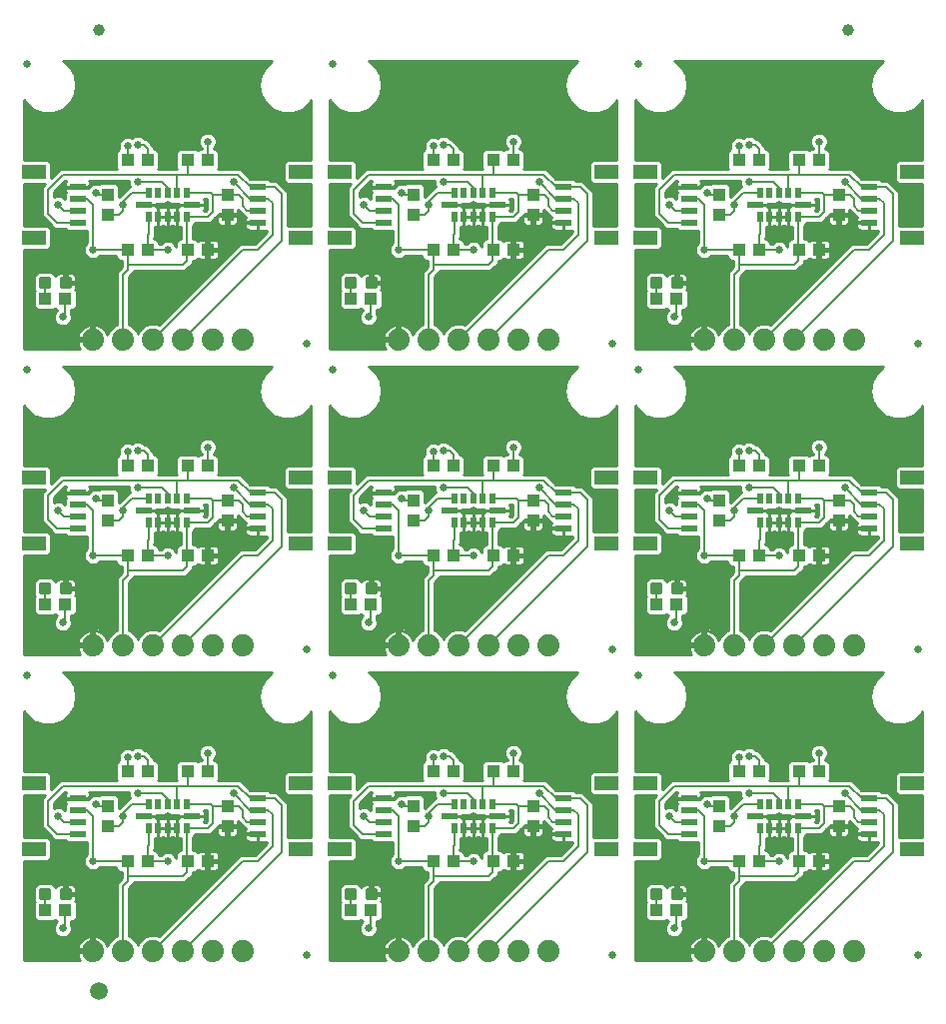
<source format=gtl>
G75*
%MOIN*%
%OFA0B0*%
%FSLAX25Y25*%
%IPPOS*%
%LPD*%
%AMOC8*
5,1,8,0,0,1.08239X$1,22.5*
%
%ADD10C,0.02500*%
%ADD11R,0.04331X0.03937*%
%ADD12R,0.07874X0.04724*%
%ADD13R,0.05315X0.02362*%
%ADD14C,0.07400*%
%ADD15R,0.03937X0.04331*%
%ADD16R,0.01969X0.03543*%
%ADD17R,0.05512X0.01969*%
%ADD18R,0.02283X0.00984*%
%ADD19C,0.01181*%
%ADD20C,0.03937*%
%ADD21C,0.05906*%
%ADD22C,0.00600*%
%ADD23C,0.02600*%
%ADD24C,0.01000*%
D10*
X0125000Y0032000D03*
X0133500Y0125500D03*
X0125000Y0134000D03*
X0133500Y0227500D03*
X0125000Y0236000D03*
X0133500Y0329500D03*
X0227000Y0236000D03*
X0235500Y0227500D03*
X0227000Y0134000D03*
X0235500Y0125500D03*
X0227000Y0032000D03*
X0329000Y0032000D03*
X0329000Y0134000D03*
X0329000Y0236000D03*
X0235500Y0329500D03*
X0031500Y0329500D03*
X0031500Y0227500D03*
X0031500Y0125500D03*
D11*
X0037654Y0149000D03*
X0044346Y0149000D03*
X0065154Y0165500D03*
X0071846Y0165500D03*
X0085154Y0165500D03*
X0091846Y0165500D03*
X0091846Y0195500D03*
X0085154Y0195500D03*
X0071846Y0195500D03*
X0065154Y0195500D03*
X0044346Y0251000D03*
X0037654Y0251000D03*
X0065154Y0267500D03*
X0071846Y0267500D03*
X0085154Y0267500D03*
X0091846Y0267500D03*
X0091846Y0297500D03*
X0085154Y0297500D03*
X0071846Y0297500D03*
X0065154Y0297500D03*
X0139654Y0251000D03*
X0146346Y0251000D03*
X0167154Y0267500D03*
X0173846Y0267500D03*
X0187154Y0267500D03*
X0193846Y0267500D03*
X0193846Y0297500D03*
X0187154Y0297500D03*
X0173846Y0297500D03*
X0167154Y0297500D03*
X0241654Y0251000D03*
X0248346Y0251000D03*
X0269154Y0267500D03*
X0275846Y0267500D03*
X0289154Y0267500D03*
X0295846Y0267500D03*
X0295846Y0297500D03*
X0289154Y0297500D03*
X0275846Y0297500D03*
X0269154Y0297500D03*
X0269154Y0195500D03*
X0275846Y0195500D03*
X0289154Y0195500D03*
X0295846Y0195500D03*
X0295846Y0165500D03*
X0289154Y0165500D03*
X0275846Y0165500D03*
X0269154Y0165500D03*
X0248346Y0149000D03*
X0241654Y0149000D03*
X0193846Y0165500D03*
X0187154Y0165500D03*
X0173846Y0165500D03*
X0167154Y0165500D03*
X0146346Y0149000D03*
X0139654Y0149000D03*
X0167154Y0195500D03*
X0173846Y0195500D03*
X0187154Y0195500D03*
X0193846Y0195500D03*
X0193846Y0093500D03*
X0187154Y0093500D03*
X0173846Y0093500D03*
X0167154Y0093500D03*
X0167154Y0063500D03*
X0173846Y0063500D03*
X0187154Y0063500D03*
X0193846Y0063500D03*
X0146346Y0047000D03*
X0139654Y0047000D03*
X0091846Y0063500D03*
X0085154Y0063500D03*
X0071846Y0063500D03*
X0065154Y0063500D03*
X0044346Y0047000D03*
X0037654Y0047000D03*
X0065154Y0093500D03*
X0071846Y0093500D03*
X0085154Y0093500D03*
X0091846Y0093500D03*
X0241654Y0047000D03*
X0248346Y0047000D03*
X0269154Y0063500D03*
X0275846Y0063500D03*
X0289154Y0063500D03*
X0295846Y0063500D03*
X0295846Y0093500D03*
X0289154Y0093500D03*
X0275846Y0093500D03*
X0269154Y0093500D03*
D12*
X0238031Y0089524D03*
X0224969Y0089524D03*
X0224969Y0067476D03*
X0238031Y0067476D03*
X0326969Y0067476D03*
X0326969Y0089524D03*
X0326969Y0169476D03*
X0326969Y0191524D03*
X0326969Y0271476D03*
X0326969Y0293524D03*
X0238031Y0293524D03*
X0224969Y0293524D03*
X0224969Y0271476D03*
X0238031Y0271476D03*
X0238031Y0191524D03*
X0224969Y0191524D03*
X0224969Y0169476D03*
X0238031Y0169476D03*
X0136031Y0169476D03*
X0122969Y0169476D03*
X0122969Y0191524D03*
X0136031Y0191524D03*
X0136031Y0271476D03*
X0122969Y0271476D03*
X0122969Y0293524D03*
X0136031Y0293524D03*
X0034031Y0293524D03*
X0034031Y0271476D03*
X0034031Y0191524D03*
X0034031Y0169476D03*
X0034031Y0089524D03*
X0034031Y0067476D03*
X0122969Y0067476D03*
X0136031Y0067476D03*
X0136031Y0089524D03*
X0122969Y0089524D03*
D13*
X0108500Y0084406D03*
X0108500Y0080469D03*
X0108500Y0076531D03*
X0108500Y0072594D03*
X0150500Y0072594D03*
X0150500Y0076531D03*
X0150500Y0080469D03*
X0150500Y0084406D03*
X0210500Y0084406D03*
X0210500Y0080469D03*
X0210500Y0076531D03*
X0210500Y0072594D03*
X0252500Y0072594D03*
X0252500Y0076531D03*
X0252500Y0080469D03*
X0252500Y0084406D03*
X0312500Y0084406D03*
X0312500Y0080469D03*
X0312500Y0076531D03*
X0312500Y0072594D03*
X0312500Y0174594D03*
X0312500Y0178531D03*
X0312500Y0182469D03*
X0312500Y0186406D03*
X0252500Y0186406D03*
X0252500Y0182469D03*
X0252500Y0178531D03*
X0252500Y0174594D03*
X0210500Y0174594D03*
X0210500Y0178531D03*
X0210500Y0182469D03*
X0210500Y0186406D03*
X0150500Y0186406D03*
X0150500Y0182469D03*
X0150500Y0178531D03*
X0150500Y0174594D03*
X0108500Y0174594D03*
X0108500Y0178531D03*
X0108500Y0182469D03*
X0108500Y0186406D03*
X0048500Y0186406D03*
X0048500Y0182469D03*
X0048500Y0178531D03*
X0048500Y0174594D03*
X0048500Y0084406D03*
X0048500Y0080469D03*
X0048500Y0076531D03*
X0048500Y0072594D03*
X0048500Y0276594D03*
X0048500Y0280531D03*
X0048500Y0284469D03*
X0048500Y0288406D03*
X0108500Y0288406D03*
X0108500Y0284469D03*
X0108500Y0280531D03*
X0108500Y0276594D03*
X0150500Y0276594D03*
X0150500Y0280531D03*
X0150500Y0284469D03*
X0150500Y0288406D03*
X0210500Y0288406D03*
X0210500Y0284469D03*
X0210500Y0280531D03*
X0210500Y0276594D03*
X0252500Y0276594D03*
X0252500Y0280531D03*
X0252500Y0284469D03*
X0252500Y0288406D03*
X0312500Y0288406D03*
X0312500Y0284469D03*
X0312500Y0280531D03*
X0312500Y0276594D03*
D14*
X0307500Y0237500D03*
X0297500Y0237500D03*
X0287500Y0237500D03*
X0277500Y0237500D03*
X0267500Y0237500D03*
X0257500Y0237500D03*
X0205500Y0237500D03*
X0195500Y0237500D03*
X0185500Y0237500D03*
X0175500Y0237500D03*
X0165500Y0237500D03*
X0155500Y0237500D03*
X0103500Y0237500D03*
X0093500Y0237500D03*
X0083500Y0237500D03*
X0073500Y0237500D03*
X0063500Y0237500D03*
X0053500Y0237500D03*
X0053500Y0135500D03*
X0063500Y0135500D03*
X0073500Y0135500D03*
X0083500Y0135500D03*
X0093500Y0135500D03*
X0103500Y0135500D03*
X0155500Y0135500D03*
X0165500Y0135500D03*
X0175500Y0135500D03*
X0185500Y0135500D03*
X0195500Y0135500D03*
X0205500Y0135500D03*
X0257500Y0135500D03*
X0267500Y0135500D03*
X0277500Y0135500D03*
X0287500Y0135500D03*
X0297500Y0135500D03*
X0307500Y0135500D03*
X0307500Y0033500D03*
X0297500Y0033500D03*
X0287500Y0033500D03*
X0277500Y0033500D03*
X0267500Y0033500D03*
X0257500Y0033500D03*
X0205500Y0033500D03*
X0195500Y0033500D03*
X0185500Y0033500D03*
X0175500Y0033500D03*
X0165500Y0033500D03*
X0155500Y0033500D03*
X0103500Y0033500D03*
X0093500Y0033500D03*
X0083500Y0033500D03*
X0073500Y0033500D03*
X0063500Y0033500D03*
X0053500Y0033500D03*
D15*
X0058500Y0075154D03*
X0058500Y0081846D03*
X0098500Y0081846D03*
X0098500Y0075154D03*
X0160500Y0075154D03*
X0160500Y0081846D03*
X0200500Y0081846D03*
X0200500Y0075154D03*
X0262500Y0075154D03*
X0262500Y0081846D03*
X0302500Y0081846D03*
X0302500Y0075154D03*
X0302500Y0177154D03*
X0302500Y0183846D03*
X0262500Y0183846D03*
X0262500Y0177154D03*
X0200500Y0177154D03*
X0200500Y0183846D03*
X0160500Y0183846D03*
X0160500Y0177154D03*
X0098500Y0177154D03*
X0098500Y0183846D03*
X0058500Y0183846D03*
X0058500Y0177154D03*
X0058500Y0279154D03*
X0058500Y0285846D03*
X0098500Y0285846D03*
X0098500Y0279154D03*
X0160500Y0279154D03*
X0160500Y0285846D03*
X0200500Y0285846D03*
X0200500Y0279154D03*
X0262500Y0279154D03*
X0262500Y0285846D03*
X0302500Y0285846D03*
X0302500Y0279154D03*
D16*
X0288799Y0278563D03*
X0285650Y0278563D03*
X0282500Y0278563D03*
X0279350Y0278563D03*
X0276201Y0278563D03*
X0276201Y0286437D03*
X0279350Y0286437D03*
X0282500Y0286437D03*
X0285650Y0286437D03*
X0288799Y0286437D03*
X0186799Y0286437D03*
X0183650Y0286437D03*
X0180500Y0286437D03*
X0177350Y0286437D03*
X0174201Y0286437D03*
X0174201Y0278563D03*
X0177350Y0278563D03*
X0180500Y0278563D03*
X0183650Y0278563D03*
X0186799Y0278563D03*
X0186799Y0184437D03*
X0183650Y0184437D03*
X0180500Y0184437D03*
X0177350Y0184437D03*
X0174201Y0184437D03*
X0174201Y0176563D03*
X0177350Y0176563D03*
X0180500Y0176563D03*
X0183650Y0176563D03*
X0186799Y0176563D03*
X0276201Y0176563D03*
X0279350Y0176563D03*
X0282500Y0176563D03*
X0285650Y0176563D03*
X0288799Y0176563D03*
X0288799Y0184437D03*
X0285650Y0184437D03*
X0282500Y0184437D03*
X0279350Y0184437D03*
X0276201Y0184437D03*
X0276201Y0082437D03*
X0279350Y0082437D03*
X0282500Y0082437D03*
X0285650Y0082437D03*
X0288799Y0082437D03*
X0288799Y0074563D03*
X0285650Y0074563D03*
X0282500Y0074563D03*
X0279350Y0074563D03*
X0276201Y0074563D03*
X0186799Y0074563D03*
X0183650Y0074563D03*
X0180500Y0074563D03*
X0177350Y0074563D03*
X0174201Y0074563D03*
X0174201Y0082437D03*
X0177350Y0082437D03*
X0180500Y0082437D03*
X0183650Y0082437D03*
X0186799Y0082437D03*
X0084799Y0082437D03*
X0081650Y0082437D03*
X0078500Y0082437D03*
X0075350Y0082437D03*
X0072201Y0082437D03*
X0072201Y0074563D03*
X0075350Y0074563D03*
X0078500Y0074563D03*
X0081650Y0074563D03*
X0084799Y0074563D03*
X0084799Y0176563D03*
X0081650Y0176563D03*
X0078500Y0176563D03*
X0075350Y0176563D03*
X0072201Y0176563D03*
X0072201Y0184437D03*
X0075350Y0184437D03*
X0078500Y0184437D03*
X0081650Y0184437D03*
X0084799Y0184437D03*
X0084799Y0278563D03*
X0081650Y0278563D03*
X0078500Y0278563D03*
X0075350Y0278563D03*
X0072201Y0278563D03*
X0072201Y0286437D03*
X0075350Y0286437D03*
X0078500Y0286437D03*
X0081650Y0286437D03*
X0084799Y0286437D03*
D17*
X0086571Y0282500D03*
X0070429Y0282500D03*
X0070429Y0180500D03*
X0086571Y0180500D03*
X0172429Y0180500D03*
X0188571Y0180500D03*
X0274429Y0180500D03*
X0290571Y0180500D03*
X0290571Y0282500D03*
X0274429Y0282500D03*
X0188571Y0282500D03*
X0172429Y0282500D03*
X0172429Y0078500D03*
X0188571Y0078500D03*
X0274429Y0078500D03*
X0290571Y0078500D03*
X0086571Y0078500D03*
X0070429Y0078500D03*
D18*
X0084957Y0075843D03*
X0084957Y0177843D03*
X0084957Y0279843D03*
X0186957Y0279843D03*
X0186957Y0177843D03*
X0186957Y0075843D03*
X0288957Y0075843D03*
X0288957Y0177843D03*
X0288957Y0279843D03*
D19*
X0247075Y0257878D02*
X0247075Y0255122D01*
X0247075Y0257878D02*
X0249831Y0257878D01*
X0249831Y0255122D01*
X0247075Y0255122D01*
X0247075Y0256302D02*
X0249831Y0256302D01*
X0249831Y0257482D02*
X0247075Y0257482D01*
X0240169Y0257878D02*
X0240169Y0255122D01*
X0240169Y0257878D02*
X0242925Y0257878D01*
X0242925Y0255122D01*
X0240169Y0255122D01*
X0240169Y0256302D02*
X0242925Y0256302D01*
X0242925Y0257482D02*
X0240169Y0257482D01*
X0145075Y0257878D02*
X0145075Y0255122D01*
X0145075Y0257878D02*
X0147831Y0257878D01*
X0147831Y0255122D01*
X0145075Y0255122D01*
X0145075Y0256302D02*
X0147831Y0256302D01*
X0147831Y0257482D02*
X0145075Y0257482D01*
X0138169Y0257878D02*
X0138169Y0255122D01*
X0138169Y0257878D02*
X0140925Y0257878D01*
X0140925Y0255122D01*
X0138169Y0255122D01*
X0138169Y0256302D02*
X0140925Y0256302D01*
X0140925Y0257482D02*
X0138169Y0257482D01*
X0043075Y0257878D02*
X0043075Y0255122D01*
X0043075Y0257878D02*
X0045831Y0257878D01*
X0045831Y0255122D01*
X0043075Y0255122D01*
X0043075Y0256302D02*
X0045831Y0256302D01*
X0045831Y0257482D02*
X0043075Y0257482D01*
X0036169Y0257878D02*
X0036169Y0255122D01*
X0036169Y0257878D02*
X0038925Y0257878D01*
X0038925Y0255122D01*
X0036169Y0255122D01*
X0036169Y0256302D02*
X0038925Y0256302D01*
X0038925Y0257482D02*
X0036169Y0257482D01*
X0036169Y0155878D02*
X0036169Y0153122D01*
X0036169Y0155878D02*
X0038925Y0155878D01*
X0038925Y0153122D01*
X0036169Y0153122D01*
X0036169Y0154302D02*
X0038925Y0154302D01*
X0038925Y0155482D02*
X0036169Y0155482D01*
X0043075Y0155878D02*
X0043075Y0153122D01*
X0043075Y0155878D02*
X0045831Y0155878D01*
X0045831Y0153122D01*
X0043075Y0153122D01*
X0043075Y0154302D02*
X0045831Y0154302D01*
X0045831Y0155482D02*
X0043075Y0155482D01*
X0138169Y0155878D02*
X0138169Y0153122D01*
X0138169Y0155878D02*
X0140925Y0155878D01*
X0140925Y0153122D01*
X0138169Y0153122D01*
X0138169Y0154302D02*
X0140925Y0154302D01*
X0140925Y0155482D02*
X0138169Y0155482D01*
X0145075Y0155878D02*
X0145075Y0153122D01*
X0145075Y0155878D02*
X0147831Y0155878D01*
X0147831Y0153122D01*
X0145075Y0153122D01*
X0145075Y0154302D02*
X0147831Y0154302D01*
X0147831Y0155482D02*
X0145075Y0155482D01*
X0240169Y0155878D02*
X0240169Y0153122D01*
X0240169Y0155878D02*
X0242925Y0155878D01*
X0242925Y0153122D01*
X0240169Y0153122D01*
X0240169Y0154302D02*
X0242925Y0154302D01*
X0242925Y0155482D02*
X0240169Y0155482D01*
X0247075Y0155878D02*
X0247075Y0153122D01*
X0247075Y0155878D02*
X0249831Y0155878D01*
X0249831Y0153122D01*
X0247075Y0153122D01*
X0247075Y0154302D02*
X0249831Y0154302D01*
X0249831Y0155482D02*
X0247075Y0155482D01*
X0247075Y0053878D02*
X0247075Y0051122D01*
X0247075Y0053878D02*
X0249831Y0053878D01*
X0249831Y0051122D01*
X0247075Y0051122D01*
X0247075Y0052302D02*
X0249831Y0052302D01*
X0249831Y0053482D02*
X0247075Y0053482D01*
X0240169Y0053878D02*
X0240169Y0051122D01*
X0240169Y0053878D02*
X0242925Y0053878D01*
X0242925Y0051122D01*
X0240169Y0051122D01*
X0240169Y0052302D02*
X0242925Y0052302D01*
X0242925Y0053482D02*
X0240169Y0053482D01*
X0145075Y0053878D02*
X0145075Y0051122D01*
X0145075Y0053878D02*
X0147831Y0053878D01*
X0147831Y0051122D01*
X0145075Y0051122D01*
X0145075Y0052302D02*
X0147831Y0052302D01*
X0147831Y0053482D02*
X0145075Y0053482D01*
X0138169Y0053878D02*
X0138169Y0051122D01*
X0138169Y0053878D02*
X0140925Y0053878D01*
X0140925Y0051122D01*
X0138169Y0051122D01*
X0138169Y0052302D02*
X0140925Y0052302D01*
X0140925Y0053482D02*
X0138169Y0053482D01*
X0043075Y0053878D02*
X0043075Y0051122D01*
X0043075Y0053878D02*
X0045831Y0053878D01*
X0045831Y0051122D01*
X0043075Y0051122D01*
X0043075Y0052302D02*
X0045831Y0052302D01*
X0045831Y0053482D02*
X0043075Y0053482D01*
X0036169Y0053878D02*
X0036169Y0051122D01*
X0036169Y0053878D02*
X0038925Y0053878D01*
X0038925Y0051122D01*
X0036169Y0051122D01*
X0036169Y0052302D02*
X0038925Y0052302D01*
X0038925Y0053482D02*
X0036169Y0053482D01*
D20*
X0055500Y0340750D03*
X0305500Y0340750D03*
D21*
X0055500Y0020250D03*
D22*
X0063500Y0033500D02*
X0063500Y0055193D01*
X0065154Y0056846D01*
X0065154Y0058500D01*
X0083500Y0058500D01*
X0084799Y0059799D01*
X0084799Y0063854D01*
X0085154Y0063500D01*
X0084799Y0063854D02*
X0084799Y0074563D01*
X0092063Y0074563D01*
X0093500Y0076000D01*
X0093500Y0081693D01*
X0098346Y0081693D01*
X0098500Y0081846D01*
X0102154Y0081846D01*
X0103500Y0080500D01*
X0103500Y0078000D01*
X0104969Y0076531D01*
X0108500Y0076531D01*
X0108500Y0080469D02*
X0106031Y0080469D01*
X0100500Y0086000D01*
X0102000Y0088500D02*
X0085000Y0088500D01*
X0085154Y0088654D01*
X0085154Y0093500D01*
X0085000Y0088500D02*
X0081500Y0088500D01*
X0081650Y0088350D01*
X0081650Y0082437D01*
X0084799Y0082437D02*
X0092756Y0082437D01*
X0093500Y0081693D01*
X0102000Y0088500D02*
X0106094Y0084406D01*
X0108500Y0084406D01*
X0114094Y0084406D01*
X0116500Y0082000D01*
X0116500Y0066500D01*
X0083500Y0033500D01*
X0073500Y0033500D02*
X0103500Y0063500D01*
X0108500Y0063500D01*
X0113500Y0068500D01*
X0113500Y0079000D01*
X0112031Y0080469D01*
X0108500Y0080469D01*
X0091846Y0093500D02*
X0091846Y0099654D01*
X0081500Y0088500D02*
X0043500Y0088500D01*
X0038500Y0083500D01*
X0038500Y0075500D01*
X0041406Y0072594D01*
X0048500Y0072594D01*
X0048500Y0076531D02*
X0043969Y0076531D01*
X0042000Y0078500D01*
X0048500Y0080469D02*
X0051531Y0080469D01*
X0053500Y0078500D01*
X0053500Y0063500D01*
X0065154Y0063500D01*
X0065154Y0058500D01*
X0071846Y0063500D02*
X0078500Y0063500D01*
X0071846Y0063500D02*
X0071846Y0068346D01*
X0072201Y0068701D01*
X0072201Y0074563D01*
X0072201Y0082437D02*
X0066437Y0082437D01*
X0063500Y0079500D01*
X0063500Y0078500D01*
X0063500Y0076500D01*
X0062154Y0075154D01*
X0058500Y0075154D01*
X0058500Y0081846D02*
X0055154Y0081846D01*
X0054500Y0082500D01*
X0051906Y0084406D02*
X0053500Y0086000D01*
X0061000Y0086000D01*
X0063500Y0083500D01*
X0068500Y0086000D02*
X0076500Y0086000D01*
X0078500Y0084000D01*
X0078500Y0082437D01*
X0071846Y0093500D02*
X0071846Y0097154D01*
X0070500Y0098500D01*
X0068500Y0098500D01*
X0065154Y0098154D02*
X0065154Y0093500D01*
X0051906Y0084406D02*
X0048500Y0084406D01*
X0037547Y0052500D02*
X0037547Y0047106D01*
X0037654Y0047000D01*
X0044346Y0047000D02*
X0044346Y0041846D01*
X0043500Y0041000D01*
X0139547Y0047106D02*
X0139654Y0047000D01*
X0139547Y0047106D02*
X0139547Y0052500D01*
X0146346Y0047000D02*
X0146346Y0041846D01*
X0145500Y0041000D01*
X0165500Y0033500D02*
X0165500Y0055193D01*
X0167154Y0056846D01*
X0167154Y0058500D01*
X0185500Y0058500D01*
X0186799Y0059799D01*
X0186799Y0063854D01*
X0187154Y0063500D01*
X0186799Y0063854D02*
X0186799Y0074563D01*
X0194063Y0074563D01*
X0195500Y0076000D01*
X0195500Y0081693D01*
X0200346Y0081693D01*
X0200500Y0081846D01*
X0204154Y0081846D01*
X0205500Y0080500D01*
X0205500Y0078000D01*
X0206969Y0076531D01*
X0210500Y0076531D01*
X0210500Y0080469D02*
X0208031Y0080469D01*
X0202500Y0086000D01*
X0204000Y0088500D02*
X0187000Y0088500D01*
X0187154Y0088654D01*
X0187154Y0093500D01*
X0187000Y0088500D02*
X0183500Y0088500D01*
X0183650Y0088350D01*
X0183650Y0082437D01*
X0186799Y0082437D02*
X0194756Y0082437D01*
X0195500Y0081693D01*
X0204000Y0088500D02*
X0208094Y0084406D01*
X0210500Y0084406D01*
X0216094Y0084406D01*
X0218500Y0082000D01*
X0218500Y0066500D01*
X0185500Y0033500D01*
X0175500Y0033500D02*
X0205500Y0063500D01*
X0210500Y0063500D01*
X0215500Y0068500D01*
X0215500Y0079000D01*
X0214031Y0080469D01*
X0210500Y0080469D01*
X0193846Y0093500D02*
X0193846Y0099654D01*
X0183500Y0088500D02*
X0145500Y0088500D01*
X0140500Y0083500D01*
X0140500Y0075500D01*
X0143406Y0072594D01*
X0150500Y0072594D01*
X0150500Y0076531D02*
X0145969Y0076531D01*
X0144000Y0078500D01*
X0150500Y0080469D02*
X0153531Y0080469D01*
X0155500Y0078500D01*
X0155500Y0063500D01*
X0167154Y0063500D01*
X0167154Y0058500D01*
X0173846Y0063500D02*
X0173846Y0068346D01*
X0174201Y0068701D01*
X0174201Y0074563D01*
X0174201Y0082437D02*
X0168437Y0082437D01*
X0165500Y0079500D01*
X0165500Y0078500D01*
X0165500Y0076500D01*
X0164154Y0075154D01*
X0160500Y0075154D01*
X0160500Y0081846D02*
X0157154Y0081846D01*
X0156500Y0082500D01*
X0153906Y0084406D02*
X0155500Y0086000D01*
X0163000Y0086000D01*
X0165500Y0083500D01*
X0170500Y0086000D02*
X0178500Y0086000D01*
X0180500Y0084000D01*
X0180500Y0082437D01*
X0173846Y0093500D02*
X0173846Y0097154D01*
X0172500Y0098500D01*
X0170500Y0098500D01*
X0167154Y0098154D02*
X0167154Y0093500D01*
X0153906Y0084406D02*
X0150500Y0084406D01*
X0173846Y0063500D02*
X0180500Y0063500D01*
X0241547Y0052500D02*
X0241547Y0047106D01*
X0241654Y0047000D01*
X0248346Y0047000D02*
X0248346Y0041846D01*
X0247500Y0041000D01*
X0267500Y0033500D02*
X0267500Y0055193D01*
X0269154Y0056846D01*
X0269154Y0058500D01*
X0287500Y0058500D01*
X0288799Y0059799D01*
X0288799Y0063854D01*
X0289154Y0063500D01*
X0288799Y0063854D02*
X0288799Y0074563D01*
X0296063Y0074563D01*
X0297500Y0076000D01*
X0297500Y0081693D01*
X0302346Y0081693D01*
X0302500Y0081846D01*
X0306154Y0081846D01*
X0307500Y0080500D01*
X0307500Y0078000D01*
X0308969Y0076531D01*
X0312500Y0076531D01*
X0312500Y0080469D02*
X0310031Y0080469D01*
X0304500Y0086000D01*
X0306000Y0088500D02*
X0289000Y0088500D01*
X0289154Y0088654D01*
X0289154Y0093500D01*
X0289000Y0088500D02*
X0285500Y0088500D01*
X0285650Y0088350D01*
X0285650Y0082437D01*
X0288799Y0082437D02*
X0296756Y0082437D01*
X0297500Y0081693D01*
X0306000Y0088500D02*
X0310094Y0084406D01*
X0312500Y0084406D01*
X0318094Y0084406D01*
X0320500Y0082000D01*
X0320500Y0066500D01*
X0287500Y0033500D01*
X0277500Y0033500D02*
X0307500Y0063500D01*
X0312500Y0063500D01*
X0317500Y0068500D01*
X0317500Y0079000D01*
X0316031Y0080469D01*
X0312500Y0080469D01*
X0295846Y0093500D02*
X0295846Y0099654D01*
X0285500Y0088500D02*
X0247500Y0088500D01*
X0242500Y0083500D01*
X0242500Y0075500D01*
X0245406Y0072594D01*
X0252500Y0072594D01*
X0252500Y0076531D02*
X0247969Y0076531D01*
X0246000Y0078500D01*
X0252500Y0080469D02*
X0255531Y0080469D01*
X0257500Y0078500D01*
X0257500Y0063500D01*
X0269154Y0063500D01*
X0269154Y0058500D01*
X0275846Y0063500D02*
X0275846Y0068346D01*
X0276201Y0068701D01*
X0276201Y0074563D01*
X0276201Y0082437D02*
X0270437Y0082437D01*
X0267500Y0079500D01*
X0267500Y0078500D01*
X0267500Y0076500D01*
X0266154Y0075154D01*
X0262500Y0075154D01*
X0262500Y0081846D02*
X0259154Y0081846D01*
X0258500Y0082500D01*
X0255906Y0084406D02*
X0257500Y0086000D01*
X0265000Y0086000D01*
X0267500Y0083500D01*
X0272500Y0086000D02*
X0280500Y0086000D01*
X0282500Y0084000D01*
X0282500Y0082437D01*
X0275846Y0093500D02*
X0275846Y0097154D01*
X0274500Y0098500D01*
X0272500Y0098500D01*
X0269154Y0098154D02*
X0269154Y0093500D01*
X0255906Y0084406D02*
X0252500Y0084406D01*
X0275846Y0063500D02*
X0282500Y0063500D01*
X0277500Y0135500D02*
X0307500Y0165500D01*
X0312500Y0165500D01*
X0317500Y0170500D01*
X0317500Y0181000D01*
X0316031Y0182469D01*
X0312500Y0182469D01*
X0310031Y0182469D01*
X0304500Y0188000D01*
X0306000Y0190500D02*
X0289000Y0190500D01*
X0289154Y0190654D01*
X0289154Y0195500D01*
X0295846Y0195500D02*
X0295846Y0201654D01*
X0289000Y0190500D02*
X0285500Y0190500D01*
X0285650Y0190350D01*
X0285650Y0184437D01*
X0288799Y0184437D02*
X0296756Y0184437D01*
X0297500Y0183693D01*
X0302346Y0183693D01*
X0302500Y0183846D01*
X0306154Y0183846D01*
X0307500Y0182500D01*
X0307500Y0180000D01*
X0308969Y0178531D01*
X0312500Y0178531D01*
X0312500Y0186406D02*
X0310094Y0186406D01*
X0306000Y0190500D01*
X0312500Y0186406D02*
X0318094Y0186406D01*
X0320500Y0184000D01*
X0320500Y0168500D01*
X0287500Y0135500D01*
X0267500Y0135500D02*
X0267500Y0157193D01*
X0269154Y0158846D01*
X0269154Y0160500D01*
X0287500Y0160500D01*
X0288799Y0161799D01*
X0288799Y0165854D01*
X0289154Y0165500D01*
X0288799Y0165854D02*
X0288799Y0176563D01*
X0296063Y0176563D01*
X0297500Y0178000D01*
X0297500Y0183693D01*
X0285500Y0190500D02*
X0247500Y0190500D01*
X0242500Y0185500D01*
X0242500Y0177500D01*
X0245406Y0174594D01*
X0252500Y0174594D01*
X0252500Y0178531D02*
X0247969Y0178531D01*
X0246000Y0180500D01*
X0252500Y0182469D02*
X0255531Y0182469D01*
X0257500Y0180500D01*
X0257500Y0165500D01*
X0269154Y0165500D01*
X0269154Y0160500D01*
X0275846Y0165500D02*
X0282500Y0165500D01*
X0275846Y0165500D02*
X0275846Y0170346D01*
X0276201Y0170701D01*
X0276201Y0176563D01*
X0267500Y0178500D02*
X0267500Y0180500D01*
X0267500Y0181500D01*
X0270437Y0184437D01*
X0276201Y0184437D01*
X0272500Y0188000D02*
X0280500Y0188000D01*
X0282500Y0186000D01*
X0282500Y0184437D01*
X0275846Y0195500D02*
X0275846Y0199154D01*
X0274500Y0200500D01*
X0272500Y0200500D01*
X0269154Y0200154D02*
X0269154Y0195500D01*
X0265000Y0188000D02*
X0267500Y0185500D01*
X0265000Y0188000D02*
X0257500Y0188000D01*
X0255906Y0186406D01*
X0252500Y0186406D01*
X0258500Y0184500D02*
X0259154Y0183846D01*
X0262500Y0183846D01*
X0262500Y0177154D02*
X0266154Y0177154D01*
X0267500Y0178500D01*
X0248346Y0149000D02*
X0248346Y0143846D01*
X0247500Y0143000D01*
X0241654Y0149000D02*
X0241547Y0149106D01*
X0241547Y0154500D01*
X0218500Y0168500D02*
X0185500Y0135500D01*
X0175500Y0135500D02*
X0205500Y0165500D01*
X0210500Y0165500D01*
X0215500Y0170500D01*
X0215500Y0181000D01*
X0214031Y0182469D01*
X0210500Y0182469D01*
X0208031Y0182469D01*
X0202500Y0188000D01*
X0204000Y0190500D02*
X0187000Y0190500D01*
X0187154Y0190654D01*
X0187154Y0195500D01*
X0187000Y0190500D02*
X0183500Y0190500D01*
X0183650Y0190350D01*
X0183650Y0184437D01*
X0186799Y0184437D02*
X0194756Y0184437D01*
X0195500Y0183693D01*
X0200346Y0183693D01*
X0200500Y0183846D01*
X0204154Y0183846D01*
X0205500Y0182500D01*
X0205500Y0180000D01*
X0206969Y0178531D01*
X0210500Y0178531D01*
X0210500Y0186406D02*
X0208094Y0186406D01*
X0204000Y0190500D01*
X0210500Y0186406D02*
X0216094Y0186406D01*
X0218500Y0184000D01*
X0218500Y0168500D01*
X0195500Y0178000D02*
X0195500Y0183693D01*
X0195500Y0178000D02*
X0194063Y0176563D01*
X0186799Y0176563D01*
X0186799Y0165854D01*
X0186799Y0161799D01*
X0185500Y0160500D01*
X0167154Y0160500D01*
X0167154Y0158846D01*
X0165500Y0157193D01*
X0165500Y0135500D01*
X0146346Y0143846D02*
X0145500Y0143000D01*
X0146346Y0143846D02*
X0146346Y0149000D01*
X0139654Y0149000D02*
X0139547Y0149106D01*
X0139547Y0154500D01*
X0155500Y0165500D02*
X0167154Y0165500D01*
X0167154Y0160500D01*
X0173846Y0165500D02*
X0180500Y0165500D01*
X0186799Y0165854D02*
X0187154Y0165500D01*
X0173846Y0165500D02*
X0173846Y0170346D01*
X0174201Y0170701D01*
X0174201Y0176563D01*
X0174201Y0184437D02*
X0168437Y0184437D01*
X0165500Y0181500D01*
X0165500Y0180500D01*
X0165500Y0178500D01*
X0164154Y0177154D01*
X0160500Y0177154D01*
X0155500Y0180500D02*
X0155500Y0165500D01*
X0150500Y0174594D02*
X0143406Y0174594D01*
X0140500Y0177500D01*
X0140500Y0185500D01*
X0145500Y0190500D01*
X0183500Y0190500D01*
X0180500Y0186000D02*
X0178500Y0188000D01*
X0170500Y0188000D01*
X0165500Y0185500D02*
X0163000Y0188000D01*
X0155500Y0188000D01*
X0153906Y0186406D01*
X0150500Y0186406D01*
X0150500Y0182469D02*
X0153531Y0182469D01*
X0155500Y0180500D01*
X0157154Y0183846D02*
X0156500Y0184500D01*
X0157154Y0183846D02*
X0160500Y0183846D01*
X0150500Y0178531D02*
X0145969Y0178531D01*
X0144000Y0180500D01*
X0167154Y0195500D02*
X0167154Y0200154D01*
X0170500Y0200500D02*
X0172500Y0200500D01*
X0173846Y0199154D01*
X0173846Y0195500D01*
X0180500Y0186000D02*
X0180500Y0184437D01*
X0193846Y0195500D02*
X0193846Y0201654D01*
X0185500Y0237500D02*
X0218500Y0270500D01*
X0218500Y0286000D01*
X0216094Y0288406D01*
X0210500Y0288406D01*
X0208094Y0288406D01*
X0204000Y0292500D01*
X0187000Y0292500D01*
X0187154Y0292654D01*
X0187154Y0297500D01*
X0187000Y0292500D02*
X0183500Y0292500D01*
X0183650Y0292350D01*
X0183650Y0286437D01*
X0186799Y0286437D02*
X0194756Y0286437D01*
X0195500Y0285693D01*
X0200346Y0285693D01*
X0200500Y0285846D01*
X0204154Y0285846D01*
X0205500Y0284500D01*
X0205500Y0282000D01*
X0206969Y0280531D01*
X0210500Y0280531D01*
X0210500Y0284469D02*
X0208031Y0284469D01*
X0202500Y0290000D01*
X0195500Y0285693D02*
X0195500Y0280000D01*
X0194063Y0278563D01*
X0186799Y0278563D01*
X0186799Y0267854D01*
X0186799Y0263799D01*
X0185500Y0262500D01*
X0167154Y0262500D01*
X0167154Y0260846D01*
X0165500Y0259193D01*
X0165500Y0237500D01*
X0175500Y0237500D02*
X0205500Y0267500D01*
X0210500Y0267500D01*
X0215500Y0272500D01*
X0215500Y0283000D01*
X0214031Y0284469D01*
X0210500Y0284469D01*
X0193846Y0297500D02*
X0193846Y0303654D01*
X0183500Y0292500D02*
X0145500Y0292500D01*
X0140500Y0287500D01*
X0140500Y0279500D01*
X0143406Y0276594D01*
X0150500Y0276594D01*
X0150500Y0280531D02*
X0145969Y0280531D01*
X0144000Y0282500D01*
X0150500Y0284469D02*
X0153531Y0284469D01*
X0155500Y0282500D01*
X0155500Y0267500D01*
X0167154Y0267500D01*
X0167154Y0262500D01*
X0173846Y0267500D02*
X0180500Y0267500D01*
X0186799Y0267854D02*
X0187154Y0267500D01*
X0173846Y0267500D02*
X0173846Y0272346D01*
X0174201Y0272701D01*
X0174201Y0278563D01*
X0174201Y0286437D02*
X0168437Y0286437D01*
X0165500Y0283500D01*
X0165500Y0282500D01*
X0165500Y0280500D01*
X0164154Y0279154D01*
X0160500Y0279154D01*
X0160500Y0285846D02*
X0157154Y0285846D01*
X0156500Y0286500D01*
X0153906Y0288406D02*
X0155500Y0290000D01*
X0163000Y0290000D01*
X0165500Y0287500D01*
X0170500Y0290000D02*
X0178500Y0290000D01*
X0180500Y0288000D01*
X0180500Y0286437D01*
X0173846Y0297500D02*
X0173846Y0301154D01*
X0172500Y0302500D01*
X0170500Y0302500D01*
X0167154Y0302154D02*
X0167154Y0297500D01*
X0153906Y0288406D02*
X0150500Y0288406D01*
X0139547Y0256500D02*
X0139547Y0251106D01*
X0139654Y0251000D01*
X0146346Y0251000D02*
X0146346Y0245846D01*
X0145500Y0245000D01*
X0116500Y0270500D02*
X0083500Y0237500D01*
X0073500Y0237500D02*
X0103500Y0267500D01*
X0108500Y0267500D01*
X0113500Y0272500D01*
X0113500Y0283000D01*
X0112031Y0284469D01*
X0108500Y0284469D01*
X0106031Y0284469D01*
X0100500Y0290000D01*
X0102000Y0292500D02*
X0085000Y0292500D01*
X0085154Y0292654D01*
X0085154Y0297500D01*
X0085000Y0292500D02*
X0081500Y0292500D01*
X0081650Y0292350D01*
X0081650Y0286437D01*
X0084799Y0286437D02*
X0092756Y0286437D01*
X0093500Y0285693D01*
X0098346Y0285693D01*
X0098500Y0285846D01*
X0102154Y0285846D01*
X0103500Y0284500D01*
X0103500Y0282000D01*
X0104969Y0280531D01*
X0108500Y0280531D01*
X0108500Y0288406D02*
X0106094Y0288406D01*
X0102000Y0292500D01*
X0108500Y0288406D02*
X0114094Y0288406D01*
X0116500Y0286000D01*
X0116500Y0270500D01*
X0093500Y0280000D02*
X0093500Y0285693D01*
X0093500Y0280000D02*
X0092063Y0278563D01*
X0084799Y0278563D01*
X0084799Y0267854D01*
X0084799Y0263799D01*
X0083500Y0262500D01*
X0065154Y0262500D01*
X0065154Y0260846D01*
X0063500Y0259193D01*
X0063500Y0237500D01*
X0044346Y0245846D02*
X0043500Y0245000D01*
X0044346Y0245846D02*
X0044346Y0251000D01*
X0037654Y0251000D02*
X0037547Y0251106D01*
X0037547Y0256500D01*
X0053500Y0267500D02*
X0065154Y0267500D01*
X0065154Y0262500D01*
X0071846Y0267500D02*
X0078500Y0267500D01*
X0072201Y0272701D02*
X0071846Y0272346D01*
X0071846Y0267500D01*
X0072201Y0272701D02*
X0072201Y0278563D01*
X0072201Y0286437D02*
X0066437Y0286437D01*
X0063500Y0283500D01*
X0063500Y0282500D01*
X0063500Y0280500D01*
X0062154Y0279154D01*
X0058500Y0279154D01*
X0053500Y0282500D02*
X0053500Y0267500D01*
X0048500Y0276594D02*
X0041406Y0276594D01*
X0038500Y0279500D01*
X0038500Y0287500D01*
X0043500Y0292500D01*
X0081500Y0292500D01*
X0078500Y0288000D02*
X0076500Y0290000D01*
X0068500Y0290000D01*
X0063500Y0287500D02*
X0061000Y0290000D01*
X0053500Y0290000D01*
X0051906Y0288406D01*
X0048500Y0288406D01*
X0048500Y0284469D02*
X0051531Y0284469D01*
X0053500Y0282500D01*
X0055154Y0285846D02*
X0054500Y0286500D01*
X0055154Y0285846D02*
X0058500Y0285846D01*
X0048500Y0280531D02*
X0043969Y0280531D01*
X0042000Y0282500D01*
X0065154Y0297500D02*
X0065154Y0302154D01*
X0068500Y0302500D02*
X0070500Y0302500D01*
X0071846Y0301154D01*
X0071846Y0297500D01*
X0078500Y0288000D02*
X0078500Y0286437D01*
X0091846Y0297500D02*
X0091846Y0303654D01*
X0084799Y0267854D02*
X0085154Y0267500D01*
X0091846Y0201654D02*
X0091846Y0195500D01*
X0085154Y0195500D02*
X0085154Y0190654D01*
X0085000Y0190500D01*
X0081500Y0190500D01*
X0081650Y0190350D01*
X0081650Y0184437D01*
X0084799Y0184437D02*
X0092756Y0184437D01*
X0093500Y0183693D01*
X0098346Y0183693D01*
X0098500Y0183846D01*
X0102154Y0183846D01*
X0103500Y0182500D01*
X0103500Y0180000D01*
X0104969Y0178531D01*
X0108500Y0178531D01*
X0108500Y0182469D02*
X0106031Y0182469D01*
X0100500Y0188000D01*
X0102000Y0190500D02*
X0085000Y0190500D01*
X0081500Y0190500D02*
X0043500Y0190500D01*
X0038500Y0185500D01*
X0038500Y0177500D01*
X0041406Y0174594D01*
X0048500Y0174594D01*
X0048500Y0178531D02*
X0043969Y0178531D01*
X0042000Y0180500D01*
X0048500Y0182469D02*
X0051531Y0182469D01*
X0053500Y0180500D01*
X0053500Y0165500D01*
X0065154Y0165500D01*
X0065154Y0160500D01*
X0083500Y0160500D01*
X0084799Y0161799D01*
X0084799Y0165854D01*
X0085154Y0165500D01*
X0084799Y0165854D02*
X0084799Y0176563D01*
X0092063Y0176563D01*
X0093500Y0178000D01*
X0093500Y0183693D01*
X0102000Y0190500D02*
X0106094Y0186406D01*
X0108500Y0186406D01*
X0114094Y0186406D01*
X0116500Y0184000D01*
X0116500Y0168500D01*
X0083500Y0135500D01*
X0073500Y0135500D02*
X0103500Y0165500D01*
X0108500Y0165500D01*
X0113500Y0170500D01*
X0113500Y0181000D01*
X0112031Y0182469D01*
X0108500Y0182469D01*
X0078500Y0184437D02*
X0078500Y0186000D01*
X0076500Y0188000D01*
X0068500Y0188000D01*
X0066437Y0184437D02*
X0063500Y0181500D01*
X0063500Y0180500D01*
X0063500Y0178500D01*
X0062154Y0177154D01*
X0058500Y0177154D01*
X0058500Y0183846D02*
X0055154Y0183846D01*
X0054500Y0184500D01*
X0051906Y0186406D02*
X0053500Y0188000D01*
X0061000Y0188000D01*
X0063500Y0185500D01*
X0066437Y0184437D02*
X0072201Y0184437D01*
X0072201Y0176563D02*
X0072201Y0170701D01*
X0071846Y0170346D01*
X0071846Y0165500D01*
X0078500Y0165500D01*
X0065154Y0160500D02*
X0065154Y0158846D01*
X0063500Y0157193D01*
X0063500Y0135500D01*
X0044346Y0143846D02*
X0043500Y0143000D01*
X0044346Y0143846D02*
X0044346Y0149000D01*
X0037654Y0149000D02*
X0037547Y0149106D01*
X0037547Y0154500D01*
X0048500Y0186406D02*
X0051906Y0186406D01*
X0065154Y0195500D02*
X0065154Y0200154D01*
X0068500Y0200500D02*
X0070500Y0200500D01*
X0071846Y0199154D01*
X0071846Y0195500D01*
X0241547Y0251106D02*
X0241654Y0251000D01*
X0241547Y0251106D02*
X0241547Y0256500D01*
X0248346Y0251000D02*
X0248346Y0245846D01*
X0247500Y0245000D01*
X0267500Y0237500D02*
X0267500Y0259193D01*
X0269154Y0260846D01*
X0269154Y0262500D01*
X0287500Y0262500D01*
X0288799Y0263799D01*
X0288799Y0267854D01*
X0289154Y0267500D01*
X0288799Y0267854D02*
X0288799Y0278563D01*
X0296063Y0278563D01*
X0297500Y0280000D01*
X0297500Y0285693D01*
X0302346Y0285693D01*
X0302500Y0285846D01*
X0306154Y0285846D01*
X0307500Y0284500D01*
X0307500Y0282000D01*
X0308969Y0280531D01*
X0312500Y0280531D01*
X0312500Y0284469D02*
X0310031Y0284469D01*
X0304500Y0290000D01*
X0306000Y0292500D02*
X0289000Y0292500D01*
X0289154Y0292654D01*
X0289154Y0297500D01*
X0289000Y0292500D02*
X0285500Y0292500D01*
X0285650Y0292350D01*
X0285650Y0286437D01*
X0288799Y0286437D02*
X0296756Y0286437D01*
X0297500Y0285693D01*
X0306000Y0292500D02*
X0310094Y0288406D01*
X0312500Y0288406D01*
X0318094Y0288406D01*
X0320500Y0286000D01*
X0320500Y0270500D01*
X0287500Y0237500D01*
X0277500Y0237500D02*
X0307500Y0267500D01*
X0312500Y0267500D01*
X0317500Y0272500D01*
X0317500Y0283000D01*
X0316031Y0284469D01*
X0312500Y0284469D01*
X0295846Y0297500D02*
X0295846Y0303654D01*
X0285500Y0292500D02*
X0247500Y0292500D01*
X0242500Y0287500D01*
X0242500Y0279500D01*
X0245406Y0276594D01*
X0252500Y0276594D01*
X0252500Y0280531D02*
X0247969Y0280531D01*
X0246000Y0282500D01*
X0252500Y0284469D02*
X0255531Y0284469D01*
X0257500Y0282500D01*
X0257500Y0267500D01*
X0269154Y0267500D01*
X0269154Y0262500D01*
X0275846Y0267500D02*
X0282500Y0267500D01*
X0275846Y0267500D02*
X0275846Y0272346D01*
X0276201Y0272701D01*
X0276201Y0278563D01*
X0276201Y0286437D02*
X0270437Y0286437D01*
X0267500Y0283500D01*
X0267500Y0282500D01*
X0267500Y0280500D01*
X0266154Y0279154D01*
X0262500Y0279154D01*
X0262500Y0285846D02*
X0259154Y0285846D01*
X0258500Y0286500D01*
X0255906Y0288406D02*
X0257500Y0290000D01*
X0265000Y0290000D01*
X0267500Y0287500D01*
X0272500Y0290000D02*
X0280500Y0290000D01*
X0282500Y0288000D01*
X0282500Y0286437D01*
X0275846Y0297500D02*
X0275846Y0301154D01*
X0274500Y0302500D01*
X0272500Y0302500D01*
X0269154Y0302154D02*
X0269154Y0297500D01*
X0255906Y0288406D02*
X0252500Y0288406D01*
D23*
X0246000Y0282500D03*
X0258500Y0286500D03*
X0267500Y0287500D03*
X0267500Y0282500D03*
X0272500Y0290000D03*
X0272500Y0302500D03*
X0269154Y0302154D03*
X0282500Y0282500D03*
X0282500Y0272500D03*
X0282500Y0267500D03*
X0302500Y0272500D03*
X0304500Y0290000D03*
X0307500Y0297500D03*
X0295846Y0303654D03*
X0257500Y0267500D03*
X0272500Y0247500D03*
X0247500Y0245000D03*
X0269154Y0200154D03*
X0272500Y0200500D03*
X0272500Y0188000D03*
X0267500Y0185500D03*
X0267500Y0180500D03*
X0258500Y0184500D03*
X0246000Y0180500D03*
X0257500Y0165500D03*
X0272500Y0145500D03*
X0282500Y0165500D03*
X0282500Y0170500D03*
X0282500Y0180500D03*
X0302500Y0170500D03*
X0304500Y0188000D03*
X0307500Y0195500D03*
X0295846Y0201654D03*
X0247500Y0143000D03*
X0269154Y0098154D03*
X0272500Y0098500D03*
X0272500Y0086000D03*
X0267500Y0083500D03*
X0267500Y0078500D03*
X0258500Y0082500D03*
X0246000Y0078500D03*
X0257500Y0063500D03*
X0272500Y0043500D03*
X0282500Y0063500D03*
X0282500Y0068500D03*
X0282500Y0078500D03*
X0302500Y0068500D03*
X0304500Y0086000D03*
X0307500Y0093500D03*
X0295846Y0099654D03*
X0247500Y0041000D03*
X0202500Y0086000D03*
X0205500Y0093500D03*
X0193846Y0099654D03*
X0170500Y0098500D03*
X0167154Y0098154D03*
X0170500Y0086000D03*
X0165500Y0083500D03*
X0165500Y0078500D03*
X0156500Y0082500D03*
X0144000Y0078500D03*
X0155500Y0063500D03*
X0170500Y0043500D03*
X0180500Y0063500D03*
X0180500Y0068500D03*
X0180500Y0078500D03*
X0200500Y0068500D03*
X0145500Y0041000D03*
X0098500Y0068500D03*
X0100500Y0086000D03*
X0103500Y0093500D03*
X0091846Y0099654D03*
X0078500Y0078500D03*
X0078500Y0068500D03*
X0078500Y0063500D03*
X0063500Y0078500D03*
X0063500Y0083500D03*
X0068500Y0086000D03*
X0054500Y0082500D03*
X0042000Y0078500D03*
X0053500Y0063500D03*
X0068500Y0043500D03*
X0043500Y0041000D03*
X0065154Y0098154D03*
X0068500Y0098500D03*
X0043500Y0143000D03*
X0053500Y0165500D03*
X0063500Y0180500D03*
X0063500Y0185500D03*
X0068500Y0188000D03*
X0068500Y0200500D03*
X0065154Y0200154D03*
X0054500Y0184500D03*
X0042000Y0180500D03*
X0078500Y0180500D03*
X0078500Y0170500D03*
X0078500Y0165500D03*
X0068500Y0145500D03*
X0098500Y0170500D03*
X0100500Y0188000D03*
X0103500Y0195500D03*
X0091846Y0201654D03*
X0068500Y0247500D03*
X0078500Y0267500D03*
X0078500Y0272500D03*
X0078500Y0282500D03*
X0068500Y0290000D03*
X0063500Y0287500D03*
X0063500Y0282500D03*
X0054500Y0286500D03*
X0042000Y0282500D03*
X0053500Y0267500D03*
X0043500Y0245000D03*
X0098500Y0272500D03*
X0100500Y0290000D03*
X0103500Y0297500D03*
X0091846Y0303654D03*
X0068500Y0302500D03*
X0065154Y0302154D03*
X0144000Y0282500D03*
X0156500Y0286500D03*
X0165500Y0287500D03*
X0165500Y0282500D03*
X0170500Y0290000D03*
X0170500Y0302500D03*
X0167154Y0302154D03*
X0180500Y0282500D03*
X0180500Y0272500D03*
X0180500Y0267500D03*
X0200500Y0272500D03*
X0202500Y0290000D03*
X0205500Y0297500D03*
X0193846Y0303654D03*
X0155500Y0267500D03*
X0170500Y0247500D03*
X0145500Y0245000D03*
X0167154Y0200154D03*
X0170500Y0200500D03*
X0170500Y0188000D03*
X0165500Y0185500D03*
X0165500Y0180500D03*
X0156500Y0184500D03*
X0144000Y0180500D03*
X0155500Y0165500D03*
X0170500Y0145500D03*
X0180500Y0165500D03*
X0180500Y0170500D03*
X0180500Y0180500D03*
X0200500Y0170500D03*
X0202500Y0188000D03*
X0205500Y0195500D03*
X0193846Y0201654D03*
X0145500Y0143000D03*
D24*
X0030600Y0063414D02*
X0030600Y0030600D01*
X0049179Y0030600D01*
X0049053Y0030775D01*
X0048681Y0031504D01*
X0048428Y0032282D01*
X0048314Y0033000D01*
X0053000Y0033000D01*
X0053000Y0034000D01*
X0053000Y0038686D01*
X0052282Y0038572D01*
X0051504Y0038319D01*
X0050775Y0037947D01*
X0050112Y0037466D01*
X0049534Y0036888D01*
X0049053Y0036225D01*
X0048681Y0035496D01*
X0048428Y0034718D01*
X0048314Y0034000D01*
X0053000Y0034000D01*
X0054000Y0034000D01*
X0054000Y0038686D01*
X0054718Y0038572D01*
X0055496Y0038319D01*
X0056225Y0037947D01*
X0056888Y0037466D01*
X0057466Y0036888D01*
X0057947Y0036225D01*
X0058319Y0035496D01*
X0058391Y0035276D01*
X0058922Y0036559D01*
X0060441Y0038078D01*
X0061500Y0038516D01*
X0061500Y0056021D01*
X0062672Y0057193D01*
X0062672Y0057193D01*
X0063154Y0057675D01*
X0063154Y0059831D01*
X0062284Y0059831D01*
X0061288Y0060827D01*
X0061288Y0061500D01*
X0055743Y0061500D01*
X0055199Y0060957D01*
X0054097Y0060500D01*
X0052903Y0060500D01*
X0051801Y0060957D01*
X0050957Y0061801D01*
X0050500Y0062903D01*
X0050500Y0064097D01*
X0050957Y0065199D01*
X0051500Y0065743D01*
X0051500Y0069713D01*
X0045138Y0069713D01*
X0044257Y0070594D01*
X0040577Y0070594D01*
X0039406Y0071766D01*
X0036500Y0074672D01*
X0036500Y0084328D01*
X0037633Y0085461D01*
X0030600Y0085461D01*
X0030600Y0071539D01*
X0038673Y0071539D01*
X0039668Y0070543D01*
X0039668Y0064410D01*
X0038673Y0063414D01*
X0030600Y0063414D01*
X0030600Y0062449D02*
X0050688Y0062449D01*
X0050500Y0063448D02*
X0038706Y0063448D01*
X0039668Y0064446D02*
X0050645Y0064446D01*
X0051202Y0065445D02*
X0039668Y0065445D01*
X0039668Y0066443D02*
X0051500Y0066443D01*
X0051500Y0067442D02*
X0039668Y0067442D01*
X0039668Y0068440D02*
X0051500Y0068440D01*
X0051500Y0069439D02*
X0039668Y0069439D01*
X0039668Y0070437D02*
X0044414Y0070437D01*
X0039736Y0071436D02*
X0038775Y0071436D01*
X0038737Y0072434D02*
X0030600Y0072434D01*
X0030600Y0073433D02*
X0037739Y0073433D01*
X0036740Y0074432D02*
X0030600Y0074432D01*
X0030600Y0075430D02*
X0036500Y0075430D01*
X0036500Y0076429D02*
X0030600Y0076429D01*
X0030600Y0077427D02*
X0036500Y0077427D01*
X0036500Y0078426D02*
X0030600Y0078426D01*
X0030600Y0079424D02*
X0036500Y0079424D01*
X0036500Y0080423D02*
X0030600Y0080423D01*
X0030600Y0081421D02*
X0036500Y0081421D01*
X0036500Y0082420D02*
X0030600Y0082420D01*
X0030600Y0083418D02*
X0036500Y0083418D01*
X0036588Y0084417D02*
X0030600Y0084417D01*
X0030600Y0085415D02*
X0037587Y0085415D01*
X0039668Y0087497D02*
X0039668Y0092590D01*
X0038673Y0093586D01*
X0030600Y0093586D01*
X0030600Y0113383D01*
X0031188Y0112365D01*
X0031188Y0112365D01*
X0033727Y0110234D01*
X0036843Y0109100D01*
X0040157Y0109100D01*
X0043272Y0110234D01*
X0043273Y0110234D01*
X0045812Y0112365D01*
X0047469Y0115235D01*
X0047469Y0115235D01*
X0048045Y0118500D01*
X0047469Y0121765D01*
X0045812Y0124635D01*
X0045812Y0124635D01*
X0043709Y0126400D01*
X0113291Y0126400D01*
X0111188Y0124635D01*
X0109531Y0121765D01*
X0108955Y0118500D01*
X0108955Y0118500D01*
X0109531Y0115235D01*
X0111188Y0112365D01*
X0111188Y0112365D01*
X0113727Y0110234D01*
X0113727Y0110234D01*
X0116843Y0109100D01*
X0120157Y0109100D01*
X0123272Y0110234D01*
X0123273Y0110234D01*
X0125812Y0112365D01*
X0126400Y0113383D01*
X0126400Y0093586D01*
X0118327Y0093586D01*
X0117331Y0092590D01*
X0117331Y0086457D01*
X0118327Y0085461D01*
X0126400Y0085461D01*
X0126400Y0071539D01*
X0118500Y0071539D01*
X0118500Y0082828D01*
X0117328Y0084000D01*
X0114923Y0086405D01*
X0112743Y0086405D01*
X0111862Y0087287D01*
X0106042Y0087287D01*
X0104000Y0089328D01*
X0102828Y0090500D01*
X0095384Y0090500D01*
X0095712Y0090827D01*
X0095712Y0096173D01*
X0094716Y0097168D01*
X0093846Y0097168D01*
X0093846Y0097411D01*
X0094390Y0097954D01*
X0094846Y0099057D01*
X0094846Y0100250D01*
X0094390Y0101353D01*
X0093546Y0102197D01*
X0092443Y0102654D01*
X0091250Y0102654D01*
X0090147Y0102197D01*
X0089303Y0101353D01*
X0088846Y0100250D01*
X0088846Y0099057D01*
X0089303Y0097954D01*
X0089846Y0097411D01*
X0089846Y0097168D01*
X0088977Y0097168D01*
X0088500Y0096692D01*
X0088023Y0097168D01*
X0082284Y0097168D01*
X0081288Y0096173D01*
X0081288Y0090827D01*
X0081616Y0090500D01*
X0075384Y0090500D01*
X0075712Y0090827D01*
X0075712Y0096173D01*
X0074716Y0097168D01*
X0073846Y0097168D01*
X0073846Y0097982D01*
X0072675Y0099154D01*
X0072500Y0099328D01*
X0072500Y0099328D01*
X0071328Y0100500D01*
X0070743Y0100500D01*
X0070199Y0101043D01*
X0069097Y0101500D01*
X0067903Y0101500D01*
X0066801Y0101043D01*
X0066571Y0100814D01*
X0065750Y0101154D01*
X0064557Y0101154D01*
X0063454Y0100697D01*
X0062610Y0099853D01*
X0062154Y0098750D01*
X0062154Y0097557D01*
X0062314Y0097168D01*
X0062284Y0097168D01*
X0061288Y0096173D01*
X0061288Y0090827D01*
X0061616Y0090500D01*
X0042672Y0090500D01*
X0039668Y0087497D01*
X0039668Y0088411D02*
X0040582Y0088411D01*
X0039668Y0089409D02*
X0041581Y0089409D01*
X0042579Y0090408D02*
X0039668Y0090408D01*
X0039668Y0091406D02*
X0061288Y0091406D01*
X0061288Y0092405D02*
X0039668Y0092405D01*
X0038855Y0093403D02*
X0061288Y0093403D01*
X0061288Y0094402D02*
X0030600Y0094402D01*
X0030600Y0095400D02*
X0061288Y0095400D01*
X0061514Y0096399D02*
X0030600Y0096399D01*
X0030600Y0097397D02*
X0062220Y0097397D01*
X0062154Y0098396D02*
X0030600Y0098396D01*
X0030600Y0099394D02*
X0062420Y0099394D01*
X0063150Y0100393D02*
X0030600Y0100393D01*
X0030600Y0101391D02*
X0067641Y0101391D01*
X0069359Y0101391D02*
X0089342Y0101391D01*
X0088905Y0100393D02*
X0071436Y0100393D01*
X0072434Y0099394D02*
X0088846Y0099394D01*
X0089120Y0098396D02*
X0073433Y0098396D01*
X0073846Y0097397D02*
X0089846Y0097397D01*
X0093846Y0097397D02*
X0126400Y0097397D01*
X0126400Y0096399D02*
X0095486Y0096399D01*
X0095712Y0095400D02*
X0126400Y0095400D01*
X0126400Y0094402D02*
X0095712Y0094402D01*
X0095712Y0093403D02*
X0118145Y0093403D01*
X0117331Y0092405D02*
X0095712Y0092405D01*
X0095712Y0091406D02*
X0117331Y0091406D01*
X0117331Y0090408D02*
X0102921Y0090408D01*
X0103919Y0089409D02*
X0117331Y0089409D01*
X0117331Y0088411D02*
X0104918Y0088411D01*
X0105916Y0087412D02*
X0117331Y0087412D01*
X0117375Y0086414D02*
X0112735Y0086414D01*
X0115913Y0085415D02*
X0126400Y0085415D01*
X0126400Y0084417D02*
X0116912Y0084417D01*
X0117910Y0083418D02*
X0126400Y0083418D01*
X0126400Y0082420D02*
X0118500Y0082420D01*
X0118500Y0081421D02*
X0126400Y0081421D01*
X0126400Y0080423D02*
X0118500Y0080423D01*
X0118500Y0079424D02*
X0126400Y0079424D01*
X0126400Y0078426D02*
X0118500Y0078426D01*
X0118500Y0077427D02*
X0126400Y0077427D01*
X0126400Y0076429D02*
X0118500Y0076429D01*
X0118500Y0075430D02*
X0126400Y0075430D01*
X0126400Y0074432D02*
X0118500Y0074432D01*
X0118500Y0073433D02*
X0126400Y0073433D01*
X0126400Y0072434D02*
X0118500Y0072434D01*
X0111500Y0069952D02*
X0111500Y0069328D01*
X0107672Y0065500D01*
X0102672Y0065500D01*
X0101500Y0064328D01*
X0075633Y0038461D01*
X0074574Y0038900D01*
X0072426Y0038900D01*
X0070441Y0038078D01*
X0068922Y0036559D01*
X0068500Y0035540D01*
X0068078Y0036559D01*
X0066559Y0038078D01*
X0065500Y0038516D01*
X0065500Y0054364D01*
X0065982Y0054846D01*
X0067154Y0056018D01*
X0067154Y0056500D01*
X0084328Y0056500D01*
X0085500Y0057672D01*
X0086799Y0058971D01*
X0086799Y0059831D01*
X0088023Y0059831D01*
X0088641Y0060450D01*
X0088760Y0060331D01*
X0089102Y0060134D01*
X0089484Y0060031D01*
X0091362Y0060031D01*
X0091362Y0063016D01*
X0092331Y0063016D01*
X0092331Y0063984D01*
X0095512Y0063984D01*
X0095512Y0065666D01*
X0095410Y0066047D01*
X0095212Y0066390D01*
X0094933Y0066669D01*
X0094591Y0066866D01*
X0094209Y0066968D01*
X0092331Y0066968D01*
X0092331Y0063984D01*
X0091362Y0063984D01*
X0091362Y0066968D01*
X0089484Y0066968D01*
X0089102Y0066866D01*
X0088760Y0066669D01*
X0088641Y0066550D01*
X0088023Y0067168D01*
X0086799Y0067168D01*
X0086799Y0071403D01*
X0087483Y0072087D01*
X0087483Y0072563D01*
X0092891Y0072563D01*
X0095500Y0075172D01*
X0095500Y0075638D01*
X0098016Y0075638D01*
X0098016Y0074669D01*
X0098984Y0074669D01*
X0098984Y0071488D01*
X0100666Y0071488D01*
X0101047Y0071590D01*
X0101390Y0071788D01*
X0101669Y0072067D01*
X0101866Y0072409D01*
X0101968Y0072791D01*
X0101968Y0074669D01*
X0098984Y0074669D01*
X0098984Y0075638D01*
X0101968Y0075638D01*
X0101968Y0076703D01*
X0102969Y0075703D01*
X0104140Y0074531D01*
X0104257Y0074531D01*
X0104443Y0074346D01*
X0104343Y0073973D01*
X0104343Y0072685D01*
X0108409Y0072685D01*
X0108409Y0072504D01*
X0104343Y0072504D01*
X0104343Y0071216D01*
X0104445Y0070834D01*
X0104642Y0070492D01*
X0104921Y0070213D01*
X0105264Y0070016D01*
X0105645Y0069913D01*
X0108409Y0069913D01*
X0108409Y0072504D01*
X0108591Y0072504D01*
X0108591Y0069913D01*
X0111355Y0069913D01*
X0111500Y0069952D01*
X0111500Y0069439D02*
X0086799Y0069439D01*
X0086799Y0070437D02*
X0104697Y0070437D01*
X0104343Y0071436D02*
X0086832Y0071436D01*
X0087483Y0072434D02*
X0095127Y0072434D01*
X0095134Y0072409D02*
X0095331Y0072067D01*
X0095610Y0071788D01*
X0095953Y0071590D01*
X0096334Y0071488D01*
X0098016Y0071488D01*
X0098016Y0074669D01*
X0095031Y0074669D01*
X0095031Y0072791D01*
X0095134Y0072409D01*
X0095031Y0073433D02*
X0093761Y0073433D01*
X0094760Y0074432D02*
X0095031Y0074432D01*
X0095500Y0075430D02*
X0098016Y0075430D01*
X0098984Y0075430D02*
X0103242Y0075430D01*
X0102243Y0076429D02*
X0101968Y0076429D01*
X0101968Y0074432D02*
X0104357Y0074432D01*
X0104343Y0073433D02*
X0101968Y0073433D01*
X0101873Y0072434D02*
X0104343Y0072434D01*
X0098984Y0072434D02*
X0098016Y0072434D01*
X0098016Y0073433D02*
X0098984Y0073433D01*
X0098984Y0074432D02*
X0098016Y0074432D01*
X0091500Y0076828D02*
X0091500Y0080437D01*
X0090495Y0080437D01*
X0090527Y0080405D01*
X0090725Y0080063D01*
X0090827Y0079682D01*
X0090827Y0078500D01*
X0086571Y0078500D01*
X0086571Y0078500D01*
X0090827Y0078500D01*
X0090827Y0077318D01*
X0090725Y0076937D01*
X0090527Y0076595D01*
X0090495Y0076563D01*
X0091235Y0076563D01*
X0091500Y0076828D01*
X0091500Y0077427D02*
X0090827Y0077427D01*
X0090827Y0078426D02*
X0091500Y0078426D01*
X0091500Y0079424D02*
X0090827Y0079424D01*
X0090510Y0080423D02*
X0091500Y0080423D01*
X0086571Y0078500D02*
X0086571Y0078500D01*
X0082315Y0078500D01*
X0086571Y0078500D01*
X0082315Y0078500D02*
X0082315Y0078965D01*
X0074685Y0078965D01*
X0074685Y0078500D01*
X0070429Y0078500D01*
X0070429Y0078500D01*
X0074685Y0078500D01*
X0074685Y0077835D01*
X0075350Y0077835D01*
X0075350Y0074563D01*
X0075350Y0074563D01*
X0075350Y0074563D01*
X0075350Y0071291D01*
X0074201Y0071291D01*
X0074201Y0067872D01*
X0073846Y0067518D01*
X0073846Y0067168D01*
X0074716Y0067168D01*
X0075712Y0066173D01*
X0075712Y0065500D01*
X0076257Y0065500D01*
X0076801Y0066043D01*
X0077903Y0066500D01*
X0079097Y0066500D01*
X0080199Y0066043D01*
X0081043Y0065199D01*
X0081288Y0064608D01*
X0081288Y0066173D01*
X0082284Y0067168D01*
X0082799Y0067168D01*
X0082799Y0071291D01*
X0081650Y0071291D01*
X0081650Y0074563D01*
X0081650Y0074563D01*
X0081650Y0077835D01*
X0082315Y0077835D01*
X0082315Y0078500D01*
X0082315Y0078426D02*
X0074685Y0078426D01*
X0075350Y0077835D02*
X0075350Y0074563D01*
X0075350Y0071291D01*
X0076532Y0071291D01*
X0076914Y0071394D01*
X0076925Y0071400D01*
X0076937Y0071394D01*
X0077318Y0071291D01*
X0078500Y0071291D01*
X0079682Y0071291D01*
X0080063Y0071394D01*
X0080075Y0071400D01*
X0080086Y0071394D01*
X0080468Y0071291D01*
X0081650Y0071291D01*
X0081650Y0074563D01*
X0081650Y0074563D01*
X0081650Y0077835D01*
X0080468Y0077835D01*
X0080086Y0077732D01*
X0080075Y0077726D01*
X0080063Y0077732D01*
X0079682Y0077835D01*
X0078500Y0077835D01*
X0077318Y0077835D01*
X0076937Y0077732D01*
X0076925Y0077726D01*
X0076914Y0077732D01*
X0076532Y0077835D01*
X0075350Y0077835D01*
X0075350Y0077427D02*
X0075350Y0077427D01*
X0075350Y0076429D02*
X0075350Y0076429D01*
X0075350Y0075430D02*
X0075350Y0075430D01*
X0075351Y0074563D02*
X0077835Y0074563D01*
X0078500Y0074563D01*
X0078500Y0074563D01*
X0078500Y0077835D01*
X0078500Y0074563D01*
X0080984Y0074563D01*
X0081649Y0074563D01*
X0078500Y0074563D01*
X0078500Y0074563D01*
X0078500Y0074563D01*
X0078500Y0071291D01*
X0078500Y0074563D01*
X0078500Y0074563D01*
X0075351Y0074563D01*
X0075351Y0074563D01*
X0075350Y0074432D02*
X0075350Y0074432D01*
X0075350Y0073433D02*
X0075350Y0073433D01*
X0075350Y0072434D02*
X0075350Y0072434D01*
X0075350Y0071436D02*
X0075350Y0071436D01*
X0074201Y0070437D02*
X0082799Y0070437D01*
X0082799Y0069439D02*
X0074201Y0069439D01*
X0074201Y0068440D02*
X0082799Y0068440D01*
X0082799Y0067442D02*
X0073846Y0067442D01*
X0075441Y0066443D02*
X0077767Y0066443D01*
X0079233Y0066443D02*
X0081559Y0066443D01*
X0081288Y0065445D02*
X0080798Y0065445D01*
X0081650Y0071436D02*
X0081650Y0071436D01*
X0081650Y0072434D02*
X0081650Y0072434D01*
X0081650Y0073433D02*
X0081650Y0073433D01*
X0081650Y0074432D02*
X0081650Y0074432D01*
X0081649Y0074563D02*
X0081649Y0074563D01*
X0081650Y0075430D02*
X0081650Y0075430D01*
X0081650Y0076429D02*
X0081650Y0076429D01*
X0081650Y0077427D02*
X0081650Y0077427D01*
X0078500Y0077427D02*
X0078500Y0077427D01*
X0078500Y0076429D02*
X0078500Y0076429D01*
X0078500Y0075430D02*
X0078500Y0075430D01*
X0078500Y0074432D02*
X0078500Y0074432D01*
X0078500Y0073433D02*
X0078500Y0073433D01*
X0078500Y0072434D02*
X0078500Y0072434D01*
X0078500Y0071436D02*
X0078500Y0071436D01*
X0086799Y0068440D02*
X0110612Y0068440D01*
X0109614Y0067442D02*
X0086799Y0067442D01*
X0091362Y0066443D02*
X0092331Y0066443D01*
X0092331Y0065445D02*
X0091362Y0065445D01*
X0091362Y0064446D02*
X0092331Y0064446D01*
X0092331Y0063448D02*
X0100619Y0063448D01*
X0101500Y0064328D02*
X0101500Y0064328D01*
X0101618Y0064446D02*
X0095512Y0064446D01*
X0095512Y0065445D02*
X0102616Y0065445D01*
X0099621Y0062449D02*
X0095512Y0062449D01*
X0095512Y0063016D02*
X0092331Y0063016D01*
X0092331Y0060031D01*
X0094209Y0060031D01*
X0094591Y0060134D01*
X0094933Y0060331D01*
X0095212Y0060610D01*
X0095410Y0060953D01*
X0095512Y0061334D01*
X0095512Y0063016D01*
X0095512Y0061451D02*
X0098622Y0061451D01*
X0097624Y0060452D02*
X0095054Y0060452D01*
X0096625Y0059454D02*
X0086799Y0059454D01*
X0086284Y0058455D02*
X0095627Y0058455D01*
X0094628Y0057457D02*
X0085285Y0057457D01*
X0089636Y0052464D02*
X0065500Y0052464D01*
X0065500Y0051466D02*
X0088637Y0051466D01*
X0087639Y0050467D02*
X0065500Y0050467D01*
X0065500Y0049469D02*
X0086640Y0049469D01*
X0085642Y0048470D02*
X0065500Y0048470D01*
X0065500Y0047472D02*
X0084643Y0047472D01*
X0083645Y0046473D02*
X0065500Y0046473D01*
X0065500Y0045475D02*
X0082646Y0045475D01*
X0081648Y0044476D02*
X0065500Y0044476D01*
X0065500Y0043478D02*
X0080649Y0043478D01*
X0079651Y0042479D02*
X0065500Y0042479D01*
X0065500Y0041481D02*
X0078652Y0041481D01*
X0077654Y0040482D02*
X0065500Y0040482D01*
X0065500Y0039484D02*
X0076655Y0039484D01*
X0075657Y0038485D02*
X0075576Y0038485D01*
X0071424Y0038485D02*
X0065576Y0038485D01*
X0067150Y0037487D02*
X0069850Y0037487D01*
X0068893Y0036488D02*
X0068107Y0036488D01*
X0061424Y0038485D02*
X0054985Y0038485D01*
X0054000Y0038485D02*
X0053000Y0038485D01*
X0052015Y0038485D02*
X0045228Y0038485D01*
X0045199Y0038457D02*
X0046043Y0039301D01*
X0046500Y0040403D01*
X0046500Y0041597D01*
X0046346Y0041967D01*
X0046346Y0043331D01*
X0047216Y0043331D01*
X0048212Y0044327D01*
X0048212Y0049673D01*
X0047702Y0050182D01*
X0047779Y0050315D01*
X0047921Y0050847D01*
X0047921Y0052016D01*
X0044937Y0052016D01*
X0044937Y0052984D01*
X0047921Y0052984D01*
X0047921Y0054153D01*
X0047779Y0054685D01*
X0047504Y0055162D01*
X0047114Y0055551D01*
X0046638Y0055826D01*
X0046106Y0055968D01*
X0044937Y0055968D01*
X0044937Y0052984D01*
X0043968Y0052984D01*
X0043968Y0055968D01*
X0042800Y0055968D01*
X0042268Y0055826D01*
X0041791Y0055551D01*
X0041402Y0055162D01*
X0041211Y0054831D01*
X0039874Y0056168D01*
X0035221Y0056168D01*
X0033879Y0054827D01*
X0033879Y0050173D01*
X0034084Y0049968D01*
X0033788Y0049673D01*
X0033788Y0044327D01*
X0034784Y0043331D01*
X0040523Y0043331D01*
X0041000Y0043808D01*
X0041477Y0043331D01*
X0041589Y0043331D01*
X0040957Y0042699D01*
X0040500Y0041597D01*
X0040500Y0040403D01*
X0040957Y0039301D01*
X0041801Y0038457D01*
X0042903Y0038000D01*
X0044097Y0038000D01*
X0045199Y0038457D01*
X0046119Y0039484D02*
X0061500Y0039484D01*
X0061500Y0040482D02*
X0046500Y0040482D01*
X0046500Y0041481D02*
X0061500Y0041481D01*
X0061500Y0042479D02*
X0046346Y0042479D01*
X0047362Y0043478D02*
X0061500Y0043478D01*
X0061500Y0044476D02*
X0048212Y0044476D01*
X0048212Y0045475D02*
X0061500Y0045475D01*
X0061500Y0046473D02*
X0048212Y0046473D01*
X0048212Y0047472D02*
X0061500Y0047472D01*
X0061500Y0048470D02*
X0048212Y0048470D01*
X0048212Y0049469D02*
X0061500Y0049469D01*
X0061500Y0050467D02*
X0047820Y0050467D01*
X0047921Y0051466D02*
X0061500Y0051466D01*
X0061500Y0052464D02*
X0044937Y0052464D01*
X0044937Y0053463D02*
X0043968Y0053463D01*
X0043968Y0054461D02*
X0044937Y0054461D01*
X0044937Y0055460D02*
X0043968Y0055460D01*
X0041700Y0055460D02*
X0040583Y0055460D01*
X0034512Y0055460D02*
X0030600Y0055460D01*
X0030600Y0056458D02*
X0061937Y0056458D01*
X0061500Y0055460D02*
X0047205Y0055460D01*
X0047839Y0054461D02*
X0061500Y0054461D01*
X0061500Y0053463D02*
X0047921Y0053463D01*
X0041331Y0043478D02*
X0040669Y0043478D01*
X0040866Y0042479D02*
X0030600Y0042479D01*
X0030600Y0041481D02*
X0040500Y0041481D01*
X0040500Y0040482D02*
X0030600Y0040482D01*
X0030600Y0039484D02*
X0040881Y0039484D01*
X0041772Y0038485D02*
X0030600Y0038485D01*
X0030600Y0037487D02*
X0050140Y0037487D01*
X0049243Y0036488D02*
X0030600Y0036488D01*
X0030600Y0035490D02*
X0048679Y0035490D01*
X0048392Y0034491D02*
X0030600Y0034491D01*
X0030600Y0033493D02*
X0053000Y0033493D01*
X0053000Y0034491D02*
X0054000Y0034491D01*
X0054000Y0035490D02*
X0053000Y0035490D01*
X0053000Y0036488D02*
X0054000Y0036488D01*
X0054000Y0037487D02*
X0053000Y0037487D01*
X0056860Y0037487D02*
X0059850Y0037487D01*
X0058893Y0036488D02*
X0057757Y0036488D01*
X0058321Y0035490D02*
X0058479Y0035490D01*
X0048395Y0032494D02*
X0030600Y0032494D01*
X0030600Y0031496D02*
X0048685Y0031496D01*
X0034638Y0043478D02*
X0030600Y0043478D01*
X0030600Y0044476D02*
X0033788Y0044476D01*
X0033788Y0045475D02*
X0030600Y0045475D01*
X0030600Y0046473D02*
X0033788Y0046473D01*
X0033788Y0047472D02*
X0030600Y0047472D01*
X0030600Y0048470D02*
X0033788Y0048470D01*
X0033788Y0049469D02*
X0030600Y0049469D01*
X0030600Y0050467D02*
X0033879Y0050467D01*
X0033879Y0051466D02*
X0030600Y0051466D01*
X0030600Y0052464D02*
X0033879Y0052464D01*
X0033879Y0053463D02*
X0030600Y0053463D01*
X0030600Y0054461D02*
X0033879Y0054461D01*
X0030600Y0057457D02*
X0062936Y0057457D01*
X0063154Y0058455D02*
X0030600Y0058455D01*
X0030600Y0059454D02*
X0063154Y0059454D01*
X0061663Y0060452D02*
X0030600Y0060452D01*
X0030600Y0061451D02*
X0051306Y0061451D01*
X0055694Y0061451D02*
X0061288Y0061451D01*
X0067154Y0056458D02*
X0093630Y0056458D01*
X0092631Y0055460D02*
X0066595Y0055460D01*
X0065982Y0054846D02*
X0065982Y0054846D01*
X0065597Y0054461D02*
X0091633Y0054461D01*
X0090634Y0053463D02*
X0065500Y0053463D01*
X0091362Y0060452D02*
X0092331Y0060452D01*
X0092331Y0061451D02*
X0091362Y0061451D01*
X0091362Y0062449D02*
X0092331Y0062449D01*
X0095158Y0066443D02*
X0108615Y0066443D01*
X0108591Y0070437D02*
X0108409Y0070437D01*
X0108409Y0071436D02*
X0108591Y0071436D01*
X0108591Y0072434D02*
X0108409Y0072434D01*
X0132600Y0072434D02*
X0140737Y0072434D01*
X0140673Y0071539D02*
X0132600Y0071539D01*
X0132600Y0085461D01*
X0139633Y0085461D01*
X0138500Y0084328D01*
X0138500Y0074672D01*
X0141406Y0071766D01*
X0142577Y0070594D01*
X0146257Y0070594D01*
X0147138Y0069713D01*
X0153500Y0069713D01*
X0153500Y0065743D01*
X0152957Y0065199D01*
X0152500Y0064097D01*
X0152500Y0062903D01*
X0152957Y0061801D01*
X0153801Y0060957D01*
X0154903Y0060500D01*
X0156097Y0060500D01*
X0157199Y0060957D01*
X0157743Y0061500D01*
X0163288Y0061500D01*
X0163288Y0060827D01*
X0164284Y0059831D01*
X0165154Y0059831D01*
X0165154Y0057675D01*
X0163500Y0056021D01*
X0163500Y0038516D01*
X0162441Y0038078D01*
X0160922Y0036559D01*
X0160391Y0035276D01*
X0160319Y0035496D01*
X0159947Y0036225D01*
X0159466Y0036888D01*
X0158888Y0037466D01*
X0158225Y0037947D01*
X0157496Y0038319D01*
X0156718Y0038572D01*
X0156000Y0038686D01*
X0156000Y0034000D01*
X0155000Y0034000D01*
X0155000Y0038686D01*
X0154282Y0038572D01*
X0153504Y0038319D01*
X0152775Y0037947D01*
X0152112Y0037466D01*
X0151534Y0036888D01*
X0151053Y0036225D01*
X0150681Y0035496D01*
X0150428Y0034718D01*
X0150314Y0034000D01*
X0155000Y0034000D01*
X0155000Y0033000D01*
X0150314Y0033000D01*
X0150428Y0032282D01*
X0150681Y0031504D01*
X0151053Y0030775D01*
X0151179Y0030600D01*
X0132600Y0030600D01*
X0132600Y0063414D01*
X0140673Y0063414D01*
X0141668Y0064410D01*
X0141668Y0070543D01*
X0140673Y0071539D01*
X0140775Y0071436D02*
X0141736Y0071436D01*
X0141668Y0070437D02*
X0146414Y0070437D01*
X0141668Y0069439D02*
X0153500Y0069439D01*
X0153500Y0068440D02*
X0141668Y0068440D01*
X0141668Y0067442D02*
X0153500Y0067442D01*
X0153500Y0066443D02*
X0141668Y0066443D01*
X0141668Y0065445D02*
X0153202Y0065445D01*
X0152645Y0064446D02*
X0141668Y0064446D01*
X0140706Y0063448D02*
X0152500Y0063448D01*
X0152688Y0062449D02*
X0132600Y0062449D01*
X0132600Y0061451D02*
X0153306Y0061451D01*
X0157694Y0061451D02*
X0163288Y0061451D01*
X0163663Y0060452D02*
X0132600Y0060452D01*
X0132600Y0059454D02*
X0165154Y0059454D01*
X0165154Y0058455D02*
X0132600Y0058455D01*
X0132600Y0057457D02*
X0164935Y0057457D01*
X0163937Y0056458D02*
X0132600Y0056458D01*
X0132600Y0055460D02*
X0136512Y0055460D01*
X0135879Y0054827D02*
X0135879Y0050173D01*
X0136084Y0049968D01*
X0135788Y0049673D01*
X0135788Y0044327D01*
X0136784Y0043331D01*
X0142523Y0043331D01*
X0143000Y0043808D01*
X0143477Y0043331D01*
X0143589Y0043331D01*
X0142957Y0042699D01*
X0142500Y0041597D01*
X0142500Y0040403D01*
X0142957Y0039301D01*
X0143801Y0038457D01*
X0144903Y0038000D01*
X0146097Y0038000D01*
X0147199Y0038457D01*
X0148043Y0039301D01*
X0148500Y0040403D01*
X0148500Y0041597D01*
X0148346Y0041967D01*
X0148346Y0043331D01*
X0149216Y0043331D01*
X0150212Y0044327D01*
X0150212Y0049673D01*
X0149702Y0050182D01*
X0149779Y0050315D01*
X0149921Y0050847D01*
X0149921Y0052016D01*
X0146937Y0052016D01*
X0146937Y0052984D01*
X0149921Y0052984D01*
X0149921Y0054153D01*
X0149779Y0054685D01*
X0149504Y0055162D01*
X0149114Y0055551D01*
X0148638Y0055826D01*
X0148106Y0055968D01*
X0146937Y0055968D01*
X0146937Y0052984D01*
X0145968Y0052984D01*
X0145968Y0055968D01*
X0144800Y0055968D01*
X0144268Y0055826D01*
X0143791Y0055551D01*
X0143402Y0055162D01*
X0143211Y0054831D01*
X0141874Y0056168D01*
X0137221Y0056168D01*
X0135879Y0054827D01*
X0135879Y0054461D02*
X0132600Y0054461D01*
X0132600Y0053463D02*
X0135879Y0053463D01*
X0135879Y0052464D02*
X0132600Y0052464D01*
X0132600Y0051466D02*
X0135879Y0051466D01*
X0135879Y0050467D02*
X0132600Y0050467D01*
X0132600Y0049469D02*
X0135788Y0049469D01*
X0135788Y0048470D02*
X0132600Y0048470D01*
X0132600Y0047472D02*
X0135788Y0047472D01*
X0135788Y0046473D02*
X0132600Y0046473D01*
X0132600Y0045475D02*
X0135788Y0045475D01*
X0135788Y0044476D02*
X0132600Y0044476D01*
X0132600Y0043478D02*
X0136638Y0043478D01*
X0132600Y0042479D02*
X0142866Y0042479D01*
X0142669Y0043478D02*
X0143331Y0043478D01*
X0142500Y0041481D02*
X0132600Y0041481D01*
X0132600Y0040482D02*
X0142500Y0040482D01*
X0142881Y0039484D02*
X0132600Y0039484D01*
X0132600Y0038485D02*
X0143772Y0038485D01*
X0147228Y0038485D02*
X0154015Y0038485D01*
X0155000Y0038485D02*
X0156000Y0038485D01*
X0156985Y0038485D02*
X0163424Y0038485D01*
X0163500Y0039484D02*
X0148119Y0039484D01*
X0148500Y0040482D02*
X0163500Y0040482D01*
X0163500Y0041481D02*
X0148500Y0041481D01*
X0148346Y0042479D02*
X0163500Y0042479D01*
X0163500Y0043478D02*
X0149362Y0043478D01*
X0150212Y0044476D02*
X0163500Y0044476D01*
X0163500Y0045475D02*
X0150212Y0045475D01*
X0150212Y0046473D02*
X0163500Y0046473D01*
X0163500Y0047472D02*
X0150212Y0047472D01*
X0150212Y0048470D02*
X0163500Y0048470D01*
X0163500Y0049469D02*
X0150212Y0049469D01*
X0149820Y0050467D02*
X0163500Y0050467D01*
X0163500Y0051466D02*
X0149921Y0051466D01*
X0149921Y0053463D02*
X0163500Y0053463D01*
X0163500Y0054461D02*
X0149839Y0054461D01*
X0149205Y0055460D02*
X0163500Y0055460D01*
X0163500Y0052464D02*
X0146937Y0052464D01*
X0146937Y0053463D02*
X0145968Y0053463D01*
X0145968Y0054461D02*
X0146937Y0054461D01*
X0146937Y0055460D02*
X0145968Y0055460D01*
X0143700Y0055460D02*
X0142583Y0055460D01*
X0139739Y0073433D02*
X0132600Y0073433D01*
X0132600Y0074432D02*
X0138740Y0074432D01*
X0138500Y0075430D02*
X0132600Y0075430D01*
X0132600Y0076429D02*
X0138500Y0076429D01*
X0138500Y0077427D02*
X0132600Y0077427D01*
X0132600Y0078426D02*
X0138500Y0078426D01*
X0138500Y0079424D02*
X0132600Y0079424D01*
X0132600Y0080423D02*
X0138500Y0080423D01*
X0138500Y0081421D02*
X0132600Y0081421D01*
X0132600Y0082420D02*
X0138500Y0082420D01*
X0138500Y0083418D02*
X0132600Y0083418D01*
X0132600Y0084417D02*
X0138588Y0084417D01*
X0139587Y0085415D02*
X0132600Y0085415D01*
X0132600Y0093586D02*
X0132600Y0113383D01*
X0133188Y0112365D01*
X0133188Y0112365D01*
X0135727Y0110234D01*
X0135727Y0110234D01*
X0138843Y0109100D01*
X0142157Y0109100D01*
X0145272Y0110234D01*
X0145273Y0110234D01*
X0147812Y0112365D01*
X0149469Y0115235D01*
X0149469Y0115235D01*
X0150045Y0118500D01*
X0149469Y0121765D01*
X0147812Y0124635D01*
X0147812Y0124635D01*
X0145709Y0126400D01*
X0215291Y0126400D01*
X0213188Y0124635D01*
X0211531Y0121765D01*
X0210955Y0118500D01*
X0210955Y0118500D01*
X0211531Y0115235D01*
X0213188Y0112365D01*
X0213188Y0112365D01*
X0215727Y0110234D01*
X0215727Y0110234D01*
X0218843Y0109100D01*
X0222157Y0109100D01*
X0225272Y0110234D01*
X0225273Y0110234D01*
X0227812Y0112365D01*
X0228400Y0113383D01*
X0228400Y0093586D01*
X0220327Y0093586D01*
X0219331Y0092590D01*
X0219331Y0086457D01*
X0220327Y0085461D01*
X0228400Y0085461D01*
X0228400Y0071539D01*
X0220500Y0071539D01*
X0220500Y0082828D01*
X0219328Y0084000D01*
X0216923Y0086405D01*
X0214743Y0086405D01*
X0213862Y0087287D01*
X0208042Y0087287D01*
X0206000Y0089328D01*
X0206000Y0089328D01*
X0204828Y0090500D01*
X0197384Y0090500D01*
X0197712Y0090827D01*
X0197712Y0096173D01*
X0196716Y0097168D01*
X0195846Y0097168D01*
X0195846Y0097411D01*
X0196390Y0097954D01*
X0196846Y0099057D01*
X0196846Y0100250D01*
X0196390Y0101353D01*
X0195546Y0102197D01*
X0194443Y0102654D01*
X0193250Y0102654D01*
X0192147Y0102197D01*
X0191303Y0101353D01*
X0190846Y0100250D01*
X0190846Y0099057D01*
X0191303Y0097954D01*
X0191846Y0097411D01*
X0191846Y0097168D01*
X0190977Y0097168D01*
X0190500Y0096692D01*
X0190023Y0097168D01*
X0184284Y0097168D01*
X0183288Y0096173D01*
X0183288Y0090827D01*
X0183616Y0090500D01*
X0177384Y0090500D01*
X0177712Y0090827D01*
X0177712Y0096173D01*
X0176716Y0097168D01*
X0175846Y0097168D01*
X0175846Y0097982D01*
X0174675Y0099154D01*
X0174500Y0099328D01*
X0173328Y0100500D01*
X0172743Y0100500D01*
X0172199Y0101043D01*
X0171097Y0101500D01*
X0169903Y0101500D01*
X0168801Y0101043D01*
X0168571Y0100814D01*
X0167750Y0101154D01*
X0166557Y0101154D01*
X0165454Y0100697D01*
X0164610Y0099853D01*
X0164154Y0098750D01*
X0164154Y0097557D01*
X0164314Y0097168D01*
X0164284Y0097168D01*
X0163288Y0096173D01*
X0163288Y0090827D01*
X0163616Y0090500D01*
X0144672Y0090500D01*
X0141668Y0087497D01*
X0141668Y0092590D01*
X0140673Y0093586D01*
X0132600Y0093586D01*
X0132600Y0094402D02*
X0163288Y0094402D01*
X0163288Y0095400D02*
X0132600Y0095400D01*
X0132600Y0096399D02*
X0163514Y0096399D01*
X0164220Y0097397D02*
X0132600Y0097397D01*
X0132600Y0098396D02*
X0164154Y0098396D01*
X0164420Y0099394D02*
X0132600Y0099394D01*
X0132600Y0100393D02*
X0165150Y0100393D01*
X0169641Y0101391D02*
X0132600Y0101391D01*
X0132600Y0102390D02*
X0192613Y0102390D01*
X0191342Y0101391D02*
X0171359Y0101391D01*
X0173436Y0100393D02*
X0190905Y0100393D01*
X0190846Y0099394D02*
X0174434Y0099394D01*
X0175433Y0098396D02*
X0191120Y0098396D01*
X0191846Y0097397D02*
X0175846Y0097397D01*
X0177486Y0096399D02*
X0183514Y0096399D01*
X0183288Y0095400D02*
X0177712Y0095400D01*
X0177712Y0094402D02*
X0183288Y0094402D01*
X0183288Y0093403D02*
X0177712Y0093403D01*
X0177712Y0092405D02*
X0183288Y0092405D01*
X0183288Y0091406D02*
X0177712Y0091406D01*
X0167500Y0086500D02*
X0167500Y0085403D01*
X0167900Y0084437D01*
X0167609Y0084437D01*
X0164672Y0081500D01*
X0164508Y0081336D01*
X0164168Y0081196D01*
X0164168Y0084716D01*
X0163173Y0085712D01*
X0157827Y0085712D01*
X0157464Y0085348D01*
X0157097Y0085500D01*
X0155903Y0085500D01*
X0154801Y0085043D01*
X0154657Y0084900D01*
X0154657Y0085784D01*
X0154555Y0086166D01*
X0154362Y0086500D01*
X0167500Y0086500D01*
X0167500Y0086414D02*
X0154412Y0086414D01*
X0154657Y0085415D02*
X0155698Y0085415D01*
X0157302Y0085415D02*
X0157531Y0085415D01*
X0154253Y0084496D02*
X0154072Y0084315D01*
X0150591Y0084315D01*
X0150591Y0084496D01*
X0154253Y0084496D01*
X0154174Y0084417D02*
X0150591Y0084417D01*
X0150409Y0084417D02*
X0144245Y0084417D01*
X0145244Y0085415D02*
X0146343Y0085415D01*
X0146343Y0085784D02*
X0146343Y0084496D01*
X0150409Y0084496D01*
X0150409Y0084315D01*
X0146343Y0084315D01*
X0146343Y0083027D01*
X0146443Y0082654D01*
X0146143Y0082354D01*
X0146143Y0080600D01*
X0145699Y0081043D01*
X0144597Y0081500D01*
X0143403Y0081500D01*
X0142500Y0081126D01*
X0142500Y0082672D01*
X0146328Y0086500D01*
X0146638Y0086500D01*
X0146445Y0086166D01*
X0146343Y0085784D01*
X0146242Y0086414D02*
X0146588Y0086414D01*
X0146343Y0083418D02*
X0143247Y0083418D01*
X0142500Y0082420D02*
X0146208Y0082420D01*
X0146143Y0081421D02*
X0144787Y0081421D01*
X0143213Y0081421D02*
X0142500Y0081421D01*
X0142582Y0088411D02*
X0141668Y0088411D01*
X0141668Y0089409D02*
X0143581Y0089409D01*
X0144579Y0090408D02*
X0141668Y0090408D01*
X0141668Y0091406D02*
X0163288Y0091406D01*
X0163288Y0092405D02*
X0141668Y0092405D01*
X0140855Y0093403D02*
X0163288Y0093403D01*
X0163469Y0085415D02*
X0167500Y0085415D01*
X0167588Y0084417D02*
X0164168Y0084417D01*
X0164168Y0083418D02*
X0166590Y0083418D01*
X0165591Y0082420D02*
X0164168Y0082420D01*
X0164168Y0081421D02*
X0164593Y0081421D01*
X0172429Y0078500D02*
X0176685Y0078500D01*
X0176685Y0078965D01*
X0184315Y0078965D01*
X0184315Y0078500D01*
X0188571Y0078500D01*
X0192827Y0078500D01*
X0192827Y0079682D01*
X0192725Y0080063D01*
X0192527Y0080405D01*
X0192495Y0080437D01*
X0193500Y0080437D01*
X0193500Y0076828D01*
X0193235Y0076563D01*
X0192495Y0076563D01*
X0192527Y0076595D01*
X0192725Y0076937D01*
X0192827Y0077318D01*
X0192827Y0078500D01*
X0188571Y0078500D01*
X0188571Y0078500D01*
X0184315Y0078500D01*
X0184315Y0077835D01*
X0183650Y0077835D01*
X0183650Y0074563D01*
X0183650Y0074563D01*
X0183650Y0071291D01*
X0184799Y0071291D01*
X0184799Y0067168D01*
X0184284Y0067168D01*
X0183288Y0066173D01*
X0183288Y0064608D01*
X0183043Y0065199D01*
X0182199Y0066043D01*
X0181097Y0066500D01*
X0179903Y0066500D01*
X0178801Y0066043D01*
X0178257Y0065500D01*
X0177712Y0065500D01*
X0177712Y0066173D01*
X0176716Y0067168D01*
X0175846Y0067168D01*
X0175846Y0067518D01*
X0176201Y0067872D01*
X0176201Y0071291D01*
X0177350Y0071291D01*
X0177350Y0074563D01*
X0177350Y0077835D01*
X0176685Y0077835D01*
X0176685Y0078500D01*
X0172429Y0078500D01*
X0172429Y0078500D01*
X0176685Y0078426D02*
X0184315Y0078426D01*
X0183650Y0077835D02*
X0183650Y0074563D01*
X0183650Y0074563D01*
X0183650Y0071291D01*
X0182468Y0071291D01*
X0182086Y0071394D01*
X0182075Y0071400D01*
X0182063Y0071394D01*
X0181682Y0071291D01*
X0180500Y0071291D01*
X0180500Y0074563D01*
X0180500Y0074563D01*
X0180500Y0077835D01*
X0179318Y0077835D01*
X0178937Y0077732D01*
X0178925Y0077726D01*
X0178914Y0077732D01*
X0178532Y0077835D01*
X0177350Y0077835D01*
X0177350Y0074563D01*
X0177350Y0074563D01*
X0177350Y0074563D01*
X0177350Y0071291D01*
X0178532Y0071291D01*
X0178914Y0071394D01*
X0178925Y0071400D01*
X0178937Y0071394D01*
X0179318Y0071291D01*
X0180500Y0071291D01*
X0180500Y0074563D01*
X0182984Y0074563D01*
X0183649Y0074563D01*
X0180500Y0074563D01*
X0180500Y0074563D01*
X0180500Y0077835D01*
X0181682Y0077835D01*
X0182063Y0077732D01*
X0182075Y0077726D01*
X0182086Y0077732D01*
X0182468Y0077835D01*
X0183650Y0077835D01*
X0183650Y0077427D02*
X0183650Y0077427D01*
X0183650Y0076429D02*
X0183650Y0076429D01*
X0183650Y0075430D02*
X0183650Y0075430D01*
X0183649Y0074563D02*
X0183649Y0074563D01*
X0183650Y0074432D02*
X0183650Y0074432D01*
X0183650Y0073433D02*
X0183650Y0073433D01*
X0183650Y0072434D02*
X0183650Y0072434D01*
X0183650Y0071436D02*
X0183650Y0071436D01*
X0184799Y0070437D02*
X0176201Y0070437D01*
X0176201Y0069439D02*
X0184799Y0069439D01*
X0184799Y0068440D02*
X0176201Y0068440D01*
X0175846Y0067442D02*
X0184799Y0067442D01*
X0183559Y0066443D02*
X0181233Y0066443D01*
X0179767Y0066443D02*
X0177441Y0066443D01*
X0177350Y0071436D02*
X0177350Y0071436D01*
X0177350Y0072434D02*
X0177350Y0072434D01*
X0177350Y0073433D02*
X0177350Y0073433D01*
X0177350Y0074432D02*
X0177350Y0074432D01*
X0177351Y0074563D02*
X0177351Y0074563D01*
X0178016Y0074563D01*
X0180500Y0074563D01*
X0180500Y0074563D01*
X0180500Y0074563D01*
X0177351Y0074563D01*
X0177350Y0075430D02*
X0177350Y0075430D01*
X0177350Y0076429D02*
X0177350Y0076429D01*
X0177350Y0077427D02*
X0177350Y0077427D01*
X0180500Y0077427D02*
X0180500Y0077427D01*
X0180500Y0076429D02*
X0180500Y0076429D01*
X0180500Y0075430D02*
X0180500Y0075430D01*
X0180500Y0074432D02*
X0180500Y0074432D01*
X0180500Y0073433D02*
X0180500Y0073433D01*
X0180500Y0072434D02*
X0180500Y0072434D01*
X0180500Y0071436D02*
X0180500Y0071436D01*
X0182798Y0065445D02*
X0183288Y0065445D01*
X0188799Y0067168D02*
X0188799Y0071403D01*
X0189483Y0072087D01*
X0189483Y0072563D01*
X0194891Y0072563D01*
X0196328Y0074000D01*
X0197500Y0075172D01*
X0197500Y0075638D01*
X0200016Y0075638D01*
X0200016Y0074669D01*
X0200984Y0074669D01*
X0200984Y0071488D01*
X0202666Y0071488D01*
X0203047Y0071590D01*
X0203390Y0071788D01*
X0203669Y0072067D01*
X0203866Y0072409D01*
X0203968Y0072791D01*
X0203968Y0074669D01*
X0200984Y0074669D01*
X0200984Y0075638D01*
X0203968Y0075638D01*
X0203968Y0076703D01*
X0204969Y0075703D01*
X0206140Y0074531D01*
X0206257Y0074531D01*
X0206443Y0074346D01*
X0206343Y0073973D01*
X0206343Y0072685D01*
X0210409Y0072685D01*
X0210409Y0072504D01*
X0206343Y0072504D01*
X0206343Y0071216D01*
X0206445Y0070834D01*
X0206642Y0070492D01*
X0206921Y0070213D01*
X0207264Y0070016D01*
X0207645Y0069913D01*
X0210409Y0069913D01*
X0210409Y0072504D01*
X0210591Y0072504D01*
X0210591Y0069913D01*
X0213355Y0069913D01*
X0213500Y0069952D01*
X0213500Y0069328D01*
X0209672Y0065500D01*
X0204672Y0065500D01*
X0203500Y0064328D01*
X0177633Y0038461D01*
X0176574Y0038900D01*
X0174426Y0038900D01*
X0172441Y0038078D01*
X0170922Y0036559D01*
X0170500Y0035540D01*
X0170078Y0036559D01*
X0168559Y0038078D01*
X0167500Y0038516D01*
X0167500Y0054364D01*
X0169154Y0056018D01*
X0169154Y0056500D01*
X0186328Y0056500D01*
X0187500Y0057672D01*
X0188799Y0058971D01*
X0188799Y0059831D01*
X0190023Y0059831D01*
X0190641Y0060450D01*
X0190760Y0060331D01*
X0191102Y0060134D01*
X0191484Y0060031D01*
X0193362Y0060031D01*
X0193362Y0063016D01*
X0194331Y0063016D01*
X0194331Y0063984D01*
X0197512Y0063984D01*
X0197512Y0065666D01*
X0197410Y0066047D01*
X0197212Y0066390D01*
X0196933Y0066669D01*
X0196591Y0066866D01*
X0196209Y0066968D01*
X0194331Y0066968D01*
X0194331Y0063984D01*
X0193362Y0063984D01*
X0193362Y0066968D01*
X0191484Y0066968D01*
X0191102Y0066866D01*
X0190760Y0066669D01*
X0190641Y0066550D01*
X0190023Y0067168D01*
X0188799Y0067168D01*
X0188799Y0067442D02*
X0211614Y0067442D01*
X0212612Y0068440D02*
X0188799Y0068440D01*
X0188799Y0069439D02*
X0213500Y0069439D01*
X0210591Y0070437D02*
X0210409Y0070437D01*
X0210409Y0071436D02*
X0210591Y0071436D01*
X0210591Y0072434D02*
X0210409Y0072434D01*
X0206343Y0072434D02*
X0203873Y0072434D01*
X0203968Y0073433D02*
X0206343Y0073433D01*
X0206357Y0074432D02*
X0203968Y0074432D01*
X0205242Y0075430D02*
X0200984Y0075430D01*
X0200016Y0075430D02*
X0197500Y0075430D01*
X0197031Y0074669D02*
X0197031Y0072791D01*
X0197134Y0072409D01*
X0197331Y0072067D01*
X0197610Y0071788D01*
X0197953Y0071590D01*
X0198334Y0071488D01*
X0200016Y0071488D01*
X0200016Y0074669D01*
X0197031Y0074669D01*
X0197031Y0074432D02*
X0196760Y0074432D01*
X0197031Y0073433D02*
X0195761Y0073433D01*
X0197127Y0072434D02*
X0189483Y0072434D01*
X0188832Y0071436D02*
X0206343Y0071436D01*
X0206697Y0070437D02*
X0188799Y0070437D01*
X0193362Y0066443D02*
X0194331Y0066443D01*
X0194331Y0065445D02*
X0193362Y0065445D01*
X0193362Y0064446D02*
X0194331Y0064446D01*
X0194331Y0063448D02*
X0202619Y0063448D01*
X0201621Y0062449D02*
X0197512Y0062449D01*
X0197512Y0063016D02*
X0194331Y0063016D01*
X0194331Y0060031D01*
X0196209Y0060031D01*
X0196591Y0060134D01*
X0196933Y0060331D01*
X0197212Y0060610D01*
X0197410Y0060953D01*
X0197512Y0061334D01*
X0197512Y0063016D01*
X0197512Y0064446D02*
X0203618Y0064446D01*
X0204616Y0065445D02*
X0197512Y0065445D01*
X0197158Y0066443D02*
X0210615Y0066443D01*
X0200622Y0061451D02*
X0197512Y0061451D01*
X0197054Y0060452D02*
X0199624Y0060452D01*
X0198625Y0059454D02*
X0188799Y0059454D01*
X0188284Y0058455D02*
X0197627Y0058455D01*
X0196628Y0057457D02*
X0187285Y0057457D01*
X0190637Y0051466D02*
X0167500Y0051466D01*
X0167500Y0052464D02*
X0191636Y0052464D01*
X0192634Y0053463D02*
X0167500Y0053463D01*
X0167597Y0054461D02*
X0193633Y0054461D01*
X0194631Y0055460D02*
X0168595Y0055460D01*
X0169154Y0056458D02*
X0195630Y0056458D01*
X0194331Y0060452D02*
X0193362Y0060452D01*
X0193362Y0061451D02*
X0194331Y0061451D01*
X0194331Y0062449D02*
X0193362Y0062449D01*
X0200016Y0072434D02*
X0200984Y0072434D01*
X0200984Y0073433D02*
X0200016Y0073433D01*
X0200016Y0074432D02*
X0200984Y0074432D01*
X0203968Y0076429D02*
X0204243Y0076429D01*
X0193500Y0077427D02*
X0192827Y0077427D01*
X0192827Y0078426D02*
X0193500Y0078426D01*
X0193500Y0079424D02*
X0192827Y0079424D01*
X0192510Y0080423D02*
X0193500Y0080423D01*
X0188571Y0078500D02*
X0188571Y0078500D01*
X0197712Y0091406D02*
X0219331Y0091406D01*
X0219331Y0090408D02*
X0204921Y0090408D01*
X0205919Y0089409D02*
X0219331Y0089409D01*
X0219331Y0088411D02*
X0206918Y0088411D01*
X0207916Y0087412D02*
X0219331Y0087412D01*
X0219375Y0086414D02*
X0214735Y0086414D01*
X0217913Y0085415D02*
X0228400Y0085415D01*
X0228400Y0084417D02*
X0218912Y0084417D01*
X0219910Y0083418D02*
X0228400Y0083418D01*
X0228400Y0082420D02*
X0220500Y0082420D01*
X0220500Y0081421D02*
X0228400Y0081421D01*
X0228400Y0080423D02*
X0220500Y0080423D01*
X0220500Y0079424D02*
X0228400Y0079424D01*
X0228400Y0078426D02*
X0220500Y0078426D01*
X0220500Y0077427D02*
X0228400Y0077427D01*
X0228400Y0076429D02*
X0220500Y0076429D01*
X0220500Y0075430D02*
X0228400Y0075430D01*
X0228400Y0074432D02*
X0220500Y0074432D01*
X0220500Y0073433D02*
X0228400Y0073433D01*
X0228400Y0072434D02*
X0220500Y0072434D01*
X0234600Y0072434D02*
X0242737Y0072434D01*
X0242673Y0071539D02*
X0234600Y0071539D01*
X0234600Y0085461D01*
X0241633Y0085461D01*
X0240500Y0084328D01*
X0240500Y0074672D01*
X0243406Y0071766D01*
X0244577Y0070594D01*
X0248257Y0070594D01*
X0249138Y0069713D01*
X0255500Y0069713D01*
X0255500Y0065743D01*
X0254957Y0065199D01*
X0254500Y0064097D01*
X0254500Y0062903D01*
X0254957Y0061801D01*
X0255801Y0060957D01*
X0256903Y0060500D01*
X0258097Y0060500D01*
X0259199Y0060957D01*
X0259743Y0061500D01*
X0265288Y0061500D01*
X0265288Y0060827D01*
X0266284Y0059831D01*
X0267154Y0059831D01*
X0267154Y0057675D01*
X0265500Y0056021D01*
X0265500Y0038516D01*
X0264441Y0038078D01*
X0262922Y0036559D01*
X0262391Y0035276D01*
X0262319Y0035496D01*
X0261947Y0036225D01*
X0261466Y0036888D01*
X0260888Y0037466D01*
X0260225Y0037947D01*
X0259496Y0038319D01*
X0258718Y0038572D01*
X0258000Y0038686D01*
X0258000Y0034000D01*
X0257000Y0034000D01*
X0257000Y0038686D01*
X0256282Y0038572D01*
X0255504Y0038319D01*
X0254775Y0037947D01*
X0254112Y0037466D01*
X0253534Y0036888D01*
X0253053Y0036225D01*
X0252681Y0035496D01*
X0252428Y0034718D01*
X0252314Y0034000D01*
X0257000Y0034000D01*
X0257000Y0033000D01*
X0252314Y0033000D01*
X0252428Y0032282D01*
X0252681Y0031504D01*
X0253053Y0030775D01*
X0253179Y0030600D01*
X0234600Y0030600D01*
X0234600Y0063414D01*
X0242673Y0063414D01*
X0243668Y0064410D01*
X0243668Y0070543D01*
X0242673Y0071539D01*
X0242775Y0071436D02*
X0243736Y0071436D01*
X0243668Y0070437D02*
X0248414Y0070437D01*
X0243668Y0069439D02*
X0255500Y0069439D01*
X0255500Y0068440D02*
X0243668Y0068440D01*
X0243668Y0067442D02*
X0255500Y0067442D01*
X0255500Y0066443D02*
X0243668Y0066443D01*
X0243668Y0065445D02*
X0255202Y0065445D01*
X0254645Y0064446D02*
X0243668Y0064446D01*
X0242706Y0063448D02*
X0254500Y0063448D01*
X0254688Y0062449D02*
X0234600Y0062449D01*
X0234600Y0061451D02*
X0255306Y0061451D01*
X0259694Y0061451D02*
X0265288Y0061451D01*
X0265663Y0060452D02*
X0234600Y0060452D01*
X0234600Y0059454D02*
X0267154Y0059454D01*
X0267154Y0058455D02*
X0234600Y0058455D01*
X0234600Y0057457D02*
X0266935Y0057457D01*
X0265937Y0056458D02*
X0234600Y0056458D01*
X0234600Y0055460D02*
X0238512Y0055460D01*
X0237879Y0054827D02*
X0239221Y0056168D01*
X0243874Y0056168D01*
X0245211Y0054831D01*
X0245402Y0055162D01*
X0245791Y0055551D01*
X0246268Y0055826D01*
X0246800Y0055968D01*
X0247968Y0055968D01*
X0247968Y0052984D01*
X0248937Y0052984D01*
X0251921Y0052984D01*
X0251921Y0054153D01*
X0251779Y0054685D01*
X0251504Y0055162D01*
X0251114Y0055551D01*
X0250638Y0055826D01*
X0250106Y0055968D01*
X0248937Y0055968D01*
X0248937Y0052984D01*
X0248937Y0052016D01*
X0251921Y0052016D01*
X0251921Y0050847D01*
X0251779Y0050315D01*
X0251702Y0050182D01*
X0252212Y0049673D01*
X0252212Y0044327D01*
X0251216Y0043331D01*
X0250346Y0043331D01*
X0250346Y0041967D01*
X0250500Y0041597D01*
X0250500Y0040403D01*
X0250043Y0039301D01*
X0249199Y0038457D01*
X0248097Y0038000D01*
X0246903Y0038000D01*
X0245801Y0038457D01*
X0244957Y0039301D01*
X0244500Y0040403D01*
X0244500Y0041597D01*
X0244957Y0042699D01*
X0245589Y0043331D01*
X0245477Y0043331D01*
X0245000Y0043808D01*
X0244523Y0043331D01*
X0238784Y0043331D01*
X0237788Y0044327D01*
X0237788Y0049673D01*
X0238084Y0049968D01*
X0237879Y0050173D01*
X0237879Y0054827D01*
X0237879Y0054461D02*
X0234600Y0054461D01*
X0234600Y0053463D02*
X0237879Y0053463D01*
X0237879Y0052464D02*
X0234600Y0052464D01*
X0234600Y0051466D02*
X0237879Y0051466D01*
X0237879Y0050467D02*
X0234600Y0050467D01*
X0234600Y0049469D02*
X0237788Y0049469D01*
X0237788Y0048470D02*
X0234600Y0048470D01*
X0234600Y0047472D02*
X0237788Y0047472D01*
X0237788Y0046473D02*
X0234600Y0046473D01*
X0234600Y0045475D02*
X0237788Y0045475D01*
X0237788Y0044476D02*
X0234600Y0044476D01*
X0234600Y0043478D02*
X0238638Y0043478D01*
X0234600Y0042479D02*
X0244866Y0042479D01*
X0244669Y0043478D02*
X0245331Y0043478D01*
X0244500Y0041481D02*
X0234600Y0041481D01*
X0234600Y0040482D02*
X0244500Y0040482D01*
X0244881Y0039484D02*
X0234600Y0039484D01*
X0234600Y0038485D02*
X0245772Y0038485D01*
X0249228Y0038485D02*
X0256015Y0038485D01*
X0257000Y0038485D02*
X0258000Y0038485D01*
X0258985Y0038485D02*
X0265424Y0038485D01*
X0265500Y0039484D02*
X0250119Y0039484D01*
X0250500Y0040482D02*
X0265500Y0040482D01*
X0265500Y0041481D02*
X0250500Y0041481D01*
X0250346Y0042479D02*
X0265500Y0042479D01*
X0265500Y0043478D02*
X0251362Y0043478D01*
X0252212Y0044476D02*
X0265500Y0044476D01*
X0265500Y0045475D02*
X0252212Y0045475D01*
X0252212Y0046473D02*
X0265500Y0046473D01*
X0265500Y0047472D02*
X0252212Y0047472D01*
X0252212Y0048470D02*
X0265500Y0048470D01*
X0265500Y0049469D02*
X0252212Y0049469D01*
X0251820Y0050467D02*
X0265500Y0050467D01*
X0265500Y0051466D02*
X0251921Y0051466D01*
X0251921Y0053463D02*
X0265500Y0053463D01*
X0265500Y0054461D02*
X0251839Y0054461D01*
X0251205Y0055460D02*
X0265500Y0055460D01*
X0265500Y0052464D02*
X0248937Y0052464D01*
X0248937Y0053463D02*
X0247968Y0053463D01*
X0247968Y0054461D02*
X0248937Y0054461D01*
X0248937Y0055460D02*
X0247968Y0055460D01*
X0245700Y0055460D02*
X0244583Y0055460D01*
X0241739Y0073433D02*
X0234600Y0073433D01*
X0234600Y0074432D02*
X0240740Y0074432D01*
X0240500Y0075430D02*
X0234600Y0075430D01*
X0234600Y0076429D02*
X0240500Y0076429D01*
X0240500Y0077427D02*
X0234600Y0077427D01*
X0234600Y0078426D02*
X0240500Y0078426D01*
X0240500Y0079424D02*
X0234600Y0079424D01*
X0234600Y0080423D02*
X0240500Y0080423D01*
X0240500Y0081421D02*
X0234600Y0081421D01*
X0234600Y0082420D02*
X0240500Y0082420D01*
X0240500Y0083418D02*
X0234600Y0083418D01*
X0234600Y0084417D02*
X0240588Y0084417D01*
X0241587Y0085415D02*
X0234600Y0085415D01*
X0234600Y0093586D02*
X0234600Y0113383D01*
X0235188Y0112365D01*
X0235188Y0112365D01*
X0237727Y0110234D01*
X0237727Y0110234D01*
X0240843Y0109100D01*
X0244157Y0109100D01*
X0247273Y0110234D01*
X0249812Y0112365D01*
X0251469Y0115235D01*
X0252045Y0118500D01*
X0251469Y0121765D01*
X0249812Y0124635D01*
X0249812Y0124635D01*
X0247709Y0126400D01*
X0317291Y0126400D01*
X0315188Y0124635D01*
X0313531Y0121765D01*
X0312955Y0118500D01*
X0312955Y0118500D01*
X0313531Y0115235D01*
X0315188Y0112365D01*
X0315188Y0112365D01*
X0317727Y0110234D01*
X0317727Y0110234D01*
X0320843Y0109100D01*
X0324157Y0109100D01*
X0327272Y0110234D01*
X0327273Y0110234D01*
X0329812Y0112365D01*
X0330400Y0113383D01*
X0330400Y0093586D01*
X0322327Y0093586D01*
X0321331Y0092590D01*
X0321331Y0086457D01*
X0322327Y0085461D01*
X0330400Y0085461D01*
X0330400Y0071539D01*
X0322500Y0071539D01*
X0322500Y0082828D01*
X0321328Y0084000D01*
X0318923Y0086405D01*
X0316743Y0086405D01*
X0315862Y0087287D01*
X0310042Y0087287D01*
X0308000Y0089328D01*
X0306828Y0090500D01*
X0299384Y0090500D01*
X0299712Y0090827D01*
X0299712Y0096173D01*
X0298716Y0097168D01*
X0297846Y0097168D01*
X0297846Y0097411D01*
X0298390Y0097954D01*
X0298846Y0099057D01*
X0298846Y0100250D01*
X0298390Y0101353D01*
X0297546Y0102197D01*
X0296443Y0102654D01*
X0295250Y0102654D01*
X0294147Y0102197D01*
X0293303Y0101353D01*
X0292846Y0100250D01*
X0292846Y0099057D01*
X0293303Y0097954D01*
X0293846Y0097411D01*
X0293846Y0097168D01*
X0292977Y0097168D01*
X0292500Y0096692D01*
X0292023Y0097168D01*
X0286284Y0097168D01*
X0285288Y0096173D01*
X0285288Y0090827D01*
X0285616Y0090500D01*
X0279384Y0090500D01*
X0279712Y0090827D01*
X0279712Y0096173D01*
X0278716Y0097168D01*
X0277846Y0097168D01*
X0277846Y0097982D01*
X0276675Y0099154D01*
X0276500Y0099328D01*
X0275328Y0100500D01*
X0274743Y0100500D01*
X0274199Y0101043D01*
X0273097Y0101500D01*
X0271903Y0101500D01*
X0270801Y0101043D01*
X0270571Y0100814D01*
X0269750Y0101154D01*
X0268557Y0101154D01*
X0267454Y0100697D01*
X0266610Y0099853D01*
X0266154Y0098750D01*
X0266154Y0097557D01*
X0266314Y0097168D01*
X0266284Y0097168D01*
X0265288Y0096173D01*
X0265288Y0090827D01*
X0265616Y0090500D01*
X0246672Y0090500D01*
X0243668Y0087497D01*
X0243668Y0092590D01*
X0242673Y0093586D01*
X0234600Y0093586D01*
X0234600Y0094402D02*
X0265288Y0094402D01*
X0265288Y0095400D02*
X0234600Y0095400D01*
X0234600Y0096399D02*
X0265514Y0096399D01*
X0266220Y0097397D02*
X0234600Y0097397D01*
X0234600Y0098396D02*
X0266154Y0098396D01*
X0266420Y0099394D02*
X0234600Y0099394D01*
X0234600Y0100393D02*
X0267150Y0100393D01*
X0271641Y0101391D02*
X0234600Y0101391D01*
X0234600Y0102390D02*
X0294613Y0102390D01*
X0293342Y0101391D02*
X0273359Y0101391D01*
X0275436Y0100393D02*
X0292905Y0100393D01*
X0292846Y0099394D02*
X0276434Y0099394D01*
X0277433Y0098396D02*
X0293120Y0098396D01*
X0293846Y0097397D02*
X0277846Y0097397D01*
X0279486Y0096399D02*
X0285514Y0096399D01*
X0285288Y0095400D02*
X0279712Y0095400D01*
X0279712Y0094402D02*
X0285288Y0094402D01*
X0285288Y0093403D02*
X0279712Y0093403D01*
X0279712Y0092405D02*
X0285288Y0092405D01*
X0285288Y0091406D02*
X0279712Y0091406D01*
X0269500Y0086500D02*
X0269500Y0085403D01*
X0269900Y0084437D01*
X0269609Y0084437D01*
X0266672Y0081500D01*
X0266508Y0081336D01*
X0266168Y0081196D01*
X0266168Y0084716D01*
X0265173Y0085712D01*
X0259827Y0085712D01*
X0259464Y0085348D01*
X0259097Y0085500D01*
X0257903Y0085500D01*
X0256801Y0085043D01*
X0256657Y0084900D01*
X0256657Y0085784D01*
X0256555Y0086166D01*
X0256362Y0086500D01*
X0269500Y0086500D01*
X0269500Y0086414D02*
X0256412Y0086414D01*
X0256657Y0085415D02*
X0257698Y0085415D01*
X0259302Y0085415D02*
X0259531Y0085415D01*
X0256253Y0084496D02*
X0256072Y0084315D01*
X0252591Y0084315D01*
X0252591Y0084496D01*
X0256253Y0084496D01*
X0256174Y0084417D02*
X0252591Y0084417D01*
X0252409Y0084417D02*
X0246245Y0084417D01*
X0247244Y0085415D02*
X0248343Y0085415D01*
X0248343Y0085784D02*
X0248343Y0084496D01*
X0252409Y0084496D01*
X0252409Y0084315D01*
X0248343Y0084315D01*
X0248343Y0083027D01*
X0248443Y0082654D01*
X0248143Y0082354D01*
X0248143Y0080600D01*
X0247699Y0081043D01*
X0246597Y0081500D01*
X0245403Y0081500D01*
X0244500Y0081126D01*
X0244500Y0082672D01*
X0248328Y0086500D01*
X0248638Y0086500D01*
X0248445Y0086166D01*
X0248343Y0085784D01*
X0248242Y0086414D02*
X0248588Y0086414D01*
X0248343Y0083418D02*
X0245247Y0083418D01*
X0244500Y0082420D02*
X0248208Y0082420D01*
X0248143Y0081421D02*
X0246787Y0081421D01*
X0245213Y0081421D02*
X0244500Y0081421D01*
X0244582Y0088411D02*
X0243668Y0088411D01*
X0243668Y0089409D02*
X0245581Y0089409D01*
X0246579Y0090408D02*
X0243668Y0090408D01*
X0243668Y0091406D02*
X0265288Y0091406D01*
X0265288Y0092405D02*
X0243668Y0092405D01*
X0242855Y0093403D02*
X0265288Y0093403D01*
X0265469Y0085415D02*
X0269500Y0085415D01*
X0269588Y0084417D02*
X0266168Y0084417D01*
X0266168Y0083418D02*
X0268590Y0083418D01*
X0267591Y0082420D02*
X0266168Y0082420D01*
X0266168Y0081421D02*
X0266593Y0081421D01*
X0274429Y0078500D02*
X0278685Y0078500D01*
X0278685Y0078965D01*
X0286315Y0078965D01*
X0286315Y0078500D01*
X0290571Y0078500D01*
X0294827Y0078500D01*
X0294827Y0079682D01*
X0294725Y0080063D01*
X0294527Y0080405D01*
X0294495Y0080437D01*
X0295500Y0080437D01*
X0295500Y0076828D01*
X0295235Y0076563D01*
X0294495Y0076563D01*
X0294527Y0076595D01*
X0294725Y0076937D01*
X0294827Y0077318D01*
X0294827Y0078500D01*
X0290571Y0078500D01*
X0290571Y0078500D01*
X0286315Y0078500D01*
X0286315Y0077835D01*
X0285650Y0077835D01*
X0285650Y0074563D01*
X0285650Y0074563D01*
X0285650Y0071291D01*
X0286799Y0071291D01*
X0286799Y0067168D01*
X0286284Y0067168D01*
X0285288Y0066173D01*
X0285288Y0064608D01*
X0285043Y0065199D01*
X0284199Y0066043D01*
X0283097Y0066500D01*
X0281903Y0066500D01*
X0280801Y0066043D01*
X0280257Y0065500D01*
X0279712Y0065500D01*
X0279712Y0066173D01*
X0278716Y0067168D01*
X0277846Y0067168D01*
X0277846Y0067518D01*
X0278201Y0067872D01*
X0278201Y0071291D01*
X0279350Y0071291D01*
X0279350Y0074563D01*
X0279350Y0077835D01*
X0278685Y0077835D01*
X0278685Y0078500D01*
X0274429Y0078500D01*
X0274429Y0078500D01*
X0278685Y0078426D02*
X0286315Y0078426D01*
X0285650Y0077835D02*
X0284468Y0077835D01*
X0284086Y0077732D01*
X0284075Y0077726D01*
X0284063Y0077732D01*
X0283682Y0077835D01*
X0282500Y0077835D01*
X0281318Y0077835D01*
X0280937Y0077732D01*
X0280925Y0077726D01*
X0280914Y0077732D01*
X0280532Y0077835D01*
X0279350Y0077835D01*
X0279350Y0074563D01*
X0279350Y0074563D01*
X0279350Y0074563D01*
X0279350Y0071291D01*
X0280532Y0071291D01*
X0280914Y0071394D01*
X0280925Y0071400D01*
X0280937Y0071394D01*
X0281318Y0071291D01*
X0282500Y0071291D01*
X0283682Y0071291D01*
X0284063Y0071394D01*
X0284075Y0071400D01*
X0284086Y0071394D01*
X0284468Y0071291D01*
X0285650Y0071291D01*
X0285650Y0074563D01*
X0285650Y0074563D01*
X0285650Y0077835D01*
X0285650Y0077427D02*
X0285650Y0077427D01*
X0285650Y0076429D02*
X0285650Y0076429D01*
X0285650Y0075430D02*
X0285650Y0075430D01*
X0285649Y0074563D02*
X0285649Y0074563D01*
X0282500Y0074563D01*
X0282500Y0074563D01*
X0282500Y0077835D01*
X0282500Y0074563D01*
X0284984Y0074563D01*
X0285649Y0074563D01*
X0285650Y0074432D02*
X0285650Y0074432D01*
X0285650Y0073433D02*
X0285650Y0073433D01*
X0285650Y0072434D02*
X0285650Y0072434D01*
X0285650Y0071436D02*
X0285650Y0071436D01*
X0286799Y0070437D02*
X0278201Y0070437D01*
X0278201Y0069439D02*
X0286799Y0069439D01*
X0286799Y0068440D02*
X0278201Y0068440D01*
X0277846Y0067442D02*
X0286799Y0067442D01*
X0285559Y0066443D02*
X0283233Y0066443D01*
X0281767Y0066443D02*
X0279441Y0066443D01*
X0279350Y0071436D02*
X0279350Y0071436D01*
X0279350Y0072434D02*
X0279350Y0072434D01*
X0279350Y0073433D02*
X0279350Y0073433D01*
X0279350Y0074432D02*
X0279350Y0074432D01*
X0279351Y0074563D02*
X0279351Y0074563D01*
X0281835Y0074563D01*
X0282500Y0074563D01*
X0282500Y0074563D01*
X0282500Y0074563D01*
X0282500Y0071291D01*
X0282500Y0074563D01*
X0282500Y0074563D01*
X0279351Y0074563D01*
X0279350Y0075430D02*
X0279350Y0075430D01*
X0279350Y0076429D02*
X0279350Y0076429D01*
X0279350Y0077427D02*
X0279350Y0077427D01*
X0282500Y0077427D02*
X0282500Y0077427D01*
X0282500Y0076429D02*
X0282500Y0076429D01*
X0282500Y0075430D02*
X0282500Y0075430D01*
X0282500Y0074432D02*
X0282500Y0074432D01*
X0282500Y0073433D02*
X0282500Y0073433D01*
X0282500Y0072434D02*
X0282500Y0072434D01*
X0282500Y0071436D02*
X0282500Y0071436D01*
X0284798Y0065445D02*
X0285288Y0065445D01*
X0290799Y0067168D02*
X0290799Y0071403D01*
X0291483Y0072087D01*
X0291483Y0072563D01*
X0296891Y0072563D01*
X0298328Y0074000D01*
X0299500Y0075172D01*
X0299500Y0075638D01*
X0302016Y0075638D01*
X0302016Y0074669D01*
X0302984Y0074669D01*
X0302984Y0071488D01*
X0304666Y0071488D01*
X0305047Y0071590D01*
X0305390Y0071788D01*
X0305669Y0072067D01*
X0305866Y0072409D01*
X0305968Y0072791D01*
X0305968Y0074669D01*
X0302984Y0074669D01*
X0302984Y0075638D01*
X0305968Y0075638D01*
X0305968Y0076703D01*
X0306969Y0075703D01*
X0308140Y0074531D01*
X0308257Y0074531D01*
X0308443Y0074346D01*
X0308343Y0073973D01*
X0308343Y0072685D01*
X0312409Y0072685D01*
X0312409Y0072504D01*
X0308343Y0072504D01*
X0308343Y0071216D01*
X0308445Y0070834D01*
X0308642Y0070492D01*
X0308921Y0070213D01*
X0309264Y0070016D01*
X0309645Y0069913D01*
X0312409Y0069913D01*
X0312409Y0072504D01*
X0312591Y0072504D01*
X0312591Y0069913D01*
X0315355Y0069913D01*
X0315500Y0069952D01*
X0315500Y0069328D01*
X0311672Y0065500D01*
X0306672Y0065500D01*
X0305500Y0064328D01*
X0279633Y0038461D01*
X0278574Y0038900D01*
X0276426Y0038900D01*
X0274441Y0038078D01*
X0272922Y0036559D01*
X0272500Y0035540D01*
X0272078Y0036559D01*
X0270559Y0038078D01*
X0269500Y0038516D01*
X0269500Y0054364D01*
X0271154Y0056018D01*
X0271154Y0056500D01*
X0288328Y0056500D01*
X0289500Y0057672D01*
X0290799Y0058971D01*
X0290799Y0059831D01*
X0292023Y0059831D01*
X0292641Y0060450D01*
X0292760Y0060331D01*
X0293102Y0060134D01*
X0293484Y0060031D01*
X0295362Y0060031D01*
X0295362Y0063016D01*
X0296331Y0063016D01*
X0296331Y0063984D01*
X0299512Y0063984D01*
X0299512Y0065666D01*
X0299410Y0066047D01*
X0299212Y0066390D01*
X0298933Y0066669D01*
X0298591Y0066866D01*
X0298209Y0066968D01*
X0296331Y0066968D01*
X0296331Y0063984D01*
X0295362Y0063984D01*
X0295362Y0066968D01*
X0293484Y0066968D01*
X0293102Y0066866D01*
X0292760Y0066669D01*
X0292641Y0066550D01*
X0292023Y0067168D01*
X0290799Y0067168D01*
X0290799Y0067442D02*
X0313614Y0067442D01*
X0314612Y0068440D02*
X0290799Y0068440D01*
X0290799Y0069439D02*
X0315500Y0069439D01*
X0312591Y0070437D02*
X0312409Y0070437D01*
X0312409Y0071436D02*
X0312591Y0071436D01*
X0312591Y0072434D02*
X0312409Y0072434D01*
X0308343Y0072434D02*
X0305873Y0072434D01*
X0305968Y0073433D02*
X0308343Y0073433D01*
X0308357Y0074432D02*
X0305968Y0074432D01*
X0307242Y0075430D02*
X0302984Y0075430D01*
X0302016Y0075430D02*
X0299500Y0075430D01*
X0299031Y0074669D02*
X0299031Y0072791D01*
X0299134Y0072409D01*
X0299331Y0072067D01*
X0299610Y0071788D01*
X0299953Y0071590D01*
X0300334Y0071488D01*
X0302016Y0071488D01*
X0302016Y0074669D01*
X0299031Y0074669D01*
X0299031Y0074432D02*
X0298760Y0074432D01*
X0299031Y0073433D02*
X0297761Y0073433D01*
X0299127Y0072434D02*
X0291483Y0072434D01*
X0290832Y0071436D02*
X0308343Y0071436D01*
X0308697Y0070437D02*
X0290799Y0070437D01*
X0295362Y0066443D02*
X0296331Y0066443D01*
X0296331Y0065445D02*
X0295362Y0065445D01*
X0295362Y0064446D02*
X0296331Y0064446D01*
X0296331Y0063448D02*
X0304619Y0063448D01*
X0303621Y0062449D02*
X0299512Y0062449D01*
X0299512Y0063016D02*
X0296331Y0063016D01*
X0296331Y0060031D01*
X0298209Y0060031D01*
X0298591Y0060134D01*
X0298933Y0060331D01*
X0299212Y0060610D01*
X0299410Y0060953D01*
X0299512Y0061334D01*
X0299512Y0063016D01*
X0299512Y0064446D02*
X0305618Y0064446D01*
X0306616Y0065445D02*
X0299512Y0065445D01*
X0299158Y0066443D02*
X0312615Y0066443D01*
X0302622Y0061451D02*
X0299512Y0061451D01*
X0299054Y0060452D02*
X0301624Y0060452D01*
X0300625Y0059454D02*
X0290799Y0059454D01*
X0290284Y0058455D02*
X0299627Y0058455D01*
X0298628Y0057457D02*
X0289285Y0057457D01*
X0293636Y0052464D02*
X0269500Y0052464D01*
X0269500Y0051466D02*
X0292637Y0051466D01*
X0291639Y0050467D02*
X0269500Y0050467D01*
X0269500Y0049469D02*
X0290640Y0049469D01*
X0289642Y0048470D02*
X0269500Y0048470D01*
X0269500Y0047472D02*
X0288643Y0047472D01*
X0287645Y0046473D02*
X0269500Y0046473D01*
X0269500Y0045475D02*
X0286646Y0045475D01*
X0285648Y0044476D02*
X0269500Y0044476D01*
X0269500Y0043478D02*
X0284649Y0043478D01*
X0283651Y0042479D02*
X0269500Y0042479D01*
X0269500Y0041481D02*
X0282652Y0041481D01*
X0281654Y0040482D02*
X0269500Y0040482D01*
X0269500Y0039484D02*
X0280655Y0039484D01*
X0279657Y0038485D02*
X0279576Y0038485D01*
X0275424Y0038485D02*
X0269576Y0038485D01*
X0271150Y0037487D02*
X0273850Y0037487D01*
X0272893Y0036488D02*
X0272107Y0036488D01*
X0263850Y0037487D02*
X0260860Y0037487D01*
X0261757Y0036488D02*
X0262893Y0036488D01*
X0262479Y0035490D02*
X0262321Y0035490D01*
X0258000Y0035490D02*
X0257000Y0035490D01*
X0257000Y0036488D02*
X0258000Y0036488D01*
X0258000Y0037487D02*
X0257000Y0037487D01*
X0254140Y0037487D02*
X0234600Y0037487D01*
X0234600Y0036488D02*
X0253243Y0036488D01*
X0252679Y0035490D02*
X0234600Y0035490D01*
X0234600Y0034491D02*
X0252392Y0034491D01*
X0252395Y0032494D02*
X0234600Y0032494D01*
X0234600Y0031496D02*
X0252685Y0031496D01*
X0257000Y0033493D02*
X0234600Y0033493D01*
X0257000Y0034491D02*
X0258000Y0034491D01*
X0269500Y0053463D02*
X0294634Y0053463D01*
X0295633Y0054461D02*
X0269597Y0054461D01*
X0270595Y0055460D02*
X0296631Y0055460D01*
X0297630Y0056458D02*
X0271154Y0056458D01*
X0295362Y0060452D02*
X0296331Y0060452D01*
X0296331Y0061451D02*
X0295362Y0061451D01*
X0295362Y0062449D02*
X0296331Y0062449D01*
X0302016Y0072434D02*
X0302984Y0072434D01*
X0302984Y0073433D02*
X0302016Y0073433D01*
X0302016Y0074432D02*
X0302984Y0074432D01*
X0305968Y0076429D02*
X0306243Y0076429D01*
X0295500Y0077427D02*
X0294827Y0077427D01*
X0294827Y0078426D02*
X0295500Y0078426D01*
X0295500Y0079424D02*
X0294827Y0079424D01*
X0294510Y0080423D02*
X0295500Y0080423D01*
X0290571Y0078500D02*
X0290571Y0078500D01*
X0299712Y0091406D02*
X0321331Y0091406D01*
X0321331Y0090408D02*
X0306921Y0090408D01*
X0307919Y0089409D02*
X0321331Y0089409D01*
X0321331Y0088411D02*
X0308918Y0088411D01*
X0309916Y0087412D02*
X0321331Y0087412D01*
X0321375Y0086414D02*
X0316735Y0086414D01*
X0319913Y0085415D02*
X0330400Y0085415D01*
X0330400Y0084417D02*
X0320912Y0084417D01*
X0321910Y0083418D02*
X0330400Y0083418D01*
X0330400Y0082420D02*
X0322500Y0082420D01*
X0322500Y0081421D02*
X0330400Y0081421D01*
X0330400Y0080423D02*
X0322500Y0080423D01*
X0322500Y0079424D02*
X0330400Y0079424D01*
X0330400Y0078426D02*
X0322500Y0078426D01*
X0322500Y0077427D02*
X0330400Y0077427D01*
X0330400Y0076429D02*
X0322500Y0076429D01*
X0322500Y0075430D02*
X0330400Y0075430D01*
X0330400Y0074432D02*
X0322500Y0074432D01*
X0322500Y0073433D02*
X0330400Y0073433D01*
X0330400Y0072434D02*
X0322500Y0072434D01*
X0321331Y0092405D02*
X0299712Y0092405D01*
X0299712Y0093403D02*
X0322145Y0093403D01*
X0330400Y0094402D02*
X0299712Y0094402D01*
X0299712Y0095400D02*
X0330400Y0095400D01*
X0330400Y0096399D02*
X0299486Y0096399D01*
X0297846Y0097397D02*
X0330400Y0097397D01*
X0330400Y0098396D02*
X0298573Y0098396D01*
X0298846Y0099394D02*
X0330400Y0099394D01*
X0330400Y0100393D02*
X0298787Y0100393D01*
X0298351Y0101391D02*
X0330400Y0101391D01*
X0330400Y0102390D02*
X0297080Y0102390D01*
X0314029Y0114372D02*
X0250971Y0114372D01*
X0251493Y0115370D02*
X0313507Y0115370D01*
X0313531Y0115235D02*
X0313531Y0115235D01*
X0313331Y0116369D02*
X0251669Y0116369D01*
X0251845Y0117368D02*
X0313155Y0117368D01*
X0312979Y0118366D02*
X0252021Y0118366D01*
X0252045Y0118500D02*
X0252045Y0118500D01*
X0251893Y0119365D02*
X0313107Y0119365D01*
X0313284Y0120363D02*
X0251716Y0120363D01*
X0251540Y0121362D02*
X0313460Y0121362D01*
X0313531Y0121765D02*
X0313531Y0121765D01*
X0313874Y0122360D02*
X0251126Y0122360D01*
X0251469Y0121765D02*
X0251469Y0121765D01*
X0250549Y0123359D02*
X0314451Y0123359D01*
X0315027Y0124357D02*
X0249973Y0124357D01*
X0248954Y0125356D02*
X0316046Y0125356D01*
X0315188Y0124635D02*
X0315188Y0124635D01*
X0317236Y0126354D02*
X0247764Y0126354D01*
X0253053Y0132775D02*
X0252681Y0133504D01*
X0252428Y0134282D01*
X0252314Y0135000D01*
X0257000Y0135000D01*
X0257000Y0136000D01*
X0257000Y0140686D01*
X0256282Y0140572D01*
X0255504Y0140319D01*
X0254775Y0139947D01*
X0254112Y0139466D01*
X0253534Y0138888D01*
X0253053Y0138225D01*
X0252681Y0137496D01*
X0252428Y0136718D01*
X0252314Y0136000D01*
X0257000Y0136000D01*
X0258000Y0136000D01*
X0258000Y0140686D01*
X0258718Y0140572D01*
X0259496Y0140319D01*
X0260225Y0139947D01*
X0260888Y0139466D01*
X0261466Y0138888D01*
X0261947Y0138225D01*
X0262319Y0137496D01*
X0262391Y0137276D01*
X0262922Y0138559D01*
X0264441Y0140078D01*
X0265500Y0140516D01*
X0265500Y0158021D01*
X0267154Y0159675D01*
X0267154Y0161831D01*
X0266284Y0161831D01*
X0265288Y0162827D01*
X0265288Y0163500D01*
X0259743Y0163500D01*
X0259199Y0162957D01*
X0258097Y0162500D01*
X0256903Y0162500D01*
X0255801Y0162957D01*
X0254957Y0163801D01*
X0254500Y0164903D01*
X0254500Y0166097D01*
X0254957Y0167199D01*
X0255500Y0167743D01*
X0255500Y0171713D01*
X0249138Y0171713D01*
X0248257Y0172594D01*
X0244577Y0172594D01*
X0243406Y0173766D01*
X0240500Y0176672D01*
X0240500Y0186328D01*
X0241633Y0187461D01*
X0234600Y0187461D01*
X0234600Y0173539D01*
X0242673Y0173539D01*
X0243668Y0172543D01*
X0243668Y0166410D01*
X0242673Y0165414D01*
X0234600Y0165414D01*
X0234600Y0132600D01*
X0253179Y0132600D01*
X0253053Y0132775D01*
X0252763Y0133344D02*
X0234600Y0133344D01*
X0234600Y0134342D02*
X0252419Y0134342D01*
X0252368Y0136339D02*
X0234600Y0136339D01*
X0234600Y0135341D02*
X0257000Y0135341D01*
X0257000Y0136339D02*
X0258000Y0136339D01*
X0258000Y0137338D02*
X0257000Y0137338D01*
X0257000Y0138336D02*
X0258000Y0138336D01*
X0258000Y0139335D02*
X0257000Y0139335D01*
X0257000Y0140333D02*
X0258000Y0140333D01*
X0259452Y0140333D02*
X0265058Y0140333D01*
X0265500Y0141332D02*
X0250056Y0141332D01*
X0250043Y0141301D02*
X0250500Y0142403D01*
X0250500Y0143597D01*
X0250346Y0143967D01*
X0250346Y0145331D01*
X0251216Y0145331D01*
X0252212Y0146327D01*
X0252212Y0151673D01*
X0251702Y0152182D01*
X0251779Y0152315D01*
X0251921Y0152847D01*
X0251921Y0154016D01*
X0248937Y0154016D01*
X0248937Y0154984D01*
X0251921Y0154984D01*
X0251921Y0156153D01*
X0251779Y0156685D01*
X0251504Y0157162D01*
X0251114Y0157551D01*
X0250638Y0157826D01*
X0250106Y0157968D01*
X0248937Y0157968D01*
X0248937Y0154984D01*
X0247968Y0154984D01*
X0247968Y0157968D01*
X0246800Y0157968D01*
X0246268Y0157826D01*
X0245791Y0157551D01*
X0245402Y0157162D01*
X0245211Y0156831D01*
X0243874Y0158168D01*
X0239221Y0158168D01*
X0237879Y0156827D01*
X0237879Y0152173D01*
X0238084Y0151968D01*
X0237788Y0151673D01*
X0237788Y0146327D01*
X0238784Y0145331D01*
X0244523Y0145331D01*
X0245000Y0145808D01*
X0245477Y0145331D01*
X0245589Y0145331D01*
X0244957Y0144699D01*
X0244500Y0143597D01*
X0244500Y0142403D01*
X0244957Y0141301D01*
X0245801Y0140457D01*
X0246903Y0140000D01*
X0248097Y0140000D01*
X0249199Y0140457D01*
X0250043Y0141301D01*
X0250470Y0142330D02*
X0265500Y0142330D01*
X0265500Y0143329D02*
X0250500Y0143329D01*
X0250346Y0144327D02*
X0265500Y0144327D01*
X0265500Y0145326D02*
X0250346Y0145326D01*
X0252209Y0146324D02*
X0265500Y0146324D01*
X0265500Y0147323D02*
X0252212Y0147323D01*
X0252212Y0148321D02*
X0265500Y0148321D01*
X0265500Y0149320D02*
X0252212Y0149320D01*
X0252212Y0150318D02*
X0265500Y0150318D01*
X0265500Y0151317D02*
X0252212Y0151317D01*
X0251779Y0152315D02*
X0265500Y0152315D01*
X0265500Y0153314D02*
X0251921Y0153314D01*
X0251921Y0155311D02*
X0265500Y0155311D01*
X0265500Y0156309D02*
X0251879Y0156309D01*
X0251357Y0157308D02*
X0265500Y0157308D01*
X0265785Y0158306D02*
X0234600Y0158306D01*
X0234600Y0157308D02*
X0238360Y0157308D01*
X0237879Y0156309D02*
X0234600Y0156309D01*
X0234600Y0155311D02*
X0237879Y0155311D01*
X0237879Y0154312D02*
X0234600Y0154312D01*
X0234600Y0153314D02*
X0237879Y0153314D01*
X0237879Y0152315D02*
X0234600Y0152315D01*
X0234600Y0151317D02*
X0237788Y0151317D01*
X0237788Y0150318D02*
X0234600Y0150318D01*
X0234600Y0149320D02*
X0237788Y0149320D01*
X0237788Y0148321D02*
X0234600Y0148321D01*
X0234600Y0147323D02*
X0237788Y0147323D01*
X0237791Y0146324D02*
X0234600Y0146324D01*
X0234600Y0145326D02*
X0245583Y0145326D01*
X0244803Y0144327D02*
X0234600Y0144327D01*
X0234600Y0143329D02*
X0244500Y0143329D01*
X0244530Y0142330D02*
X0234600Y0142330D01*
X0234600Y0141332D02*
X0244944Y0141332D01*
X0246099Y0140333D02*
X0234600Y0140333D01*
X0234600Y0139335D02*
X0253981Y0139335D01*
X0253133Y0138336D02*
X0234600Y0138336D01*
X0234600Y0137338D02*
X0252630Y0137338D01*
X0255548Y0140333D02*
X0248901Y0140333D01*
X0261019Y0139335D02*
X0263698Y0139335D01*
X0262830Y0138336D02*
X0261867Y0138336D01*
X0262370Y0137338D02*
X0262416Y0137338D01*
X0269500Y0140516D02*
X0269500Y0156364D01*
X0271154Y0158018D01*
X0271154Y0158500D01*
X0288328Y0158500D01*
X0289500Y0159672D01*
X0290799Y0160971D01*
X0290799Y0161831D01*
X0292023Y0161831D01*
X0292641Y0162450D01*
X0292760Y0162331D01*
X0293102Y0162134D01*
X0293484Y0162031D01*
X0295362Y0162031D01*
X0295362Y0165016D01*
X0296331Y0165016D01*
X0296331Y0165984D01*
X0299512Y0165984D01*
X0299512Y0167666D01*
X0299410Y0168047D01*
X0299212Y0168390D01*
X0298933Y0168669D01*
X0298591Y0168866D01*
X0298209Y0168968D01*
X0296331Y0168968D01*
X0296331Y0165984D01*
X0295362Y0165984D01*
X0295362Y0168968D01*
X0293484Y0168968D01*
X0293102Y0168866D01*
X0292760Y0168669D01*
X0292641Y0168550D01*
X0292023Y0169168D01*
X0290799Y0169168D01*
X0290799Y0173403D01*
X0291483Y0174087D01*
X0291483Y0174563D01*
X0296891Y0174563D01*
X0298328Y0176000D01*
X0299500Y0177172D01*
X0299500Y0177638D01*
X0302016Y0177638D01*
X0302016Y0176669D01*
X0302984Y0176669D01*
X0302984Y0173488D01*
X0304666Y0173488D01*
X0305047Y0173590D01*
X0305390Y0173788D01*
X0305669Y0174067D01*
X0305866Y0174409D01*
X0305968Y0174791D01*
X0305968Y0176669D01*
X0302984Y0176669D01*
X0302984Y0177638D01*
X0305968Y0177638D01*
X0305968Y0178703D01*
X0306969Y0177703D01*
X0308140Y0176531D01*
X0308257Y0176531D01*
X0308443Y0176346D01*
X0308343Y0175973D01*
X0308343Y0174685D01*
X0312409Y0174685D01*
X0312409Y0174504D01*
X0308343Y0174504D01*
X0308343Y0173216D01*
X0308445Y0172834D01*
X0308642Y0172492D01*
X0308921Y0172213D01*
X0309264Y0172016D01*
X0309645Y0171913D01*
X0312409Y0171913D01*
X0312409Y0174504D01*
X0312591Y0174504D01*
X0312591Y0171913D01*
X0315355Y0171913D01*
X0315500Y0171952D01*
X0315500Y0171328D01*
X0311672Y0167500D01*
X0306672Y0167500D01*
X0305500Y0166328D01*
X0279633Y0140461D01*
X0278574Y0140900D01*
X0276426Y0140900D01*
X0274441Y0140078D01*
X0272922Y0138559D01*
X0272500Y0137540D01*
X0272078Y0138559D01*
X0270559Y0140078D01*
X0269500Y0140516D01*
X0269942Y0140333D02*
X0275058Y0140333D01*
X0273698Y0139335D02*
X0271302Y0139335D01*
X0272170Y0138336D02*
X0272830Y0138336D01*
X0269500Y0141332D02*
X0280503Y0141332D01*
X0281502Y0142330D02*
X0269500Y0142330D01*
X0269500Y0143329D02*
X0282500Y0143329D01*
X0283499Y0144327D02*
X0269500Y0144327D01*
X0269500Y0145326D02*
X0284497Y0145326D01*
X0285496Y0146324D02*
X0269500Y0146324D01*
X0269500Y0147323D02*
X0286494Y0147323D01*
X0287493Y0148321D02*
X0269500Y0148321D01*
X0269500Y0149320D02*
X0288491Y0149320D01*
X0289490Y0150318D02*
X0269500Y0150318D01*
X0269500Y0151317D02*
X0290488Y0151317D01*
X0291487Y0152315D02*
X0269500Y0152315D01*
X0269500Y0153314D02*
X0292485Y0153314D01*
X0293484Y0154312D02*
X0269500Y0154312D01*
X0269500Y0155311D02*
X0294483Y0155311D01*
X0295481Y0156309D02*
X0269500Y0156309D01*
X0270443Y0157308D02*
X0296480Y0157308D01*
X0297478Y0158306D02*
X0271154Y0158306D01*
X0267154Y0160303D02*
X0234600Y0160303D01*
X0234600Y0159305D02*
X0266784Y0159305D01*
X0267154Y0161302D02*
X0234600Y0161302D01*
X0234600Y0162301D02*
X0265815Y0162301D01*
X0265288Y0163299D02*
X0259542Y0163299D01*
X0255458Y0163299D02*
X0234600Y0163299D01*
X0234600Y0164298D02*
X0254751Y0164298D01*
X0254500Y0165296D02*
X0234600Y0165296D01*
X0234600Y0174283D02*
X0242889Y0174283D01*
X0242927Y0173284D02*
X0243887Y0173284D01*
X0243668Y0172286D02*
X0248566Y0172286D01*
X0243668Y0171287D02*
X0255500Y0171287D01*
X0255500Y0170289D02*
X0243668Y0170289D01*
X0243668Y0169290D02*
X0255500Y0169290D01*
X0255500Y0168292D02*
X0243668Y0168292D01*
X0243668Y0167293D02*
X0255050Y0167293D01*
X0254582Y0166295D02*
X0243553Y0166295D01*
X0241890Y0175281D02*
X0234600Y0175281D01*
X0234600Y0176280D02*
X0240892Y0176280D01*
X0240500Y0177278D02*
X0234600Y0177278D01*
X0234600Y0178277D02*
X0240500Y0178277D01*
X0240500Y0179275D02*
X0234600Y0179275D01*
X0234600Y0180274D02*
X0240500Y0180274D01*
X0240500Y0181272D02*
X0234600Y0181272D01*
X0234600Y0182271D02*
X0240500Y0182271D01*
X0240500Y0183269D02*
X0234600Y0183269D01*
X0234600Y0184268D02*
X0240500Y0184268D01*
X0240500Y0185266D02*
X0234600Y0185266D01*
X0234600Y0186265D02*
X0240500Y0186265D01*
X0241435Y0187263D02*
X0234600Y0187263D01*
X0228400Y0187263D02*
X0218065Y0187263D01*
X0219064Y0186265D02*
X0228400Y0186265D01*
X0228400Y0185266D02*
X0220062Y0185266D01*
X0220500Y0184828D02*
X0219328Y0186000D01*
X0216923Y0188405D01*
X0214743Y0188405D01*
X0213862Y0189287D01*
X0208042Y0189287D01*
X0206000Y0191328D01*
X0204828Y0192500D01*
X0197384Y0192500D01*
X0197712Y0192827D01*
X0197712Y0198173D01*
X0196716Y0199168D01*
X0195846Y0199168D01*
X0195846Y0199411D01*
X0196390Y0199954D01*
X0196846Y0201057D01*
X0196846Y0202250D01*
X0196390Y0203353D01*
X0195546Y0204197D01*
X0194443Y0204654D01*
X0193250Y0204654D01*
X0192147Y0204197D01*
X0191303Y0203353D01*
X0190846Y0202250D01*
X0190846Y0201057D01*
X0191303Y0199954D01*
X0191846Y0199411D01*
X0191846Y0199168D01*
X0190977Y0199168D01*
X0190500Y0198692D01*
X0190023Y0199168D01*
X0184284Y0199168D01*
X0183288Y0198173D01*
X0183288Y0192827D01*
X0183616Y0192500D01*
X0177384Y0192500D01*
X0177712Y0192827D01*
X0177712Y0198173D01*
X0176716Y0199168D01*
X0175846Y0199168D01*
X0175846Y0199982D01*
X0174675Y0201154D01*
X0173328Y0202500D01*
X0172743Y0202500D01*
X0172199Y0203043D01*
X0171097Y0203500D01*
X0169903Y0203500D01*
X0168801Y0203043D01*
X0168571Y0202814D01*
X0167750Y0203154D01*
X0166557Y0203154D01*
X0165454Y0202697D01*
X0164610Y0201853D01*
X0164154Y0200750D01*
X0164154Y0199557D01*
X0164314Y0199168D01*
X0164284Y0199168D01*
X0163288Y0198173D01*
X0163288Y0192827D01*
X0163616Y0192500D01*
X0144672Y0192500D01*
X0141668Y0189497D01*
X0141668Y0194590D01*
X0140673Y0195586D01*
X0132600Y0195586D01*
X0132600Y0215383D01*
X0133188Y0214365D01*
X0133188Y0214365D01*
X0135727Y0212234D01*
X0138843Y0211100D01*
X0142157Y0211100D01*
X0145272Y0212234D01*
X0145273Y0212234D01*
X0147812Y0214365D01*
X0149469Y0217235D01*
X0149469Y0217235D01*
X0150045Y0220500D01*
X0149469Y0223765D01*
X0147812Y0226635D01*
X0147812Y0226635D01*
X0145709Y0228400D01*
X0215291Y0228400D01*
X0213188Y0226635D01*
X0211531Y0223765D01*
X0210955Y0220500D01*
X0210955Y0220500D01*
X0211531Y0217235D01*
X0213188Y0214365D01*
X0213188Y0214365D01*
X0215727Y0212234D01*
X0215727Y0212234D01*
X0218843Y0211100D01*
X0222157Y0211100D01*
X0225272Y0212234D01*
X0225273Y0212234D01*
X0227812Y0214365D01*
X0228400Y0215383D01*
X0228400Y0195586D01*
X0220327Y0195586D01*
X0219331Y0194590D01*
X0219331Y0188457D01*
X0220327Y0187461D01*
X0228400Y0187461D01*
X0228400Y0173539D01*
X0220500Y0173539D01*
X0220500Y0184828D01*
X0220500Y0184268D02*
X0228400Y0184268D01*
X0228400Y0183269D02*
X0220500Y0183269D01*
X0220500Y0182271D02*
X0228400Y0182271D01*
X0228400Y0181272D02*
X0220500Y0181272D01*
X0220500Y0180274D02*
X0228400Y0180274D01*
X0228400Y0179275D02*
X0220500Y0179275D01*
X0220500Y0178277D02*
X0228400Y0178277D01*
X0228400Y0177278D02*
X0220500Y0177278D01*
X0220500Y0176280D02*
X0228400Y0176280D01*
X0228400Y0175281D02*
X0220500Y0175281D01*
X0220500Y0174283D02*
X0228400Y0174283D01*
X0213500Y0171952D02*
X0213500Y0171328D01*
X0209672Y0167500D01*
X0204672Y0167500D01*
X0203500Y0166328D01*
X0177633Y0140461D01*
X0176574Y0140900D01*
X0174426Y0140900D01*
X0172441Y0140078D01*
X0170922Y0138559D01*
X0170500Y0137540D01*
X0170078Y0138559D01*
X0168559Y0140078D01*
X0167500Y0140516D01*
X0167500Y0156364D01*
X0169154Y0158018D01*
X0169154Y0158500D01*
X0186328Y0158500D01*
X0187500Y0159672D01*
X0188799Y0160971D01*
X0188799Y0161831D01*
X0190023Y0161831D01*
X0190641Y0162450D01*
X0190760Y0162331D01*
X0191102Y0162134D01*
X0191484Y0162031D01*
X0193362Y0162031D01*
X0193362Y0165016D01*
X0194331Y0165016D01*
X0194331Y0165984D01*
X0197512Y0165984D01*
X0197512Y0167666D01*
X0197410Y0168047D01*
X0197212Y0168390D01*
X0196933Y0168669D01*
X0196591Y0168866D01*
X0196209Y0168968D01*
X0194331Y0168968D01*
X0194331Y0165984D01*
X0193362Y0165984D01*
X0193362Y0168968D01*
X0191484Y0168968D01*
X0191102Y0168866D01*
X0190760Y0168669D01*
X0190641Y0168550D01*
X0190023Y0169168D01*
X0188799Y0169168D01*
X0188799Y0173403D01*
X0189483Y0174087D01*
X0189483Y0174563D01*
X0194891Y0174563D01*
X0196328Y0176000D01*
X0197500Y0177172D01*
X0197500Y0177638D01*
X0200016Y0177638D01*
X0200016Y0176669D01*
X0200984Y0176669D01*
X0200984Y0173488D01*
X0202666Y0173488D01*
X0203047Y0173590D01*
X0203390Y0173788D01*
X0203669Y0174067D01*
X0203866Y0174409D01*
X0203968Y0174791D01*
X0203968Y0176669D01*
X0200984Y0176669D01*
X0200984Y0177638D01*
X0203968Y0177638D01*
X0203968Y0178703D01*
X0204969Y0177703D01*
X0206140Y0176531D01*
X0206257Y0176531D01*
X0206443Y0176346D01*
X0206343Y0175973D01*
X0206343Y0174685D01*
X0210409Y0174685D01*
X0210409Y0174504D01*
X0206343Y0174504D01*
X0206343Y0173216D01*
X0206445Y0172834D01*
X0206642Y0172492D01*
X0206921Y0172213D01*
X0207264Y0172016D01*
X0207645Y0171913D01*
X0210409Y0171913D01*
X0210409Y0174504D01*
X0210591Y0174504D01*
X0210591Y0171913D01*
X0213355Y0171913D01*
X0213500Y0171952D01*
X0213459Y0171287D02*
X0188799Y0171287D01*
X0188799Y0170289D02*
X0212460Y0170289D01*
X0211462Y0169290D02*
X0188799Y0169290D01*
X0188799Y0172286D02*
X0206849Y0172286D01*
X0206343Y0173284D02*
X0188799Y0173284D01*
X0189483Y0174283D02*
X0197207Y0174283D01*
X0197134Y0174409D02*
X0197331Y0174067D01*
X0197610Y0173788D01*
X0197953Y0173590D01*
X0198334Y0173488D01*
X0200016Y0173488D01*
X0200016Y0176669D01*
X0197031Y0176669D01*
X0197031Y0174791D01*
X0197134Y0174409D01*
X0197031Y0175281D02*
X0195610Y0175281D01*
X0196608Y0176280D02*
X0197031Y0176280D01*
X0197500Y0177278D02*
X0200016Y0177278D01*
X0200984Y0177278D02*
X0205393Y0177278D01*
X0204395Y0178277D02*
X0203968Y0178277D01*
X0203968Y0176280D02*
X0206425Y0176280D01*
X0206343Y0175281D02*
X0203968Y0175281D01*
X0203793Y0174283D02*
X0206343Y0174283D01*
X0210409Y0174283D02*
X0210591Y0174283D01*
X0210591Y0173284D02*
X0210409Y0173284D01*
X0210409Y0172286D02*
X0210591Y0172286D01*
X0210463Y0168292D02*
X0197269Y0168292D01*
X0197512Y0167293D02*
X0204465Y0167293D01*
X0203466Y0166295D02*
X0197512Y0166295D01*
X0197512Y0165016D02*
X0194331Y0165016D01*
X0194331Y0162031D01*
X0196209Y0162031D01*
X0196591Y0162134D01*
X0196933Y0162331D01*
X0197212Y0162610D01*
X0197410Y0162953D01*
X0197512Y0163334D01*
X0197512Y0165016D01*
X0197512Y0164298D02*
X0201469Y0164298D01*
X0202468Y0165296D02*
X0194331Y0165296D01*
X0194331Y0164298D02*
X0193362Y0164298D01*
X0193362Y0163299D02*
X0194331Y0163299D01*
X0194331Y0162301D02*
X0193362Y0162301D01*
X0190813Y0162301D02*
X0190492Y0162301D01*
X0188799Y0161302D02*
X0198474Y0161302D01*
X0199472Y0162301D02*
X0196880Y0162301D01*
X0197502Y0163299D02*
X0200471Y0163299D01*
X0197475Y0160303D02*
X0188132Y0160303D01*
X0187133Y0159305D02*
X0196477Y0159305D01*
X0195478Y0158306D02*
X0169154Y0158306D01*
X0168443Y0157308D02*
X0194480Y0157308D01*
X0193481Y0156309D02*
X0167500Y0156309D01*
X0167500Y0155311D02*
X0192483Y0155311D01*
X0191484Y0154312D02*
X0167500Y0154312D01*
X0167500Y0153314D02*
X0190485Y0153314D01*
X0189487Y0152315D02*
X0167500Y0152315D01*
X0167500Y0151317D02*
X0188488Y0151317D01*
X0187490Y0150318D02*
X0167500Y0150318D01*
X0167500Y0149320D02*
X0186491Y0149320D01*
X0185493Y0148321D02*
X0167500Y0148321D01*
X0167500Y0147323D02*
X0184494Y0147323D01*
X0183496Y0146324D02*
X0167500Y0146324D01*
X0167500Y0145326D02*
X0182497Y0145326D01*
X0181499Y0144327D02*
X0167500Y0144327D01*
X0167500Y0143329D02*
X0180500Y0143329D01*
X0179502Y0142330D02*
X0167500Y0142330D01*
X0167500Y0141332D02*
X0178503Y0141332D01*
X0173058Y0140333D02*
X0167942Y0140333D01*
X0169302Y0139335D02*
X0171698Y0139335D01*
X0170830Y0138336D02*
X0170170Y0138336D01*
X0163500Y0140516D02*
X0162441Y0140078D01*
X0160922Y0138559D01*
X0160391Y0137276D01*
X0160319Y0137496D01*
X0159947Y0138225D01*
X0159466Y0138888D01*
X0158888Y0139466D01*
X0158225Y0139947D01*
X0157496Y0140319D01*
X0156718Y0140572D01*
X0156000Y0140686D01*
X0156000Y0136000D01*
X0155000Y0136000D01*
X0155000Y0140686D01*
X0154282Y0140572D01*
X0153504Y0140319D01*
X0152775Y0139947D01*
X0152112Y0139466D01*
X0151534Y0138888D01*
X0151053Y0138225D01*
X0150681Y0137496D01*
X0150428Y0136718D01*
X0150314Y0136000D01*
X0155000Y0136000D01*
X0155000Y0135000D01*
X0150314Y0135000D01*
X0150428Y0134282D01*
X0150681Y0133504D01*
X0151053Y0132775D01*
X0151179Y0132600D01*
X0132600Y0132600D01*
X0132600Y0165414D01*
X0140673Y0165414D01*
X0141668Y0166410D01*
X0141668Y0172543D01*
X0140673Y0173539D01*
X0132600Y0173539D01*
X0132600Y0187461D01*
X0139633Y0187461D01*
X0138500Y0186328D01*
X0138500Y0176672D01*
X0141406Y0173766D01*
X0142577Y0172594D01*
X0146257Y0172594D01*
X0147138Y0171713D01*
X0153500Y0171713D01*
X0153500Y0167743D01*
X0152957Y0167199D01*
X0152500Y0166097D01*
X0152500Y0164903D01*
X0152957Y0163801D01*
X0153801Y0162957D01*
X0154903Y0162500D01*
X0156097Y0162500D01*
X0157199Y0162957D01*
X0157743Y0163500D01*
X0163288Y0163500D01*
X0163288Y0162827D01*
X0164284Y0161831D01*
X0165154Y0161831D01*
X0165154Y0159675D01*
X0163500Y0158021D01*
X0163500Y0140516D01*
X0163058Y0140333D02*
X0157452Y0140333D01*
X0156000Y0140333D02*
X0155000Y0140333D01*
X0155000Y0139335D02*
X0156000Y0139335D01*
X0156000Y0138336D02*
X0155000Y0138336D01*
X0155000Y0137338D02*
X0156000Y0137338D01*
X0156000Y0136339D02*
X0155000Y0136339D01*
X0155000Y0135341D02*
X0132600Y0135341D01*
X0132600Y0136339D02*
X0150368Y0136339D01*
X0150630Y0137338D02*
X0132600Y0137338D01*
X0132600Y0138336D02*
X0151133Y0138336D01*
X0151981Y0139335D02*
X0132600Y0139335D01*
X0132600Y0140333D02*
X0144099Y0140333D01*
X0143801Y0140457D02*
X0144903Y0140000D01*
X0146097Y0140000D01*
X0147199Y0140457D01*
X0148043Y0141301D01*
X0148500Y0142403D01*
X0148500Y0143597D01*
X0148346Y0143967D01*
X0148346Y0145331D01*
X0149216Y0145331D01*
X0150212Y0146327D01*
X0150212Y0151673D01*
X0149702Y0152182D01*
X0149779Y0152315D01*
X0149921Y0152847D01*
X0149921Y0154016D01*
X0146937Y0154016D01*
X0146937Y0154984D01*
X0149921Y0154984D01*
X0149921Y0156153D01*
X0149779Y0156685D01*
X0149504Y0157162D01*
X0149114Y0157551D01*
X0148638Y0157826D01*
X0148106Y0157968D01*
X0146937Y0157968D01*
X0146937Y0154984D01*
X0145968Y0154984D01*
X0145968Y0157968D01*
X0144800Y0157968D01*
X0144268Y0157826D01*
X0143791Y0157551D01*
X0143402Y0157162D01*
X0143211Y0156831D01*
X0141874Y0158168D01*
X0137221Y0158168D01*
X0135879Y0156827D01*
X0135879Y0152173D01*
X0136084Y0151968D01*
X0135788Y0151673D01*
X0135788Y0146327D01*
X0136784Y0145331D01*
X0142523Y0145331D01*
X0143000Y0145808D01*
X0143477Y0145331D01*
X0143589Y0145331D01*
X0142957Y0144699D01*
X0142500Y0143597D01*
X0142500Y0142403D01*
X0142957Y0141301D01*
X0143801Y0140457D01*
X0142944Y0141332D02*
X0132600Y0141332D01*
X0132600Y0142330D02*
X0142530Y0142330D01*
X0142500Y0143329D02*
X0132600Y0143329D01*
X0132600Y0144327D02*
X0142803Y0144327D01*
X0143583Y0145326D02*
X0132600Y0145326D01*
X0132600Y0146324D02*
X0135791Y0146324D01*
X0135788Y0147323D02*
X0132600Y0147323D01*
X0132600Y0148321D02*
X0135788Y0148321D01*
X0135788Y0149320D02*
X0132600Y0149320D01*
X0132600Y0150318D02*
X0135788Y0150318D01*
X0135788Y0151317D02*
X0132600Y0151317D01*
X0132600Y0152315D02*
X0135879Y0152315D01*
X0135879Y0153314D02*
X0132600Y0153314D01*
X0132600Y0154312D02*
X0135879Y0154312D01*
X0135879Y0155311D02*
X0132600Y0155311D01*
X0132600Y0156309D02*
X0135879Y0156309D01*
X0136360Y0157308D02*
X0132600Y0157308D01*
X0132600Y0158306D02*
X0163785Y0158306D01*
X0163500Y0157308D02*
X0149357Y0157308D01*
X0149879Y0156309D02*
X0163500Y0156309D01*
X0163500Y0155311D02*
X0149921Y0155311D01*
X0149921Y0153314D02*
X0163500Y0153314D01*
X0163500Y0154312D02*
X0146937Y0154312D01*
X0146937Y0155311D02*
X0145968Y0155311D01*
X0145968Y0156309D02*
X0146937Y0156309D01*
X0146937Y0157308D02*
X0145968Y0157308D01*
X0143548Y0157308D02*
X0142734Y0157308D01*
X0149779Y0152315D02*
X0163500Y0152315D01*
X0163500Y0151317D02*
X0150212Y0151317D01*
X0150212Y0150318D02*
X0163500Y0150318D01*
X0163500Y0149320D02*
X0150212Y0149320D01*
X0150212Y0148321D02*
X0163500Y0148321D01*
X0163500Y0147323D02*
X0150212Y0147323D01*
X0150209Y0146324D02*
X0163500Y0146324D01*
X0163500Y0145326D02*
X0148346Y0145326D01*
X0148346Y0144327D02*
X0163500Y0144327D01*
X0163500Y0143329D02*
X0148500Y0143329D01*
X0148470Y0142330D02*
X0163500Y0142330D01*
X0163500Y0141332D02*
X0148056Y0141332D01*
X0146901Y0140333D02*
X0153548Y0140333D01*
X0150419Y0134342D02*
X0132600Y0134342D01*
X0132600Y0133344D02*
X0150763Y0133344D01*
X0145764Y0126354D02*
X0215236Y0126354D01*
X0214046Y0125356D02*
X0146954Y0125356D01*
X0147973Y0124357D02*
X0213027Y0124357D01*
X0213188Y0124635D02*
X0213188Y0124635D01*
X0213188Y0124635D01*
X0212451Y0123359D02*
X0148549Y0123359D01*
X0149126Y0122360D02*
X0211874Y0122360D01*
X0211531Y0121765D02*
X0211531Y0121765D01*
X0211460Y0121362D02*
X0149540Y0121362D01*
X0149469Y0121765D02*
X0149469Y0121765D01*
X0149716Y0120363D02*
X0211284Y0120363D01*
X0211107Y0119365D02*
X0149893Y0119365D01*
X0150045Y0118500D02*
X0150045Y0118500D01*
X0150021Y0118366D02*
X0210979Y0118366D01*
X0211155Y0117368D02*
X0149845Y0117368D01*
X0149669Y0116369D02*
X0211331Y0116369D01*
X0211507Y0115370D02*
X0149493Y0115370D01*
X0148971Y0114372D02*
X0212029Y0114372D01*
X0211531Y0115235D02*
X0211531Y0115235D01*
X0212606Y0113373D02*
X0148394Y0113373D01*
X0147818Y0112375D02*
X0213182Y0112375D01*
X0214366Y0111376D02*
X0146634Y0111376D01*
X0147812Y0112365D02*
X0147812Y0112365D01*
X0147812Y0112365D01*
X0145444Y0110378D02*
X0215556Y0110378D01*
X0218075Y0109379D02*
X0142925Y0109379D01*
X0138075Y0109379D02*
X0132600Y0109379D01*
X0132600Y0108381D02*
X0228400Y0108381D01*
X0228400Y0109379D02*
X0222925Y0109379D01*
X0225444Y0110378D02*
X0228400Y0110378D01*
X0228400Y0111376D02*
X0226634Y0111376D01*
X0227812Y0112365D02*
X0227812Y0112365D01*
X0227812Y0112365D01*
X0227818Y0112375D02*
X0228400Y0112375D01*
X0228394Y0113373D02*
X0228400Y0113373D01*
X0234600Y0113373D02*
X0234606Y0113373D01*
X0234600Y0112375D02*
X0235182Y0112375D01*
X0234600Y0111376D02*
X0236366Y0111376D01*
X0237556Y0110378D02*
X0234600Y0110378D01*
X0234600Y0109379D02*
X0240075Y0109379D01*
X0244925Y0109379D02*
X0320075Y0109379D01*
X0317556Y0110378D02*
X0247444Y0110378D01*
X0247273Y0110234D02*
X0247273Y0110234D01*
X0248634Y0111376D02*
X0316366Y0111376D01*
X0315182Y0112375D02*
X0249818Y0112375D01*
X0249812Y0112365D02*
X0249812Y0112365D01*
X0250394Y0113373D02*
X0314606Y0113373D01*
X0324925Y0109379D02*
X0330400Y0109379D01*
X0330400Y0108381D02*
X0234600Y0108381D01*
X0234600Y0107382D02*
X0330400Y0107382D01*
X0330400Y0106384D02*
X0234600Y0106384D01*
X0234600Y0105385D02*
X0330400Y0105385D01*
X0330400Y0104387D02*
X0234600Y0104387D01*
X0234600Y0103388D02*
X0330400Y0103388D01*
X0330400Y0110378D02*
X0327444Y0110378D01*
X0328634Y0111376D02*
X0330400Y0111376D01*
X0330400Y0112375D02*
X0329818Y0112375D01*
X0329812Y0112365D02*
X0329812Y0112365D01*
X0329812Y0112365D01*
X0330394Y0113373D02*
X0330400Y0113373D01*
X0298477Y0159305D02*
X0289133Y0159305D01*
X0290132Y0160303D02*
X0299475Y0160303D01*
X0300474Y0161302D02*
X0290799Y0161302D01*
X0292492Y0162301D02*
X0292813Y0162301D01*
X0295362Y0162301D02*
X0296331Y0162301D01*
X0296331Y0162031D02*
X0298209Y0162031D01*
X0298591Y0162134D01*
X0298933Y0162331D01*
X0299212Y0162610D01*
X0299410Y0162953D01*
X0299512Y0163334D01*
X0299512Y0165016D01*
X0296331Y0165016D01*
X0296331Y0162031D01*
X0296331Y0163299D02*
X0295362Y0163299D01*
X0295362Y0164298D02*
X0296331Y0164298D01*
X0296331Y0165296D02*
X0304468Y0165296D01*
X0305466Y0166295D02*
X0299512Y0166295D01*
X0299512Y0167293D02*
X0306465Y0167293D01*
X0303469Y0164298D02*
X0299512Y0164298D01*
X0299502Y0163299D02*
X0302471Y0163299D01*
X0301472Y0162301D02*
X0298880Y0162301D01*
X0296331Y0166295D02*
X0295362Y0166295D01*
X0295362Y0167293D02*
X0296331Y0167293D01*
X0296331Y0168292D02*
X0295362Y0168292D01*
X0299269Y0168292D02*
X0312463Y0168292D01*
X0313462Y0169290D02*
X0290799Y0169290D01*
X0290799Y0170289D02*
X0314460Y0170289D01*
X0315459Y0171287D02*
X0290799Y0171287D01*
X0290799Y0172286D02*
X0308849Y0172286D01*
X0308343Y0173284D02*
X0290799Y0173284D01*
X0291483Y0174283D02*
X0299207Y0174283D01*
X0299134Y0174409D02*
X0299331Y0174067D01*
X0299610Y0173788D01*
X0299953Y0173590D01*
X0300334Y0173488D01*
X0302016Y0173488D01*
X0302016Y0176669D01*
X0299031Y0176669D01*
X0299031Y0174791D01*
X0299134Y0174409D01*
X0299031Y0175281D02*
X0297610Y0175281D01*
X0298608Y0176280D02*
X0299031Y0176280D01*
X0299500Y0177278D02*
X0302016Y0177278D01*
X0302984Y0177278D02*
X0307393Y0177278D01*
X0306969Y0177703D02*
X0306969Y0177703D01*
X0306395Y0178277D02*
X0305968Y0178277D01*
X0305968Y0176280D02*
X0308425Y0176280D01*
X0308343Y0175281D02*
X0305968Y0175281D01*
X0305793Y0174283D02*
X0308343Y0174283D01*
X0312409Y0174283D02*
X0312591Y0174283D01*
X0312591Y0173284D02*
X0312409Y0173284D01*
X0312409Y0172286D02*
X0312591Y0172286D01*
X0302984Y0174283D02*
X0302016Y0174283D01*
X0302016Y0175281D02*
X0302984Y0175281D01*
X0302984Y0176280D02*
X0302016Y0176280D01*
X0295500Y0178828D02*
X0295500Y0182437D01*
X0294495Y0182437D01*
X0294527Y0182405D01*
X0294725Y0182063D01*
X0294827Y0181682D01*
X0294827Y0180500D01*
X0290571Y0180500D01*
X0290571Y0180500D01*
X0294827Y0180500D01*
X0294827Y0179318D01*
X0294725Y0178937D01*
X0294527Y0178595D01*
X0294495Y0178563D01*
X0295235Y0178563D01*
X0295500Y0178828D01*
X0295500Y0179275D02*
X0294815Y0179275D01*
X0294827Y0180274D02*
X0295500Y0180274D01*
X0295500Y0181272D02*
X0294827Y0181272D01*
X0294605Y0182271D02*
X0295500Y0182271D01*
X0290571Y0180500D02*
X0290571Y0180500D01*
X0286315Y0180500D01*
X0290571Y0180500D01*
X0286315Y0180500D02*
X0286315Y0180965D01*
X0278685Y0180965D01*
X0278685Y0180500D01*
X0274429Y0180500D01*
X0274429Y0180500D01*
X0278685Y0180500D01*
X0278685Y0179835D01*
X0279350Y0179835D01*
X0279350Y0176563D01*
X0279350Y0176563D01*
X0279350Y0176563D01*
X0279350Y0173291D01*
X0278201Y0173291D01*
X0278201Y0169872D01*
X0277846Y0169518D01*
X0277846Y0169168D01*
X0278716Y0169168D01*
X0279712Y0168173D01*
X0279712Y0167500D01*
X0280257Y0167500D01*
X0280801Y0168043D01*
X0281903Y0168500D01*
X0283097Y0168500D01*
X0284199Y0168043D01*
X0285043Y0167199D01*
X0285288Y0166608D01*
X0285288Y0168173D01*
X0286284Y0169168D01*
X0286799Y0169168D01*
X0286799Y0173291D01*
X0285650Y0173291D01*
X0285650Y0176563D01*
X0285650Y0176563D01*
X0285650Y0179835D01*
X0286315Y0179835D01*
X0286315Y0180500D01*
X0286315Y0180274D02*
X0278685Y0180274D01*
X0279350Y0179835D02*
X0279350Y0176563D01*
X0279350Y0173291D01*
X0280532Y0173291D01*
X0280914Y0173394D01*
X0280925Y0173400D01*
X0280937Y0173394D01*
X0281318Y0173291D01*
X0282500Y0173291D01*
X0283682Y0173291D01*
X0284063Y0173394D01*
X0284075Y0173400D01*
X0284086Y0173394D01*
X0284468Y0173291D01*
X0285650Y0173291D01*
X0285650Y0176563D01*
X0285650Y0176563D01*
X0285650Y0179835D01*
X0284468Y0179835D01*
X0284086Y0179732D01*
X0284075Y0179726D01*
X0284063Y0179732D01*
X0283682Y0179835D01*
X0282500Y0179835D01*
X0281318Y0179835D01*
X0280937Y0179732D01*
X0280925Y0179726D01*
X0280914Y0179732D01*
X0280532Y0179835D01*
X0279350Y0179835D01*
X0279350Y0179275D02*
X0279350Y0179275D01*
X0279350Y0178277D02*
X0279350Y0178277D01*
X0279350Y0177278D02*
X0279350Y0177278D01*
X0279351Y0176563D02*
X0280016Y0176563D01*
X0282500Y0176563D01*
X0282500Y0176563D01*
X0282500Y0179835D01*
X0282500Y0176563D01*
X0284984Y0176563D01*
X0285649Y0176563D01*
X0282500Y0176563D01*
X0282500Y0176563D01*
X0282500Y0176563D01*
X0282500Y0173291D01*
X0282500Y0176563D01*
X0282500Y0176563D01*
X0279351Y0176563D01*
X0279351Y0176563D01*
X0279350Y0176280D02*
X0279350Y0176280D01*
X0279350Y0175281D02*
X0279350Y0175281D01*
X0279350Y0174283D02*
X0279350Y0174283D01*
X0278201Y0173284D02*
X0286799Y0173284D01*
X0286799Y0172286D02*
X0278201Y0172286D01*
X0278201Y0171287D02*
X0286799Y0171287D01*
X0286799Y0170289D02*
X0278201Y0170289D01*
X0277846Y0169290D02*
X0286799Y0169290D01*
X0285407Y0168292D02*
X0283600Y0168292D01*
X0284950Y0167293D02*
X0285288Y0167293D01*
X0281400Y0168292D02*
X0279593Y0168292D01*
X0282500Y0174283D02*
X0282500Y0174283D01*
X0282500Y0175281D02*
X0282500Y0175281D01*
X0282500Y0176280D02*
X0282500Y0176280D01*
X0282500Y0177278D02*
X0282500Y0177278D01*
X0282500Y0178277D02*
X0282500Y0178277D01*
X0282500Y0179275D02*
X0282500Y0179275D01*
X0285650Y0179275D02*
X0285650Y0179275D01*
X0285650Y0178277D02*
X0285650Y0178277D01*
X0285650Y0177278D02*
X0285650Y0177278D01*
X0285649Y0176563D02*
X0285649Y0176563D01*
X0285650Y0176280D02*
X0285650Y0176280D01*
X0285650Y0175281D02*
X0285650Y0175281D01*
X0285650Y0174283D02*
X0285650Y0174283D01*
X0285616Y0192500D02*
X0279384Y0192500D01*
X0279712Y0192827D01*
X0279712Y0198173D01*
X0278716Y0199168D01*
X0277846Y0199168D01*
X0277846Y0199982D01*
X0276675Y0201154D01*
X0276500Y0201328D01*
X0275328Y0202500D01*
X0274743Y0202500D01*
X0274199Y0203043D01*
X0273097Y0203500D01*
X0271903Y0203500D01*
X0270801Y0203043D01*
X0270571Y0202814D01*
X0269750Y0203154D01*
X0268557Y0203154D01*
X0267454Y0202697D01*
X0266610Y0201853D01*
X0266154Y0200750D01*
X0266154Y0199557D01*
X0266314Y0199168D01*
X0266284Y0199168D01*
X0265288Y0198173D01*
X0265288Y0192827D01*
X0265616Y0192500D01*
X0246672Y0192500D01*
X0243668Y0189497D01*
X0243668Y0194590D01*
X0242673Y0195586D01*
X0234600Y0195586D01*
X0234600Y0215383D01*
X0235188Y0214365D01*
X0235188Y0214365D01*
X0237727Y0212234D01*
X0237727Y0212234D01*
X0240843Y0211100D01*
X0244157Y0211100D01*
X0247272Y0212234D01*
X0247273Y0212234D01*
X0249812Y0214365D01*
X0251469Y0217235D01*
X0251469Y0217235D01*
X0252045Y0220500D01*
X0251469Y0223765D01*
X0249812Y0226635D01*
X0249812Y0226635D01*
X0247709Y0228400D01*
X0317291Y0228400D01*
X0315188Y0226635D01*
X0313531Y0223765D01*
X0312955Y0220500D01*
X0312955Y0220500D01*
X0313531Y0217235D01*
X0315188Y0214365D01*
X0315188Y0214365D01*
X0317727Y0212234D01*
X0317727Y0212234D01*
X0320843Y0211100D01*
X0324157Y0211100D01*
X0327272Y0212234D01*
X0327273Y0212234D01*
X0329812Y0214365D01*
X0330400Y0215383D01*
X0330400Y0195586D01*
X0322327Y0195586D01*
X0321331Y0194590D01*
X0321331Y0188457D01*
X0322327Y0187461D01*
X0330400Y0187461D01*
X0330400Y0173539D01*
X0322500Y0173539D01*
X0322500Y0184828D01*
X0321328Y0186000D01*
X0318923Y0188405D01*
X0316743Y0188405D01*
X0315862Y0189287D01*
X0310042Y0189287D01*
X0308000Y0191328D01*
X0306828Y0192500D01*
X0299384Y0192500D01*
X0299712Y0192827D01*
X0299712Y0198173D01*
X0298716Y0199168D01*
X0297846Y0199168D01*
X0297846Y0199411D01*
X0298390Y0199954D01*
X0298846Y0201057D01*
X0298846Y0202250D01*
X0298390Y0203353D01*
X0297546Y0204197D01*
X0296443Y0204654D01*
X0295250Y0204654D01*
X0294147Y0204197D01*
X0293303Y0203353D01*
X0292846Y0202250D01*
X0292846Y0201057D01*
X0293303Y0199954D01*
X0293846Y0199411D01*
X0293846Y0199168D01*
X0292977Y0199168D01*
X0292500Y0198692D01*
X0292023Y0199168D01*
X0286284Y0199168D01*
X0285288Y0198173D01*
X0285288Y0192827D01*
X0285616Y0192500D01*
X0285288Y0193254D02*
X0279712Y0193254D01*
X0279712Y0194253D02*
X0285288Y0194253D01*
X0285288Y0195251D02*
X0279712Y0195251D01*
X0279712Y0196250D02*
X0285288Y0196250D01*
X0285288Y0197248D02*
X0279712Y0197248D01*
X0279638Y0198247D02*
X0285362Y0198247D01*
X0277846Y0199245D02*
X0293846Y0199245D01*
X0293183Y0200244D02*
X0277584Y0200244D01*
X0276586Y0201242D02*
X0292846Y0201242D01*
X0292846Y0202241D02*
X0275587Y0202241D01*
X0273726Y0203239D02*
X0293256Y0203239D01*
X0294247Y0204238D02*
X0234600Y0204238D01*
X0234600Y0205237D02*
X0330400Y0205237D01*
X0330400Y0206235D02*
X0234600Y0206235D01*
X0234600Y0207234D02*
X0330400Y0207234D01*
X0330400Y0208232D02*
X0234600Y0208232D01*
X0234600Y0209231D02*
X0330400Y0209231D01*
X0330400Y0210229D02*
X0234600Y0210229D01*
X0234600Y0211228D02*
X0240492Y0211228D01*
X0237749Y0212226D02*
X0234600Y0212226D01*
X0234600Y0213225D02*
X0236547Y0213225D01*
X0235357Y0214223D02*
X0234600Y0214223D01*
X0234600Y0215222D02*
X0234693Y0215222D01*
X0228400Y0215222D02*
X0228307Y0215222D01*
X0227812Y0214365D02*
X0227812Y0214365D01*
X0227812Y0214365D01*
X0227643Y0214223D02*
X0228400Y0214223D01*
X0228400Y0213225D02*
X0226453Y0213225D01*
X0225251Y0212226D02*
X0228400Y0212226D01*
X0228400Y0211228D02*
X0222508Y0211228D01*
X0218492Y0211228D02*
X0142508Y0211228D01*
X0145251Y0212226D02*
X0215749Y0212226D01*
X0214547Y0213225D02*
X0146453Y0213225D01*
X0147643Y0214223D02*
X0213357Y0214223D01*
X0212693Y0215222D02*
X0148307Y0215222D01*
X0147812Y0214365D02*
X0147812Y0214365D01*
X0147812Y0214365D01*
X0148883Y0216220D02*
X0212117Y0216220D01*
X0211540Y0217219D02*
X0149460Y0217219D01*
X0149642Y0218217D02*
X0211358Y0218217D01*
X0211531Y0217235D02*
X0211531Y0217235D01*
X0211181Y0219216D02*
X0149819Y0219216D01*
X0149995Y0220214D02*
X0211005Y0220214D01*
X0211081Y0221213D02*
X0149919Y0221213D01*
X0150045Y0220500D02*
X0150045Y0220500D01*
X0149743Y0222211D02*
X0211257Y0222211D01*
X0211433Y0223210D02*
X0149567Y0223210D01*
X0149469Y0223765D02*
X0149469Y0223765D01*
X0149213Y0224208D02*
X0211787Y0224208D01*
X0211531Y0223765D02*
X0211531Y0223765D01*
X0212363Y0225207D02*
X0148637Y0225207D01*
X0148060Y0226205D02*
X0212940Y0226205D01*
X0213188Y0226635D02*
X0213188Y0226635D01*
X0213188Y0226635D01*
X0213865Y0227204D02*
X0147135Y0227204D01*
X0145945Y0228202D02*
X0215055Y0228202D01*
X0234600Y0234600D02*
X0234600Y0267414D01*
X0242673Y0267414D01*
X0243668Y0268410D01*
X0243668Y0274543D01*
X0242673Y0275539D01*
X0234600Y0275539D01*
X0234600Y0289461D01*
X0241633Y0289461D01*
X0240500Y0288328D01*
X0240500Y0278672D01*
X0243406Y0275766D01*
X0244577Y0274594D01*
X0248257Y0274594D01*
X0249138Y0273713D01*
X0255500Y0273713D01*
X0255500Y0269743D01*
X0254957Y0269199D01*
X0254500Y0268097D01*
X0254500Y0266903D01*
X0254957Y0265801D01*
X0255801Y0264957D01*
X0256903Y0264500D01*
X0258097Y0264500D01*
X0259199Y0264957D01*
X0259743Y0265500D01*
X0265288Y0265500D01*
X0265288Y0264827D01*
X0266284Y0263831D01*
X0267154Y0263831D01*
X0267154Y0261675D01*
X0265500Y0260021D01*
X0265500Y0242516D01*
X0264441Y0242078D01*
X0262922Y0240559D01*
X0262391Y0239276D01*
X0262319Y0239496D01*
X0261947Y0240225D01*
X0261466Y0240888D01*
X0260888Y0241466D01*
X0260225Y0241947D01*
X0259496Y0242319D01*
X0258718Y0242572D01*
X0258000Y0242686D01*
X0258000Y0238000D01*
X0257000Y0238000D01*
X0257000Y0242686D01*
X0256282Y0242572D01*
X0255504Y0242319D01*
X0254775Y0241947D01*
X0254112Y0241466D01*
X0253534Y0240888D01*
X0253053Y0240225D01*
X0252681Y0239496D01*
X0252428Y0238718D01*
X0252314Y0238000D01*
X0257000Y0238000D01*
X0257000Y0237000D01*
X0252314Y0237000D01*
X0252428Y0236282D01*
X0252681Y0235504D01*
X0253053Y0234775D01*
X0253179Y0234600D01*
X0234600Y0234600D01*
X0234600Y0235192D02*
X0252840Y0235192D01*
X0252458Y0236190D02*
X0234600Y0236190D01*
X0234600Y0237189D02*
X0257000Y0237189D01*
X0257000Y0238187D02*
X0258000Y0238187D01*
X0258000Y0239186D02*
X0257000Y0239186D01*
X0257000Y0240184D02*
X0258000Y0240184D01*
X0258000Y0241183D02*
X0257000Y0241183D01*
X0257000Y0242181D02*
X0258000Y0242181D01*
X0259766Y0242181D02*
X0264691Y0242181D01*
X0265500Y0243180D02*
X0249923Y0243180D01*
X0250043Y0243301D02*
X0250500Y0244403D01*
X0250500Y0245597D01*
X0250346Y0245967D01*
X0250346Y0247331D01*
X0251216Y0247331D01*
X0252212Y0248327D01*
X0252212Y0253673D01*
X0251702Y0254182D01*
X0251779Y0254315D01*
X0251921Y0254847D01*
X0251921Y0256016D01*
X0248937Y0256016D01*
X0248937Y0256984D01*
X0251921Y0256984D01*
X0251921Y0258153D01*
X0251779Y0258685D01*
X0251504Y0259162D01*
X0251114Y0259551D01*
X0250638Y0259826D01*
X0250106Y0259968D01*
X0248937Y0259968D01*
X0248937Y0256984D01*
X0247968Y0256984D01*
X0247968Y0259968D01*
X0246800Y0259968D01*
X0246268Y0259826D01*
X0245791Y0259551D01*
X0245402Y0259162D01*
X0245211Y0258831D01*
X0243874Y0260168D01*
X0239221Y0260168D01*
X0237879Y0258827D01*
X0237879Y0254173D01*
X0238084Y0253968D01*
X0237788Y0253673D01*
X0237788Y0248327D01*
X0238784Y0247331D01*
X0244523Y0247331D01*
X0245000Y0247808D01*
X0245477Y0247331D01*
X0245589Y0247331D01*
X0244957Y0246699D01*
X0244500Y0245597D01*
X0244500Y0244403D01*
X0244957Y0243301D01*
X0245801Y0242457D01*
X0246903Y0242000D01*
X0248097Y0242000D01*
X0249199Y0242457D01*
X0250043Y0243301D01*
X0250407Y0244178D02*
X0265500Y0244178D01*
X0265500Y0245177D02*
X0250500Y0245177D01*
X0250346Y0246175D02*
X0265500Y0246175D01*
X0265500Y0247174D02*
X0250346Y0247174D01*
X0252057Y0248172D02*
X0265500Y0248172D01*
X0265500Y0249171D02*
X0252212Y0249171D01*
X0252212Y0250170D02*
X0265500Y0250170D01*
X0265500Y0251168D02*
X0252212Y0251168D01*
X0252212Y0252167D02*
X0265500Y0252167D01*
X0265500Y0253165D02*
X0252212Y0253165D01*
X0251721Y0254164D02*
X0265500Y0254164D01*
X0265500Y0255162D02*
X0251921Y0255162D01*
X0251921Y0257159D02*
X0265500Y0257159D01*
X0265500Y0256161D02*
X0248937Y0256161D01*
X0248937Y0257159D02*
X0247968Y0257159D01*
X0247968Y0258158D02*
X0248937Y0258158D01*
X0248937Y0259156D02*
X0247968Y0259156D01*
X0245399Y0259156D02*
X0244886Y0259156D01*
X0243888Y0260155D02*
X0265633Y0260155D01*
X0265500Y0259156D02*
X0251507Y0259156D01*
X0251920Y0258158D02*
X0265500Y0258158D01*
X0266632Y0261153D02*
X0234600Y0261153D01*
X0234600Y0260155D02*
X0239207Y0260155D01*
X0238208Y0259156D02*
X0234600Y0259156D01*
X0234600Y0258158D02*
X0237879Y0258158D01*
X0237879Y0257159D02*
X0234600Y0257159D01*
X0234600Y0256161D02*
X0237879Y0256161D01*
X0237879Y0255162D02*
X0234600Y0255162D01*
X0234600Y0254164D02*
X0237888Y0254164D01*
X0237788Y0253165D02*
X0234600Y0253165D01*
X0234600Y0252167D02*
X0237788Y0252167D01*
X0237788Y0251168D02*
X0234600Y0251168D01*
X0234600Y0250170D02*
X0237788Y0250170D01*
X0237788Y0249171D02*
X0234600Y0249171D01*
X0234600Y0248172D02*
X0237943Y0248172D01*
X0234600Y0247174D02*
X0245431Y0247174D01*
X0244740Y0246175D02*
X0234600Y0246175D01*
X0234600Y0245177D02*
X0244500Y0245177D01*
X0244593Y0244178D02*
X0234600Y0244178D01*
X0234600Y0243180D02*
X0245077Y0243180D01*
X0246465Y0242181D02*
X0234600Y0242181D01*
X0234600Y0241183D02*
X0253829Y0241183D01*
X0253032Y0240184D02*
X0234600Y0240184D01*
X0234600Y0239186D02*
X0252580Y0239186D01*
X0252344Y0238187D02*
X0234600Y0238187D01*
X0248535Y0242181D02*
X0255234Y0242181D01*
X0261171Y0241183D02*
X0263546Y0241183D01*
X0262767Y0240184D02*
X0261968Y0240184D01*
X0269500Y0242516D02*
X0269500Y0258364D01*
X0271154Y0260018D01*
X0271154Y0260500D01*
X0288328Y0260500D01*
X0289500Y0261672D01*
X0290799Y0262971D01*
X0290799Y0263831D01*
X0292023Y0263831D01*
X0292641Y0264450D01*
X0292760Y0264331D01*
X0293102Y0264134D01*
X0293484Y0264031D01*
X0295362Y0264031D01*
X0295362Y0267016D01*
X0296331Y0267016D01*
X0296331Y0267984D01*
X0299512Y0267984D01*
X0299512Y0269666D01*
X0299410Y0270047D01*
X0299212Y0270390D01*
X0298933Y0270669D01*
X0298591Y0270866D01*
X0298209Y0270968D01*
X0296331Y0270968D01*
X0296331Y0267984D01*
X0295362Y0267984D01*
X0295362Y0270968D01*
X0293484Y0270968D01*
X0293102Y0270866D01*
X0292760Y0270669D01*
X0292641Y0270550D01*
X0292023Y0271168D01*
X0290799Y0271168D01*
X0290799Y0275403D01*
X0291483Y0276087D01*
X0291483Y0276563D01*
X0296891Y0276563D01*
X0298328Y0278000D01*
X0299500Y0279172D01*
X0299500Y0279638D01*
X0302016Y0279638D01*
X0302016Y0278669D01*
X0302984Y0278669D01*
X0302984Y0275488D01*
X0304666Y0275488D01*
X0305047Y0275590D01*
X0305390Y0275788D01*
X0305669Y0276067D01*
X0305866Y0276409D01*
X0305968Y0276791D01*
X0305968Y0278669D01*
X0302984Y0278669D01*
X0302984Y0279638D01*
X0305968Y0279638D01*
X0305968Y0280703D01*
X0306969Y0279703D01*
X0308140Y0278531D01*
X0308257Y0278531D01*
X0308443Y0278346D01*
X0308343Y0277973D01*
X0308343Y0276685D01*
X0312409Y0276685D01*
X0312409Y0276504D01*
X0308343Y0276504D01*
X0308343Y0275216D01*
X0308445Y0274834D01*
X0308642Y0274492D01*
X0308921Y0274213D01*
X0309264Y0274016D01*
X0309645Y0273913D01*
X0312409Y0273913D01*
X0312409Y0276504D01*
X0312591Y0276504D01*
X0312591Y0273913D01*
X0315355Y0273913D01*
X0315500Y0273952D01*
X0315500Y0273328D01*
X0311672Y0269500D01*
X0306672Y0269500D01*
X0305500Y0268328D01*
X0279633Y0242461D01*
X0278574Y0242900D01*
X0276426Y0242900D01*
X0274441Y0242078D01*
X0272922Y0240559D01*
X0272500Y0239540D01*
X0272078Y0240559D01*
X0270559Y0242078D01*
X0269500Y0242516D01*
X0269500Y0243180D02*
X0280352Y0243180D01*
X0281350Y0244178D02*
X0269500Y0244178D01*
X0269500Y0245177D02*
X0282349Y0245177D01*
X0283347Y0246175D02*
X0269500Y0246175D01*
X0269500Y0247174D02*
X0284346Y0247174D01*
X0285344Y0248172D02*
X0269500Y0248172D01*
X0269500Y0249171D02*
X0286343Y0249171D01*
X0287341Y0250170D02*
X0269500Y0250170D01*
X0269500Y0251168D02*
X0288340Y0251168D01*
X0289338Y0252167D02*
X0269500Y0252167D01*
X0269500Y0253165D02*
X0290337Y0253165D01*
X0291335Y0254164D02*
X0269500Y0254164D01*
X0269500Y0255162D02*
X0292334Y0255162D01*
X0293332Y0256161D02*
X0269500Y0256161D01*
X0269500Y0257159D02*
X0294331Y0257159D01*
X0295329Y0258158D02*
X0269500Y0258158D01*
X0270292Y0259156D02*
X0296328Y0259156D01*
X0297326Y0260155D02*
X0271154Y0260155D01*
X0267154Y0262152D02*
X0234600Y0262152D01*
X0234600Y0263150D02*
X0267154Y0263150D01*
X0265967Y0264149D02*
X0234600Y0264149D01*
X0234600Y0265147D02*
X0255610Y0265147D01*
X0254814Y0266146D02*
X0234600Y0266146D01*
X0234600Y0267144D02*
X0254500Y0267144D01*
X0254519Y0268143D02*
X0243401Y0268143D01*
X0243668Y0269141D02*
X0254933Y0269141D01*
X0255500Y0270140D02*
X0243668Y0270140D01*
X0243668Y0271138D02*
X0255500Y0271138D01*
X0255500Y0272137D02*
X0243668Y0272137D01*
X0243668Y0273135D02*
X0255500Y0273135D01*
X0248718Y0274134D02*
X0243668Y0274134D01*
X0244039Y0275132D02*
X0243079Y0275132D01*
X0243406Y0275766D02*
X0243406Y0275766D01*
X0243041Y0276131D02*
X0234600Y0276131D01*
X0234600Y0277129D02*
X0242042Y0277129D01*
X0241044Y0278128D02*
X0234600Y0278128D01*
X0234600Y0279126D02*
X0240500Y0279126D01*
X0240500Y0280125D02*
X0234600Y0280125D01*
X0234600Y0281123D02*
X0240500Y0281123D01*
X0240500Y0282122D02*
X0234600Y0282122D01*
X0234600Y0283120D02*
X0240500Y0283120D01*
X0240500Y0284119D02*
X0234600Y0284119D01*
X0234600Y0285117D02*
X0240500Y0285117D01*
X0240500Y0286116D02*
X0234600Y0286116D01*
X0234600Y0287114D02*
X0240500Y0287114D01*
X0240500Y0288113D02*
X0234600Y0288113D01*
X0234600Y0289111D02*
X0241283Y0289111D01*
X0243668Y0291497D02*
X0243668Y0296590D01*
X0242673Y0297586D01*
X0234600Y0297586D01*
X0234600Y0317383D01*
X0235188Y0316365D01*
X0235188Y0316365D01*
X0237727Y0314234D01*
X0240843Y0313100D01*
X0244157Y0313100D01*
X0247272Y0314234D01*
X0247273Y0314234D01*
X0249812Y0316365D01*
X0251469Y0319235D01*
X0251469Y0319235D01*
X0252045Y0322500D01*
X0251469Y0325765D01*
X0249812Y0328635D01*
X0249812Y0328635D01*
X0247709Y0330400D01*
X0317291Y0330400D01*
X0315188Y0328635D01*
X0313531Y0325765D01*
X0312955Y0322500D01*
X0312955Y0322500D01*
X0313531Y0319235D01*
X0315188Y0316365D01*
X0315188Y0316365D01*
X0317727Y0314234D01*
X0317727Y0314234D01*
X0320843Y0313100D01*
X0324157Y0313100D01*
X0327272Y0314234D01*
X0327273Y0314234D01*
X0329812Y0316365D01*
X0330400Y0317383D01*
X0330400Y0297586D01*
X0322327Y0297586D01*
X0321331Y0296590D01*
X0321331Y0290457D01*
X0322327Y0289461D01*
X0330400Y0289461D01*
X0330400Y0275539D01*
X0322500Y0275539D01*
X0322500Y0286828D01*
X0321328Y0288000D01*
X0318923Y0290405D01*
X0316743Y0290405D01*
X0315862Y0291287D01*
X0310042Y0291287D01*
X0308000Y0293328D01*
X0306828Y0294500D01*
X0299384Y0294500D01*
X0299712Y0294827D01*
X0299712Y0300173D01*
X0298716Y0301168D01*
X0297846Y0301168D01*
X0297846Y0301411D01*
X0298390Y0301954D01*
X0298846Y0303057D01*
X0298846Y0304250D01*
X0298390Y0305353D01*
X0297546Y0306197D01*
X0296443Y0306654D01*
X0295250Y0306654D01*
X0294147Y0306197D01*
X0293303Y0305353D01*
X0292846Y0304250D01*
X0292846Y0303057D01*
X0293303Y0301954D01*
X0293846Y0301411D01*
X0293846Y0301168D01*
X0292977Y0301168D01*
X0292500Y0300692D01*
X0292023Y0301168D01*
X0286284Y0301168D01*
X0285288Y0300173D01*
X0285288Y0294827D01*
X0285616Y0294500D01*
X0279384Y0294500D01*
X0279712Y0294827D01*
X0279712Y0300173D01*
X0278716Y0301168D01*
X0277846Y0301168D01*
X0277846Y0301982D01*
X0276675Y0303154D01*
X0276500Y0303328D01*
X0275328Y0304500D01*
X0274743Y0304500D01*
X0274199Y0305043D01*
X0273097Y0305500D01*
X0271903Y0305500D01*
X0270801Y0305043D01*
X0270571Y0304814D01*
X0269750Y0305154D01*
X0268557Y0305154D01*
X0267454Y0304697D01*
X0266610Y0303853D01*
X0266154Y0302750D01*
X0266154Y0301557D01*
X0266314Y0301168D01*
X0266284Y0301168D01*
X0265288Y0300173D01*
X0265288Y0294827D01*
X0265616Y0294500D01*
X0246672Y0294500D01*
X0243668Y0291497D01*
X0243668Y0292107D02*
X0244279Y0292107D01*
X0243668Y0293105D02*
X0245277Y0293105D01*
X0246276Y0294104D02*
X0243668Y0294104D01*
X0243668Y0295103D02*
X0265288Y0295103D01*
X0265288Y0296101D02*
X0243668Y0296101D01*
X0243159Y0297100D02*
X0265288Y0297100D01*
X0265288Y0298098D02*
X0234600Y0298098D01*
X0234600Y0299097D02*
X0265288Y0299097D01*
X0265288Y0300095D02*
X0234600Y0300095D01*
X0234600Y0301094D02*
X0266209Y0301094D01*
X0266154Y0302092D02*
X0234600Y0302092D01*
X0234600Y0303091D02*
X0266295Y0303091D01*
X0266846Y0304089D02*
X0234600Y0304089D01*
X0234600Y0305088D02*
X0268398Y0305088D01*
X0269909Y0305088D02*
X0270908Y0305088D01*
X0274092Y0305088D02*
X0293193Y0305088D01*
X0292846Y0304089D02*
X0275739Y0304089D01*
X0276738Y0303091D02*
X0292846Y0303091D01*
X0293246Y0302092D02*
X0277736Y0302092D01*
X0278791Y0301094D02*
X0286209Y0301094D01*
X0285288Y0300095D02*
X0279712Y0300095D01*
X0279712Y0299097D02*
X0285288Y0299097D01*
X0285288Y0298098D02*
X0279712Y0298098D01*
X0279712Y0297100D02*
X0285288Y0297100D01*
X0285288Y0296101D02*
X0279712Y0296101D01*
X0279712Y0295103D02*
X0285288Y0295103D01*
X0292098Y0301094D02*
X0292902Y0301094D01*
X0294036Y0306086D02*
X0234600Y0306086D01*
X0234600Y0307085D02*
X0330400Y0307085D01*
X0330400Y0308083D02*
X0234600Y0308083D01*
X0234600Y0309082D02*
X0330400Y0309082D01*
X0330400Y0310080D02*
X0234600Y0310080D01*
X0234600Y0311079D02*
X0330400Y0311079D01*
X0330400Y0312077D02*
X0234600Y0312077D01*
X0234600Y0313076D02*
X0330400Y0313076D01*
X0330400Y0314074D02*
X0326834Y0314074D01*
X0328272Y0315073D02*
X0330400Y0315073D01*
X0330400Y0316071D02*
X0329462Y0316071D01*
X0329812Y0316365D02*
X0329812Y0316365D01*
X0329812Y0316365D01*
X0330219Y0317070D02*
X0330400Y0317070D01*
X0330400Y0306086D02*
X0297656Y0306086D01*
X0298500Y0305088D02*
X0330400Y0305088D01*
X0330400Y0304089D02*
X0298846Y0304089D01*
X0298846Y0303091D02*
X0330400Y0303091D01*
X0330400Y0302092D02*
X0298447Y0302092D01*
X0298791Y0301094D02*
X0330400Y0301094D01*
X0330400Y0300095D02*
X0299712Y0300095D01*
X0299712Y0299097D02*
X0330400Y0299097D01*
X0330400Y0298098D02*
X0299712Y0298098D01*
X0299712Y0297100D02*
X0321841Y0297100D01*
X0321331Y0296101D02*
X0299712Y0296101D01*
X0299712Y0295103D02*
X0321331Y0295103D01*
X0321331Y0294104D02*
X0307224Y0294104D01*
X0308223Y0293105D02*
X0321331Y0293105D01*
X0321331Y0292107D02*
X0309221Y0292107D01*
X0316040Y0291108D02*
X0321331Y0291108D01*
X0321679Y0290110D02*
X0319218Y0290110D01*
X0320217Y0289111D02*
X0330400Y0289111D01*
X0330400Y0288113D02*
X0321215Y0288113D01*
X0322214Y0287114D02*
X0330400Y0287114D01*
X0330400Y0286116D02*
X0322500Y0286116D01*
X0322500Y0285117D02*
X0330400Y0285117D01*
X0330400Y0284119D02*
X0322500Y0284119D01*
X0322500Y0283120D02*
X0330400Y0283120D01*
X0330400Y0282122D02*
X0322500Y0282122D01*
X0322500Y0281123D02*
X0330400Y0281123D01*
X0330400Y0280125D02*
X0322500Y0280125D01*
X0322500Y0279126D02*
X0330400Y0279126D01*
X0330400Y0278128D02*
X0322500Y0278128D01*
X0322500Y0277129D02*
X0330400Y0277129D01*
X0330400Y0276131D02*
X0322500Y0276131D01*
X0315307Y0273135D02*
X0290799Y0273135D01*
X0290799Y0272137D02*
X0314308Y0272137D01*
X0313310Y0271138D02*
X0292053Y0271138D01*
X0290799Y0274134D02*
X0309059Y0274134D01*
X0308365Y0275132D02*
X0290799Y0275132D01*
X0291483Y0276131D02*
X0299294Y0276131D01*
X0299331Y0276067D02*
X0299610Y0275788D01*
X0299953Y0275590D01*
X0300334Y0275488D01*
X0302016Y0275488D01*
X0302016Y0278669D01*
X0299031Y0278669D01*
X0299031Y0276791D01*
X0299134Y0276409D01*
X0299331Y0276067D01*
X0299031Y0277129D02*
X0297458Y0277129D01*
X0298456Y0278128D02*
X0299031Y0278128D01*
X0299455Y0279126D02*
X0302016Y0279126D01*
X0302984Y0279126D02*
X0307545Y0279126D01*
X0308384Y0278128D02*
X0305968Y0278128D01*
X0305968Y0277129D02*
X0308343Y0277129D01*
X0308343Y0276131D02*
X0305706Y0276131D01*
X0302984Y0276131D02*
X0302016Y0276131D01*
X0302016Y0277129D02*
X0302984Y0277129D01*
X0302984Y0278128D02*
X0302016Y0278128D01*
X0305968Y0280125D02*
X0306547Y0280125D01*
X0312409Y0276131D02*
X0312591Y0276131D01*
X0312591Y0275132D02*
X0312409Y0275132D01*
X0312409Y0274134D02*
X0312591Y0274134D01*
X0312311Y0270140D02*
X0299356Y0270140D01*
X0299512Y0269141D02*
X0306313Y0269141D01*
X0305314Y0268143D02*
X0299512Y0268143D01*
X0299512Y0267016D02*
X0296331Y0267016D01*
X0296331Y0264031D01*
X0298209Y0264031D01*
X0298591Y0264134D01*
X0298933Y0264331D01*
X0299212Y0264610D01*
X0299410Y0264953D01*
X0299512Y0265334D01*
X0299512Y0267016D01*
X0299512Y0266146D02*
X0303317Y0266146D01*
X0304316Y0267144D02*
X0296331Y0267144D01*
X0296331Y0266146D02*
X0295362Y0266146D01*
X0295362Y0265147D02*
X0296331Y0265147D01*
X0296331Y0264149D02*
X0295362Y0264149D01*
X0293076Y0264149D02*
X0292340Y0264149D01*
X0290799Y0263150D02*
X0300322Y0263150D01*
X0301320Y0264149D02*
X0298617Y0264149D01*
X0299462Y0265147D02*
X0302319Y0265147D01*
X0299323Y0262152D02*
X0289980Y0262152D01*
X0288982Y0261153D02*
X0298325Y0261153D01*
X0296331Y0268143D02*
X0295362Y0268143D01*
X0295362Y0269141D02*
X0296331Y0269141D01*
X0296331Y0270140D02*
X0295362Y0270140D01*
X0286799Y0271168D02*
X0286799Y0275291D01*
X0285650Y0275291D01*
X0285650Y0278563D01*
X0285650Y0278563D01*
X0285650Y0281835D01*
X0286315Y0281835D01*
X0286315Y0282500D01*
X0290571Y0282500D01*
X0294827Y0282500D01*
X0294827Y0283682D01*
X0294725Y0284063D01*
X0294527Y0284405D01*
X0294495Y0284437D01*
X0295500Y0284437D01*
X0295500Y0280828D01*
X0295235Y0280563D01*
X0294495Y0280563D01*
X0294527Y0280595D01*
X0294725Y0280937D01*
X0294827Y0281318D01*
X0294827Y0282500D01*
X0290571Y0282500D01*
X0290571Y0282500D01*
X0286315Y0282500D01*
X0286315Y0282965D01*
X0278685Y0282965D01*
X0278685Y0282500D01*
X0274429Y0282500D01*
X0274429Y0282500D01*
X0278685Y0282500D01*
X0278685Y0281835D01*
X0279350Y0281835D01*
X0279350Y0278563D01*
X0279350Y0278563D01*
X0279350Y0278563D01*
X0279350Y0275291D01*
X0278201Y0275291D01*
X0278201Y0271872D01*
X0277846Y0271518D01*
X0277846Y0271168D01*
X0278716Y0271168D01*
X0279712Y0270173D01*
X0279712Y0269500D01*
X0280257Y0269500D01*
X0280801Y0270043D01*
X0281903Y0270500D01*
X0283097Y0270500D01*
X0284199Y0270043D01*
X0285043Y0269199D01*
X0285288Y0268608D01*
X0285288Y0270173D01*
X0286284Y0271168D01*
X0286799Y0271168D01*
X0286254Y0271138D02*
X0278746Y0271138D01*
X0278201Y0272137D02*
X0286799Y0272137D01*
X0286799Y0273135D02*
X0278201Y0273135D01*
X0278201Y0274134D02*
X0286799Y0274134D01*
X0286799Y0275132D02*
X0278201Y0275132D01*
X0279350Y0275291D02*
X0280532Y0275291D01*
X0280914Y0275394D01*
X0280925Y0275400D01*
X0280937Y0275394D01*
X0281318Y0275291D01*
X0282500Y0275291D01*
X0283682Y0275291D01*
X0284063Y0275394D01*
X0284075Y0275400D01*
X0284086Y0275394D01*
X0284468Y0275291D01*
X0285650Y0275291D01*
X0285650Y0278563D01*
X0285650Y0278563D01*
X0285650Y0281835D01*
X0284468Y0281835D01*
X0284086Y0281732D01*
X0284075Y0281726D01*
X0284063Y0281732D01*
X0283682Y0281835D01*
X0282500Y0281835D01*
X0281318Y0281835D01*
X0280937Y0281732D01*
X0280925Y0281726D01*
X0280914Y0281732D01*
X0280532Y0281835D01*
X0279350Y0281835D01*
X0279350Y0278563D01*
X0279350Y0275291D01*
X0279350Y0276131D02*
X0279350Y0276131D01*
X0279350Y0277129D02*
X0279350Y0277129D01*
X0279350Y0278128D02*
X0279350Y0278128D01*
X0279351Y0278563D02*
X0279351Y0278563D01*
X0281835Y0278563D01*
X0282500Y0278563D01*
X0282500Y0278563D01*
X0282500Y0281835D01*
X0282500Y0278563D01*
X0284984Y0278563D01*
X0285649Y0278563D01*
X0282500Y0278563D01*
X0282500Y0278563D01*
X0282500Y0278563D01*
X0282500Y0275291D01*
X0282500Y0278563D01*
X0282500Y0278563D01*
X0279351Y0278563D01*
X0279350Y0279126D02*
X0279350Y0279126D01*
X0279350Y0280125D02*
X0279350Y0280125D01*
X0279350Y0281123D02*
X0279350Y0281123D01*
X0278685Y0282122D02*
X0286315Y0282122D01*
X0285650Y0281123D02*
X0285650Y0281123D01*
X0285650Y0280125D02*
X0285650Y0280125D01*
X0285650Y0279126D02*
X0285650Y0279126D01*
X0285649Y0278563D02*
X0285649Y0278563D01*
X0285650Y0278128D02*
X0285650Y0278128D01*
X0285650Y0277129D02*
X0285650Y0277129D01*
X0285650Y0276131D02*
X0285650Y0276131D01*
X0282500Y0276131D02*
X0282500Y0276131D01*
X0282500Y0277129D02*
X0282500Y0277129D01*
X0282500Y0278128D02*
X0282500Y0278128D01*
X0282500Y0279126D02*
X0282500Y0279126D01*
X0282500Y0280125D02*
X0282500Y0280125D01*
X0282500Y0281123D02*
X0282500Y0281123D01*
X0290571Y0282500D02*
X0290571Y0282500D01*
X0294827Y0282122D02*
X0295500Y0282122D01*
X0295500Y0283120D02*
X0294827Y0283120D01*
X0294692Y0284119D02*
X0295500Y0284119D01*
X0295500Y0281123D02*
X0294775Y0281123D01*
X0285288Y0270140D02*
X0283966Y0270140D01*
X0285067Y0269141D02*
X0285288Y0269141D01*
X0281034Y0270140D02*
X0279712Y0270140D01*
X0265288Y0265147D02*
X0259390Y0265147D01*
X0248143Y0284600D02*
X0247699Y0285043D01*
X0246597Y0285500D01*
X0245403Y0285500D01*
X0244500Y0285126D01*
X0244500Y0286672D01*
X0248328Y0290500D01*
X0248638Y0290500D01*
X0248445Y0290166D01*
X0248343Y0289784D01*
X0248343Y0288496D01*
X0252409Y0288496D01*
X0252409Y0288315D01*
X0248343Y0288315D01*
X0248343Y0287027D01*
X0248443Y0286654D01*
X0248143Y0286354D01*
X0248143Y0284600D01*
X0248143Y0285117D02*
X0247520Y0285117D01*
X0248143Y0286116D02*
X0244500Y0286116D01*
X0244943Y0287114D02*
X0248343Y0287114D01*
X0248343Y0288113D02*
X0245941Y0288113D01*
X0246940Y0289111D02*
X0248343Y0289111D01*
X0248430Y0290110D02*
X0247938Y0290110D01*
X0252591Y0288496D02*
X0256253Y0288496D01*
X0256072Y0288315D01*
X0252591Y0288315D01*
X0252591Y0288496D01*
X0256657Y0288900D02*
X0256657Y0289784D01*
X0256555Y0290166D01*
X0256362Y0290500D01*
X0269500Y0290500D01*
X0269500Y0289403D01*
X0269900Y0288437D01*
X0269609Y0288437D01*
X0266672Y0285500D01*
X0266508Y0285336D01*
X0266168Y0285196D01*
X0266168Y0288716D01*
X0265173Y0289712D01*
X0259827Y0289712D01*
X0259464Y0289348D01*
X0259097Y0289500D01*
X0257903Y0289500D01*
X0256801Y0289043D01*
X0256657Y0288900D01*
X0256657Y0289111D02*
X0256965Y0289111D01*
X0256570Y0290110D02*
X0269500Y0290110D01*
X0269621Y0289111D02*
X0265773Y0289111D01*
X0266168Y0288113D02*
X0269285Y0288113D01*
X0268286Y0287114D02*
X0266168Y0287114D01*
X0266168Y0286116D02*
X0267288Y0286116D01*
X0246834Y0314074D02*
X0318166Y0314074D01*
X0316728Y0315073D02*
X0248272Y0315073D01*
X0249462Y0316071D02*
X0315538Y0316071D01*
X0314781Y0317070D02*
X0250219Y0317070D01*
X0249812Y0316365D02*
X0249812Y0316365D01*
X0249812Y0316365D01*
X0250796Y0318068D02*
X0314204Y0318068D01*
X0313628Y0319067D02*
X0251372Y0319067D01*
X0251616Y0320065D02*
X0313384Y0320065D01*
X0313531Y0319235D02*
X0313531Y0319235D01*
X0313208Y0321064D02*
X0251792Y0321064D01*
X0251968Y0322062D02*
X0313032Y0322062D01*
X0313054Y0323061D02*
X0251946Y0323061D01*
X0252045Y0322500D02*
X0252045Y0322500D01*
X0251770Y0324059D02*
X0313230Y0324059D01*
X0313406Y0325058D02*
X0251594Y0325058D01*
X0251469Y0325765D02*
X0251469Y0325765D01*
X0251301Y0326056D02*
X0313699Y0326056D01*
X0313531Y0325765D02*
X0313531Y0325765D01*
X0314276Y0327055D02*
X0250724Y0327055D01*
X0250148Y0328053D02*
X0314852Y0328053D01*
X0315188Y0328635D02*
X0315188Y0328635D01*
X0315188Y0328635D01*
X0315684Y0329052D02*
X0249316Y0329052D01*
X0248126Y0330050D02*
X0316874Y0330050D01*
X0238166Y0314074D02*
X0234600Y0314074D01*
X0234600Y0315073D02*
X0236728Y0315073D01*
X0235538Y0316071D02*
X0234600Y0316071D01*
X0234600Y0317070D02*
X0234781Y0317070D01*
X0228400Y0317070D02*
X0228219Y0317070D01*
X0228400Y0317383D02*
X0228400Y0297586D01*
X0220327Y0297586D01*
X0219331Y0296590D01*
X0219331Y0290457D01*
X0220327Y0289461D01*
X0228400Y0289461D01*
X0228400Y0275539D01*
X0220500Y0275539D01*
X0220500Y0286828D01*
X0219328Y0288000D01*
X0216923Y0290405D01*
X0214743Y0290405D01*
X0213862Y0291287D01*
X0208042Y0291287D01*
X0206000Y0293328D01*
X0204828Y0294500D01*
X0197384Y0294500D01*
X0197712Y0294827D01*
X0197712Y0300173D01*
X0196716Y0301168D01*
X0195846Y0301168D01*
X0195846Y0301411D01*
X0196390Y0301954D01*
X0196846Y0303057D01*
X0196846Y0304250D01*
X0196390Y0305353D01*
X0195546Y0306197D01*
X0194443Y0306654D01*
X0193250Y0306654D01*
X0192147Y0306197D01*
X0191303Y0305353D01*
X0190846Y0304250D01*
X0190846Y0303057D01*
X0191303Y0301954D01*
X0191846Y0301411D01*
X0191846Y0301168D01*
X0190977Y0301168D01*
X0190500Y0300692D01*
X0190023Y0301168D01*
X0184284Y0301168D01*
X0183288Y0300173D01*
X0183288Y0294827D01*
X0183616Y0294500D01*
X0177384Y0294500D01*
X0177712Y0294827D01*
X0177712Y0300173D01*
X0176716Y0301168D01*
X0175846Y0301168D01*
X0175846Y0301982D01*
X0173328Y0304500D01*
X0172743Y0304500D01*
X0172199Y0305043D01*
X0171097Y0305500D01*
X0169903Y0305500D01*
X0168801Y0305043D01*
X0168571Y0304814D01*
X0167750Y0305154D01*
X0166557Y0305154D01*
X0165454Y0304697D01*
X0164610Y0303853D01*
X0164154Y0302750D01*
X0164154Y0301557D01*
X0164314Y0301168D01*
X0164284Y0301168D01*
X0163288Y0300173D01*
X0163288Y0294827D01*
X0163616Y0294500D01*
X0144672Y0294500D01*
X0141668Y0291497D01*
X0141668Y0296590D01*
X0140673Y0297586D01*
X0132600Y0297586D01*
X0132600Y0317383D01*
X0133188Y0316365D01*
X0133188Y0316365D01*
X0135727Y0314234D01*
X0135727Y0314234D01*
X0138843Y0313100D01*
X0142157Y0313100D01*
X0145272Y0314234D01*
X0145273Y0314234D01*
X0147812Y0316365D01*
X0149469Y0319235D01*
X0149469Y0319235D01*
X0150045Y0322500D01*
X0149469Y0325765D01*
X0147812Y0328635D01*
X0147812Y0328635D01*
X0145709Y0330400D01*
X0215291Y0330400D01*
X0213188Y0328635D01*
X0211531Y0325765D01*
X0210955Y0322500D01*
X0210955Y0322500D01*
X0211531Y0319235D01*
X0213188Y0316365D01*
X0213188Y0316365D01*
X0215727Y0314234D01*
X0215727Y0314234D01*
X0218843Y0313100D01*
X0222157Y0313100D01*
X0225272Y0314234D01*
X0225273Y0314234D01*
X0227812Y0316365D01*
X0228400Y0317383D01*
X0227812Y0316365D02*
X0227812Y0316365D01*
X0227812Y0316365D01*
X0227462Y0316071D02*
X0228400Y0316071D01*
X0228400Y0315073D02*
X0226272Y0315073D01*
X0224834Y0314074D02*
X0228400Y0314074D01*
X0228400Y0313076D02*
X0132600Y0313076D01*
X0132600Y0314074D02*
X0136166Y0314074D01*
X0134728Y0315073D02*
X0132600Y0315073D01*
X0132600Y0316071D02*
X0133538Y0316071D01*
X0132781Y0317070D02*
X0132600Y0317070D01*
X0132600Y0312077D02*
X0228400Y0312077D01*
X0228400Y0311079D02*
X0132600Y0311079D01*
X0132600Y0310080D02*
X0228400Y0310080D01*
X0228400Y0309082D02*
X0132600Y0309082D01*
X0132600Y0308083D02*
X0228400Y0308083D01*
X0228400Y0307085D02*
X0132600Y0307085D01*
X0132600Y0306086D02*
X0192036Y0306086D01*
X0191193Y0305088D02*
X0172092Y0305088D01*
X0173739Y0304089D02*
X0190846Y0304089D01*
X0190846Y0303091D02*
X0174738Y0303091D01*
X0175736Y0302092D02*
X0191246Y0302092D01*
X0190902Y0301094D02*
X0190098Y0301094D01*
X0184209Y0301094D02*
X0176791Y0301094D01*
X0177712Y0300095D02*
X0183288Y0300095D01*
X0183288Y0299097D02*
X0177712Y0299097D01*
X0177712Y0298098D02*
X0183288Y0298098D01*
X0183288Y0297100D02*
X0177712Y0297100D01*
X0177712Y0296101D02*
X0183288Y0296101D01*
X0183288Y0295103D02*
X0177712Y0295103D01*
X0167500Y0290500D02*
X0167500Y0289403D01*
X0167900Y0288437D01*
X0167609Y0288437D01*
X0164672Y0285500D01*
X0164508Y0285336D01*
X0164168Y0285196D01*
X0164168Y0288716D01*
X0163173Y0289712D01*
X0157827Y0289712D01*
X0157464Y0289348D01*
X0157097Y0289500D01*
X0155903Y0289500D01*
X0154801Y0289043D01*
X0154657Y0288900D01*
X0154657Y0289784D01*
X0154555Y0290166D01*
X0154362Y0290500D01*
X0167500Y0290500D01*
X0167500Y0290110D02*
X0154570Y0290110D01*
X0154657Y0289111D02*
X0154965Y0289111D01*
X0154253Y0288496D02*
X0150591Y0288496D01*
X0150591Y0288315D01*
X0154072Y0288315D01*
X0154253Y0288496D01*
X0150409Y0288496D02*
X0150409Y0288315D01*
X0146343Y0288315D01*
X0146343Y0287027D01*
X0146443Y0286654D01*
X0146143Y0286354D01*
X0146143Y0284600D01*
X0145699Y0285043D01*
X0144597Y0285500D01*
X0143403Y0285500D01*
X0142500Y0285126D01*
X0142500Y0286672D01*
X0146328Y0290500D01*
X0146638Y0290500D01*
X0146445Y0290166D01*
X0146343Y0289784D01*
X0146343Y0288496D01*
X0150409Y0288496D01*
X0146343Y0288113D02*
X0143941Y0288113D01*
X0142943Y0287114D02*
X0146343Y0287114D01*
X0146143Y0286116D02*
X0142500Y0286116D01*
X0145520Y0285117D02*
X0146143Y0285117D01*
X0146343Y0289111D02*
X0144940Y0289111D01*
X0145938Y0290110D02*
X0146430Y0290110D01*
X0143277Y0293105D02*
X0141668Y0293105D01*
X0141668Y0292107D02*
X0142279Y0292107D01*
X0141668Y0294104D02*
X0144276Y0294104D01*
X0141668Y0295103D02*
X0163288Y0295103D01*
X0163288Y0296101D02*
X0141668Y0296101D01*
X0141159Y0297100D02*
X0163288Y0297100D01*
X0163288Y0298098D02*
X0132600Y0298098D01*
X0132600Y0299097D02*
X0163288Y0299097D01*
X0163288Y0300095D02*
X0132600Y0300095D01*
X0132600Y0301094D02*
X0164209Y0301094D01*
X0164154Y0302092D02*
X0132600Y0302092D01*
X0132600Y0303091D02*
X0164295Y0303091D01*
X0164846Y0304089D02*
X0132600Y0304089D01*
X0132600Y0305088D02*
X0166398Y0305088D01*
X0167909Y0305088D02*
X0168908Y0305088D01*
X0167621Y0289111D02*
X0163773Y0289111D01*
X0164168Y0288113D02*
X0167285Y0288113D01*
X0166286Y0287114D02*
X0164168Y0287114D01*
X0164168Y0286116D02*
X0165288Y0286116D01*
X0172429Y0282500D02*
X0176685Y0282500D01*
X0176685Y0282965D01*
X0184315Y0282965D01*
X0184315Y0282500D01*
X0188571Y0282500D01*
X0192827Y0282500D01*
X0192827Y0283682D01*
X0192725Y0284063D01*
X0192527Y0284405D01*
X0192495Y0284437D01*
X0193500Y0284437D01*
X0193500Y0280828D01*
X0193235Y0280563D01*
X0192495Y0280563D01*
X0192527Y0280595D01*
X0192725Y0280937D01*
X0192827Y0281318D01*
X0192827Y0282500D01*
X0188571Y0282500D01*
X0188571Y0282500D01*
X0184315Y0282500D01*
X0184315Y0281835D01*
X0183650Y0281835D01*
X0183650Y0278563D01*
X0183650Y0278563D01*
X0183650Y0275291D01*
X0184799Y0275291D01*
X0184799Y0271168D01*
X0184284Y0271168D01*
X0183288Y0270173D01*
X0183288Y0268608D01*
X0183043Y0269199D01*
X0182199Y0270043D01*
X0181097Y0270500D01*
X0179903Y0270500D01*
X0178801Y0270043D01*
X0178257Y0269500D01*
X0177712Y0269500D01*
X0177712Y0270173D01*
X0176716Y0271168D01*
X0175846Y0271168D01*
X0175846Y0271518D01*
X0176201Y0271872D01*
X0176201Y0275291D01*
X0177350Y0275291D01*
X0177350Y0278563D01*
X0177350Y0281835D01*
X0176685Y0281835D01*
X0176685Y0282500D01*
X0172429Y0282500D01*
X0172429Y0282500D01*
X0176685Y0282122D02*
X0184315Y0282122D01*
X0183650Y0281835D02*
X0183650Y0278563D01*
X0183650Y0278563D01*
X0183650Y0275291D01*
X0182468Y0275291D01*
X0182086Y0275394D01*
X0182075Y0275400D01*
X0182063Y0275394D01*
X0181682Y0275291D01*
X0180500Y0275291D01*
X0180500Y0278563D01*
X0180500Y0278563D01*
X0180500Y0281835D01*
X0179318Y0281835D01*
X0178937Y0281732D01*
X0178925Y0281726D01*
X0178914Y0281732D01*
X0178532Y0281835D01*
X0177350Y0281835D01*
X0177350Y0278563D01*
X0177350Y0278563D01*
X0177350Y0278563D01*
X0177350Y0275291D01*
X0178532Y0275291D01*
X0178914Y0275394D01*
X0178925Y0275400D01*
X0178937Y0275394D01*
X0179318Y0275291D01*
X0180500Y0275291D01*
X0180500Y0278563D01*
X0182984Y0278563D01*
X0183649Y0278563D01*
X0180500Y0278563D01*
X0180500Y0278563D01*
X0180500Y0281835D01*
X0181682Y0281835D01*
X0182063Y0281732D01*
X0182075Y0281726D01*
X0182086Y0281732D01*
X0182468Y0281835D01*
X0183650Y0281835D01*
X0183650Y0281123D02*
X0183650Y0281123D01*
X0183650Y0280125D02*
X0183650Y0280125D01*
X0183650Y0279126D02*
X0183650Y0279126D01*
X0183649Y0278563D02*
X0183649Y0278563D01*
X0183650Y0278128D02*
X0183650Y0278128D01*
X0183650Y0277129D02*
X0183650Y0277129D01*
X0183650Y0276131D02*
X0183650Y0276131D01*
X0184799Y0275132D02*
X0176201Y0275132D01*
X0176201Y0274134D02*
X0184799Y0274134D01*
X0184799Y0273135D02*
X0176201Y0273135D01*
X0176201Y0272137D02*
X0184799Y0272137D01*
X0184254Y0271138D02*
X0176746Y0271138D01*
X0177712Y0270140D02*
X0179034Y0270140D01*
X0181966Y0270140D02*
X0183288Y0270140D01*
X0183288Y0269141D02*
X0183067Y0269141D01*
X0188799Y0271168D02*
X0188799Y0275403D01*
X0189483Y0276087D01*
X0189483Y0276563D01*
X0194891Y0276563D01*
X0196328Y0278000D01*
X0197500Y0279172D01*
X0197500Y0279638D01*
X0200016Y0279638D01*
X0200016Y0278669D01*
X0200984Y0278669D01*
X0200984Y0275488D01*
X0202666Y0275488D01*
X0203047Y0275590D01*
X0203390Y0275788D01*
X0203669Y0276067D01*
X0203866Y0276409D01*
X0203968Y0276791D01*
X0203968Y0278669D01*
X0200984Y0278669D01*
X0200984Y0279638D01*
X0203968Y0279638D01*
X0203968Y0280703D01*
X0204969Y0279703D01*
X0206140Y0278531D01*
X0206257Y0278531D01*
X0206443Y0278346D01*
X0206343Y0277973D01*
X0206343Y0276685D01*
X0210409Y0276685D01*
X0210409Y0276504D01*
X0206343Y0276504D01*
X0206343Y0275216D01*
X0206445Y0274834D01*
X0206642Y0274492D01*
X0206921Y0274213D01*
X0207264Y0274016D01*
X0207645Y0273913D01*
X0210409Y0273913D01*
X0210409Y0276504D01*
X0210591Y0276504D01*
X0210591Y0273913D01*
X0213355Y0273913D01*
X0213500Y0273952D01*
X0213500Y0273328D01*
X0209672Y0269500D01*
X0204672Y0269500D01*
X0203500Y0268328D01*
X0177633Y0242461D01*
X0176574Y0242900D01*
X0174426Y0242900D01*
X0172441Y0242078D01*
X0170922Y0240559D01*
X0170500Y0239540D01*
X0170078Y0240559D01*
X0168559Y0242078D01*
X0167500Y0242516D01*
X0167500Y0258364D01*
X0167982Y0258846D01*
X0169154Y0260018D01*
X0169154Y0260500D01*
X0186328Y0260500D01*
X0187500Y0261672D01*
X0188799Y0262971D01*
X0188799Y0263831D01*
X0190023Y0263831D01*
X0190641Y0264450D01*
X0190760Y0264331D01*
X0191102Y0264134D01*
X0191484Y0264031D01*
X0193362Y0264031D01*
X0193362Y0267016D01*
X0194331Y0267016D01*
X0194331Y0267984D01*
X0197512Y0267984D01*
X0197512Y0269666D01*
X0197410Y0270047D01*
X0197212Y0270390D01*
X0196933Y0270669D01*
X0196591Y0270866D01*
X0196209Y0270968D01*
X0194331Y0270968D01*
X0194331Y0267984D01*
X0193362Y0267984D01*
X0193362Y0270968D01*
X0191484Y0270968D01*
X0191102Y0270866D01*
X0190760Y0270669D01*
X0190641Y0270550D01*
X0190023Y0271168D01*
X0188799Y0271168D01*
X0188799Y0272137D02*
X0212308Y0272137D01*
X0211310Y0271138D02*
X0190053Y0271138D01*
X0188799Y0273135D02*
X0213307Y0273135D01*
X0210591Y0274134D02*
X0210409Y0274134D01*
X0210409Y0275132D02*
X0210591Y0275132D01*
X0210591Y0276131D02*
X0210409Y0276131D01*
X0207059Y0274134D02*
X0188799Y0274134D01*
X0188799Y0275132D02*
X0206365Y0275132D01*
X0206343Y0276131D02*
X0203706Y0276131D01*
X0203968Y0277129D02*
X0206343Y0277129D01*
X0206384Y0278128D02*
X0203968Y0278128D01*
X0205545Y0279126D02*
X0200984Y0279126D01*
X0200016Y0279126D02*
X0197455Y0279126D01*
X0197031Y0278669D02*
X0197031Y0276791D01*
X0197134Y0276409D01*
X0197331Y0276067D01*
X0197610Y0275788D01*
X0197953Y0275590D01*
X0198334Y0275488D01*
X0200016Y0275488D01*
X0200016Y0278669D01*
X0197031Y0278669D01*
X0197031Y0278128D02*
X0196456Y0278128D01*
X0197031Y0277129D02*
X0195458Y0277129D01*
X0197294Y0276131D02*
X0189483Y0276131D01*
X0192775Y0281123D02*
X0193500Y0281123D01*
X0193500Y0282122D02*
X0192827Y0282122D01*
X0192827Y0283120D02*
X0193500Y0283120D01*
X0193500Y0284119D02*
X0192692Y0284119D01*
X0188571Y0282500D02*
X0188571Y0282500D01*
X0180500Y0281123D02*
X0180500Y0281123D01*
X0180500Y0280125D02*
X0180500Y0280125D01*
X0180500Y0279126D02*
X0180500Y0279126D01*
X0180500Y0278563D02*
X0180500Y0278563D01*
X0179835Y0278563D01*
X0177351Y0278563D01*
X0177351Y0278563D01*
X0180500Y0278563D01*
X0180500Y0278563D01*
X0180500Y0278128D02*
X0180500Y0278128D01*
X0180500Y0277129D02*
X0180500Y0277129D01*
X0180500Y0276131D02*
X0180500Y0276131D01*
X0177350Y0276131D02*
X0177350Y0276131D01*
X0177350Y0277129D02*
X0177350Y0277129D01*
X0177350Y0278128D02*
X0177350Y0278128D01*
X0177350Y0279126D02*
X0177350Y0279126D01*
X0177350Y0280125D02*
X0177350Y0280125D01*
X0177350Y0281123D02*
X0177350Y0281123D01*
X0193362Y0270140D02*
X0194331Y0270140D01*
X0194331Y0269141D02*
X0193362Y0269141D01*
X0193362Y0268143D02*
X0194331Y0268143D01*
X0194331Y0267144D02*
X0202316Y0267144D01*
X0203314Y0268143D02*
X0197512Y0268143D01*
X0197512Y0269141D02*
X0204313Y0269141D01*
X0201317Y0266146D02*
X0197512Y0266146D01*
X0197512Y0265334D02*
X0197512Y0267016D01*
X0194331Y0267016D01*
X0194331Y0264031D01*
X0196209Y0264031D01*
X0196591Y0264134D01*
X0196933Y0264331D01*
X0197212Y0264610D01*
X0197410Y0264953D01*
X0197512Y0265334D01*
X0197462Y0265147D02*
X0200319Y0265147D01*
X0199320Y0264149D02*
X0196617Y0264149D01*
X0198322Y0263150D02*
X0188799Y0263150D01*
X0187980Y0262152D02*
X0197323Y0262152D01*
X0196325Y0261153D02*
X0186982Y0261153D01*
X0190340Y0264149D02*
X0191076Y0264149D01*
X0193362Y0264149D02*
X0194331Y0264149D01*
X0194331Y0265147D02*
X0193362Y0265147D01*
X0193362Y0266146D02*
X0194331Y0266146D01*
X0197356Y0270140D02*
X0210311Y0270140D01*
X0200984Y0276131D02*
X0200016Y0276131D01*
X0200016Y0277129D02*
X0200984Y0277129D01*
X0200984Y0278128D02*
X0200016Y0278128D01*
X0203968Y0280125D02*
X0204547Y0280125D01*
X0207221Y0292107D02*
X0219331Y0292107D01*
X0219331Y0293105D02*
X0206223Y0293105D01*
X0205224Y0294104D02*
X0219331Y0294104D01*
X0219331Y0295103D02*
X0197712Y0295103D01*
X0197712Y0296101D02*
X0219331Y0296101D01*
X0219841Y0297100D02*
X0197712Y0297100D01*
X0197712Y0298098D02*
X0228400Y0298098D01*
X0228400Y0299097D02*
X0197712Y0299097D01*
X0197712Y0300095D02*
X0228400Y0300095D01*
X0228400Y0301094D02*
X0196791Y0301094D01*
X0196447Y0302092D02*
X0228400Y0302092D01*
X0228400Y0303091D02*
X0196846Y0303091D01*
X0196846Y0304089D02*
X0228400Y0304089D01*
X0228400Y0305088D02*
X0196500Y0305088D01*
X0195656Y0306086D02*
X0228400Y0306086D01*
X0216166Y0314074D02*
X0144834Y0314074D01*
X0146272Y0315073D02*
X0214728Y0315073D01*
X0213538Y0316071D02*
X0147462Y0316071D01*
X0147812Y0316365D02*
X0147812Y0316365D01*
X0147812Y0316365D01*
X0148219Y0317070D02*
X0212781Y0317070D01*
X0212204Y0318068D02*
X0148796Y0318068D01*
X0149372Y0319067D02*
X0211628Y0319067D01*
X0211531Y0319235D02*
X0211531Y0319235D01*
X0211384Y0320065D02*
X0149616Y0320065D01*
X0149792Y0321064D02*
X0211208Y0321064D01*
X0211032Y0322062D02*
X0149968Y0322062D01*
X0150045Y0322500D02*
X0150045Y0322500D01*
X0149946Y0323061D02*
X0211054Y0323061D01*
X0211230Y0324059D02*
X0149770Y0324059D01*
X0149594Y0325058D02*
X0211406Y0325058D01*
X0211531Y0325765D02*
X0211531Y0325765D01*
X0211699Y0326056D02*
X0149301Y0326056D01*
X0149469Y0325765D02*
X0149469Y0325765D01*
X0148724Y0327055D02*
X0212276Y0327055D01*
X0212852Y0328053D02*
X0148148Y0328053D01*
X0147316Y0329052D02*
X0213684Y0329052D01*
X0213188Y0328635D02*
X0213188Y0328635D01*
X0213188Y0328635D01*
X0214874Y0330050D02*
X0146126Y0330050D01*
X0126400Y0317383D02*
X0126400Y0297586D01*
X0118327Y0297586D01*
X0117331Y0296590D01*
X0117331Y0290457D01*
X0118327Y0289461D01*
X0126400Y0289461D01*
X0126400Y0275539D01*
X0118500Y0275539D01*
X0118500Y0286828D01*
X0117328Y0288000D01*
X0114923Y0290405D01*
X0112743Y0290405D01*
X0111862Y0291287D01*
X0106042Y0291287D01*
X0104000Y0293328D01*
X0102828Y0294500D01*
X0095384Y0294500D01*
X0095712Y0294827D01*
X0095712Y0300173D01*
X0094716Y0301168D01*
X0093846Y0301168D01*
X0093846Y0301411D01*
X0094390Y0301954D01*
X0094846Y0303057D01*
X0094846Y0304250D01*
X0094390Y0305353D01*
X0093546Y0306197D01*
X0092443Y0306654D01*
X0091250Y0306654D01*
X0090147Y0306197D01*
X0089303Y0305353D01*
X0088846Y0304250D01*
X0088846Y0303057D01*
X0089303Y0301954D01*
X0089846Y0301411D01*
X0089846Y0301168D01*
X0088977Y0301168D01*
X0088500Y0300692D01*
X0088023Y0301168D01*
X0082284Y0301168D01*
X0081288Y0300173D01*
X0081288Y0294827D01*
X0081616Y0294500D01*
X0075384Y0294500D01*
X0075712Y0294827D01*
X0075712Y0300173D01*
X0074716Y0301168D01*
X0073846Y0301168D01*
X0073846Y0301982D01*
X0072675Y0303154D01*
X0072500Y0303328D01*
X0072500Y0303328D01*
X0071328Y0304500D01*
X0070743Y0304500D01*
X0070199Y0305043D01*
X0069097Y0305500D01*
X0067903Y0305500D01*
X0066801Y0305043D01*
X0066571Y0304814D01*
X0065750Y0305154D01*
X0064557Y0305154D01*
X0063454Y0304697D01*
X0062610Y0303853D01*
X0062154Y0302750D01*
X0062154Y0301557D01*
X0062314Y0301168D01*
X0062284Y0301168D01*
X0061288Y0300173D01*
X0061288Y0294827D01*
X0061616Y0294500D01*
X0042672Y0294500D01*
X0039668Y0291497D01*
X0039668Y0296590D01*
X0038673Y0297586D01*
X0030600Y0297586D01*
X0030600Y0317383D01*
X0031188Y0316365D01*
X0031188Y0316365D01*
X0033727Y0314234D01*
X0033727Y0314234D01*
X0036843Y0313100D01*
X0040157Y0313100D01*
X0043273Y0314234D01*
X0045812Y0316365D01*
X0047469Y0319235D01*
X0048045Y0322500D01*
X0047469Y0325765D01*
X0045812Y0328635D01*
X0045812Y0328635D01*
X0043709Y0330400D01*
X0113291Y0330400D01*
X0111188Y0328635D01*
X0109531Y0325765D01*
X0108955Y0322500D01*
X0108955Y0322500D01*
X0109531Y0319235D01*
X0111188Y0316365D01*
X0111188Y0316365D01*
X0113727Y0314234D01*
X0113727Y0314234D01*
X0116843Y0313100D01*
X0120157Y0313100D01*
X0123272Y0314234D01*
X0123273Y0314234D01*
X0125812Y0316365D01*
X0126400Y0317383D01*
X0126400Y0317070D02*
X0126219Y0317070D01*
X0125812Y0316365D02*
X0125812Y0316365D01*
X0125812Y0316365D01*
X0125462Y0316071D02*
X0126400Y0316071D01*
X0126400Y0315073D02*
X0124272Y0315073D01*
X0122834Y0314074D02*
X0126400Y0314074D01*
X0126400Y0313076D02*
X0030600Y0313076D01*
X0030600Y0314074D02*
X0034166Y0314074D01*
X0032728Y0315073D02*
X0030600Y0315073D01*
X0030600Y0316071D02*
X0031538Y0316071D01*
X0030781Y0317070D02*
X0030600Y0317070D01*
X0030600Y0312077D02*
X0126400Y0312077D01*
X0126400Y0311079D02*
X0030600Y0311079D01*
X0030600Y0310080D02*
X0126400Y0310080D01*
X0126400Y0309082D02*
X0030600Y0309082D01*
X0030600Y0308083D02*
X0126400Y0308083D01*
X0126400Y0307085D02*
X0030600Y0307085D01*
X0030600Y0306086D02*
X0090036Y0306086D01*
X0089193Y0305088D02*
X0070092Y0305088D01*
X0071739Y0304089D02*
X0088846Y0304089D01*
X0088846Y0303091D02*
X0072738Y0303091D01*
X0073736Y0302092D02*
X0089246Y0302092D01*
X0088902Y0301094D02*
X0088098Y0301094D01*
X0093656Y0306086D02*
X0126400Y0306086D01*
X0126400Y0305088D02*
X0094500Y0305088D01*
X0094846Y0304089D02*
X0126400Y0304089D01*
X0126400Y0303091D02*
X0094846Y0303091D01*
X0094447Y0302092D02*
X0126400Y0302092D01*
X0126400Y0301094D02*
X0094791Y0301094D01*
X0095712Y0300095D02*
X0126400Y0300095D01*
X0126400Y0299097D02*
X0095712Y0299097D01*
X0095712Y0298098D02*
X0126400Y0298098D01*
X0126400Y0289111D02*
X0116217Y0289111D01*
X0117215Y0288113D02*
X0126400Y0288113D01*
X0126400Y0287114D02*
X0118214Y0287114D01*
X0118500Y0286116D02*
X0126400Y0286116D01*
X0126400Y0285117D02*
X0118500Y0285117D01*
X0118500Y0284119D02*
X0126400Y0284119D01*
X0126400Y0283120D02*
X0118500Y0283120D01*
X0118500Y0282122D02*
X0126400Y0282122D01*
X0126400Y0281123D02*
X0118500Y0281123D01*
X0118500Y0280125D02*
X0126400Y0280125D01*
X0126400Y0279126D02*
X0118500Y0279126D01*
X0118500Y0278128D02*
X0126400Y0278128D01*
X0126400Y0277129D02*
X0118500Y0277129D01*
X0118500Y0276131D02*
X0126400Y0276131D01*
X0132600Y0276131D02*
X0141041Y0276131D01*
X0141406Y0275766D02*
X0142577Y0274594D01*
X0146257Y0274594D01*
X0147138Y0273713D01*
X0153500Y0273713D01*
X0153500Y0269743D01*
X0152957Y0269199D01*
X0152500Y0268097D01*
X0152500Y0266903D01*
X0152957Y0265801D01*
X0153801Y0264957D01*
X0154903Y0264500D01*
X0156097Y0264500D01*
X0157199Y0264957D01*
X0157743Y0265500D01*
X0163288Y0265500D01*
X0163288Y0264827D01*
X0164284Y0263831D01*
X0165154Y0263831D01*
X0165154Y0261675D01*
X0164672Y0261193D01*
X0164672Y0261193D01*
X0163500Y0260021D01*
X0163500Y0242516D01*
X0162441Y0242078D01*
X0160922Y0240559D01*
X0160391Y0239276D01*
X0160319Y0239496D01*
X0159947Y0240225D01*
X0159466Y0240888D01*
X0158888Y0241466D01*
X0158225Y0241947D01*
X0157496Y0242319D01*
X0156718Y0242572D01*
X0156000Y0242686D01*
X0156000Y0238000D01*
X0155000Y0238000D01*
X0155000Y0242686D01*
X0154282Y0242572D01*
X0153504Y0242319D01*
X0152775Y0241947D01*
X0152112Y0241466D01*
X0151534Y0240888D01*
X0151053Y0240225D01*
X0150681Y0239496D01*
X0150428Y0238718D01*
X0150314Y0238000D01*
X0155000Y0238000D01*
X0155000Y0237000D01*
X0150314Y0237000D01*
X0150428Y0236282D01*
X0150681Y0235504D01*
X0151053Y0234775D01*
X0151179Y0234600D01*
X0132600Y0234600D01*
X0132600Y0267414D01*
X0140673Y0267414D01*
X0141668Y0268410D01*
X0141668Y0274543D01*
X0140673Y0275539D01*
X0132600Y0275539D01*
X0132600Y0289461D01*
X0139633Y0289461D01*
X0138500Y0288328D01*
X0138500Y0278672D01*
X0141406Y0275766D01*
X0141079Y0275132D02*
X0142039Y0275132D01*
X0141668Y0274134D02*
X0146718Y0274134D01*
X0141668Y0273135D02*
X0153500Y0273135D01*
X0153500Y0272137D02*
X0141668Y0272137D01*
X0141668Y0271138D02*
X0153500Y0271138D01*
X0153500Y0270140D02*
X0141668Y0270140D01*
X0141668Y0269141D02*
X0152933Y0269141D01*
X0152519Y0268143D02*
X0141401Y0268143D01*
X0141874Y0260168D02*
X0137221Y0260168D01*
X0135879Y0258827D01*
X0135879Y0254173D01*
X0136084Y0253968D01*
X0135788Y0253673D01*
X0135788Y0248327D01*
X0136784Y0247331D01*
X0142523Y0247331D01*
X0143000Y0247808D01*
X0143477Y0247331D01*
X0143589Y0247331D01*
X0142957Y0246699D01*
X0142500Y0245597D01*
X0142500Y0244403D01*
X0142957Y0243301D01*
X0143801Y0242457D01*
X0144903Y0242000D01*
X0146097Y0242000D01*
X0147199Y0242457D01*
X0148043Y0243301D01*
X0148500Y0244403D01*
X0148500Y0245597D01*
X0148346Y0245967D01*
X0148346Y0247331D01*
X0149216Y0247331D01*
X0150212Y0248327D01*
X0150212Y0253673D01*
X0149702Y0254182D01*
X0149779Y0254315D01*
X0149921Y0254847D01*
X0149921Y0256016D01*
X0146937Y0256016D01*
X0146937Y0256984D01*
X0149921Y0256984D01*
X0149921Y0258153D01*
X0149779Y0258685D01*
X0149504Y0259162D01*
X0149114Y0259551D01*
X0148638Y0259826D01*
X0148106Y0259968D01*
X0146937Y0259968D01*
X0146937Y0256984D01*
X0145968Y0256984D01*
X0145968Y0259968D01*
X0144800Y0259968D01*
X0144268Y0259826D01*
X0143791Y0259551D01*
X0143402Y0259162D01*
X0143211Y0258831D01*
X0141874Y0260168D01*
X0141888Y0260155D02*
X0163633Y0260155D01*
X0163500Y0259156D02*
X0149507Y0259156D01*
X0149920Y0258158D02*
X0163500Y0258158D01*
X0163500Y0257159D02*
X0149921Y0257159D01*
X0149921Y0255162D02*
X0163500Y0255162D01*
X0163500Y0254164D02*
X0149721Y0254164D01*
X0150212Y0253165D02*
X0163500Y0253165D01*
X0163500Y0252167D02*
X0150212Y0252167D01*
X0150212Y0251168D02*
X0163500Y0251168D01*
X0163500Y0250170D02*
X0150212Y0250170D01*
X0150212Y0249171D02*
X0163500Y0249171D01*
X0163500Y0248172D02*
X0150057Y0248172D01*
X0148346Y0247174D02*
X0163500Y0247174D01*
X0163500Y0246175D02*
X0148346Y0246175D01*
X0148500Y0245177D02*
X0163500Y0245177D01*
X0163500Y0244178D02*
X0148407Y0244178D01*
X0147923Y0243180D02*
X0163500Y0243180D01*
X0162691Y0242181D02*
X0157766Y0242181D01*
X0159171Y0241183D02*
X0161546Y0241183D01*
X0160767Y0240184D02*
X0159968Y0240184D01*
X0156000Y0240184D02*
X0155000Y0240184D01*
X0155000Y0239186D02*
X0156000Y0239186D01*
X0156000Y0238187D02*
X0155000Y0238187D01*
X0155000Y0237189D02*
X0132600Y0237189D01*
X0132600Y0238187D02*
X0150344Y0238187D01*
X0150580Y0239186D02*
X0132600Y0239186D01*
X0132600Y0240184D02*
X0151032Y0240184D01*
X0151829Y0241183D02*
X0132600Y0241183D01*
X0132600Y0242181D02*
X0144465Y0242181D01*
X0143077Y0243180D02*
X0132600Y0243180D01*
X0132600Y0244178D02*
X0142593Y0244178D01*
X0142500Y0245177D02*
X0132600Y0245177D01*
X0132600Y0246175D02*
X0142740Y0246175D01*
X0143431Y0247174D02*
X0132600Y0247174D01*
X0132600Y0248172D02*
X0135943Y0248172D01*
X0135788Y0249171D02*
X0132600Y0249171D01*
X0132600Y0250170D02*
X0135788Y0250170D01*
X0135788Y0251168D02*
X0132600Y0251168D01*
X0132600Y0252167D02*
X0135788Y0252167D01*
X0135788Y0253165D02*
X0132600Y0253165D01*
X0132600Y0254164D02*
X0135888Y0254164D01*
X0135879Y0255162D02*
X0132600Y0255162D01*
X0132600Y0256161D02*
X0135879Y0256161D01*
X0135879Y0257159D02*
X0132600Y0257159D01*
X0132600Y0258158D02*
X0135879Y0258158D01*
X0136208Y0259156D02*
X0132600Y0259156D01*
X0132600Y0260155D02*
X0137207Y0260155D01*
X0142886Y0259156D02*
X0143399Y0259156D01*
X0145968Y0259156D02*
X0146937Y0259156D01*
X0146937Y0258158D02*
X0145968Y0258158D01*
X0145968Y0257159D02*
X0146937Y0257159D01*
X0146937Y0256161D02*
X0163500Y0256161D01*
X0167500Y0256161D02*
X0191332Y0256161D01*
X0192331Y0257159D02*
X0167500Y0257159D01*
X0167500Y0258158D02*
X0193329Y0258158D01*
X0194328Y0259156D02*
X0168292Y0259156D01*
X0167982Y0258846D02*
X0167982Y0258846D01*
X0169154Y0260155D02*
X0195326Y0260155D01*
X0190334Y0255162D02*
X0167500Y0255162D01*
X0167500Y0254164D02*
X0189335Y0254164D01*
X0188337Y0253165D02*
X0167500Y0253165D01*
X0167500Y0252167D02*
X0187338Y0252167D01*
X0186340Y0251168D02*
X0167500Y0251168D01*
X0167500Y0250170D02*
X0185341Y0250170D01*
X0184343Y0249171D02*
X0167500Y0249171D01*
X0167500Y0248172D02*
X0183344Y0248172D01*
X0182346Y0247174D02*
X0167500Y0247174D01*
X0167500Y0246175D02*
X0181347Y0246175D01*
X0180349Y0245177D02*
X0167500Y0245177D01*
X0167500Y0244178D02*
X0179350Y0244178D01*
X0178352Y0243180D02*
X0167500Y0243180D01*
X0168309Y0242181D02*
X0172691Y0242181D01*
X0171546Y0241183D02*
X0169454Y0241183D01*
X0170233Y0240184D02*
X0170767Y0240184D01*
X0156000Y0241183D02*
X0155000Y0241183D01*
X0155000Y0242181D02*
X0156000Y0242181D01*
X0153234Y0242181D02*
X0146535Y0242181D01*
X0150458Y0236190D02*
X0132600Y0236190D01*
X0132600Y0235192D02*
X0150840Y0235192D01*
X0132693Y0215222D02*
X0132600Y0215222D01*
X0132600Y0214223D02*
X0133357Y0214223D01*
X0132600Y0213225D02*
X0134547Y0213225D01*
X0135749Y0212226D02*
X0132600Y0212226D01*
X0132600Y0211228D02*
X0138492Y0211228D01*
X0132600Y0210229D02*
X0228400Y0210229D01*
X0228400Y0209231D02*
X0132600Y0209231D01*
X0132600Y0208232D02*
X0228400Y0208232D01*
X0228400Y0207234D02*
X0132600Y0207234D01*
X0132600Y0206235D02*
X0228400Y0206235D01*
X0228400Y0205237D02*
X0132600Y0205237D01*
X0132600Y0204238D02*
X0192247Y0204238D01*
X0191256Y0203239D02*
X0171726Y0203239D01*
X0173587Y0202241D02*
X0190846Y0202241D01*
X0190846Y0201242D02*
X0174586Y0201242D01*
X0175584Y0200244D02*
X0191183Y0200244D01*
X0191846Y0199245D02*
X0175846Y0199245D01*
X0177638Y0198247D02*
X0183362Y0198247D01*
X0183288Y0197248D02*
X0177712Y0197248D01*
X0177712Y0196250D02*
X0183288Y0196250D01*
X0183288Y0195251D02*
X0177712Y0195251D01*
X0177712Y0194253D02*
X0183288Y0194253D01*
X0183288Y0193254D02*
X0177712Y0193254D01*
X0167500Y0188500D02*
X0167500Y0187403D01*
X0167900Y0186437D01*
X0167609Y0186437D01*
X0164672Y0183500D01*
X0164508Y0183336D01*
X0164168Y0183196D01*
X0164168Y0186716D01*
X0163173Y0187712D01*
X0157827Y0187712D01*
X0157464Y0187348D01*
X0157097Y0187500D01*
X0155903Y0187500D01*
X0154801Y0187043D01*
X0154657Y0186900D01*
X0154657Y0187784D01*
X0154555Y0188166D01*
X0154362Y0188500D01*
X0167500Y0188500D01*
X0167500Y0188262D02*
X0154500Y0188262D01*
X0154657Y0187263D02*
X0155332Y0187263D01*
X0154253Y0186496D02*
X0154072Y0186315D01*
X0150591Y0186315D01*
X0150591Y0186496D01*
X0154253Y0186496D01*
X0150409Y0186496D02*
X0150409Y0186315D01*
X0146343Y0186315D01*
X0146343Y0185027D01*
X0146443Y0184654D01*
X0146143Y0184354D01*
X0146143Y0182600D01*
X0145699Y0183043D01*
X0144597Y0183500D01*
X0143403Y0183500D01*
X0142500Y0183126D01*
X0142500Y0184672D01*
X0146328Y0188500D01*
X0146638Y0188500D01*
X0146445Y0188166D01*
X0146343Y0187784D01*
X0146343Y0186496D01*
X0150409Y0186496D01*
X0146343Y0186265D02*
X0144093Y0186265D01*
X0143095Y0185266D02*
X0146343Y0185266D01*
X0146143Y0184268D02*
X0142500Y0184268D01*
X0142500Y0183269D02*
X0142846Y0183269D01*
X0145154Y0183269D02*
X0146143Y0183269D01*
X0146343Y0187263D02*
X0145092Y0187263D01*
X0146090Y0188262D02*
X0146500Y0188262D01*
X0143429Y0191257D02*
X0141668Y0191257D01*
X0141668Y0190259D02*
X0142430Y0190259D01*
X0141668Y0192256D02*
X0144427Y0192256D01*
X0141668Y0193254D02*
X0163288Y0193254D01*
X0163288Y0194253D02*
X0141668Y0194253D01*
X0141007Y0195251D02*
X0163288Y0195251D01*
X0163288Y0196250D02*
X0132600Y0196250D01*
X0132600Y0197248D02*
X0163288Y0197248D01*
X0163362Y0198247D02*
X0132600Y0198247D01*
X0132600Y0199245D02*
X0164283Y0199245D01*
X0164154Y0200244D02*
X0132600Y0200244D01*
X0132600Y0201242D02*
X0164357Y0201242D01*
X0164998Y0202241D02*
X0132600Y0202241D01*
X0132600Y0203239D02*
X0169274Y0203239D01*
X0167558Y0187263D02*
X0163621Y0187263D01*
X0164168Y0186265D02*
X0167436Y0186265D01*
X0166438Y0185266D02*
X0164168Y0185266D01*
X0164168Y0184268D02*
X0165439Y0184268D01*
X0164346Y0183269D02*
X0164168Y0183269D01*
X0172429Y0180500D02*
X0176685Y0180500D01*
X0176685Y0180965D01*
X0184315Y0180965D01*
X0184315Y0180500D01*
X0188571Y0180500D01*
X0192827Y0180500D01*
X0192827Y0181682D01*
X0192725Y0182063D01*
X0192527Y0182405D01*
X0192495Y0182437D01*
X0193500Y0182437D01*
X0193500Y0178828D01*
X0193235Y0178563D01*
X0192495Y0178563D01*
X0192527Y0178595D01*
X0192725Y0178937D01*
X0192827Y0179318D01*
X0192827Y0180500D01*
X0188571Y0180500D01*
X0188571Y0180500D01*
X0184315Y0180500D01*
X0184315Y0179835D01*
X0183650Y0179835D01*
X0183650Y0176563D01*
X0183650Y0176563D01*
X0183650Y0173291D01*
X0184799Y0173291D01*
X0184799Y0169168D01*
X0184284Y0169168D01*
X0183288Y0168173D01*
X0183288Y0166608D01*
X0183043Y0167199D01*
X0182199Y0168043D01*
X0181097Y0168500D01*
X0179903Y0168500D01*
X0178801Y0168043D01*
X0178257Y0167500D01*
X0177712Y0167500D01*
X0177712Y0168173D01*
X0176716Y0169168D01*
X0175846Y0169168D01*
X0175846Y0169518D01*
X0176201Y0169872D01*
X0176201Y0173291D01*
X0177350Y0173291D01*
X0177350Y0176563D01*
X0177350Y0179835D01*
X0176685Y0179835D01*
X0176685Y0180500D01*
X0172429Y0180500D01*
X0172429Y0180500D01*
X0176685Y0180274D02*
X0184315Y0180274D01*
X0183650Y0179835D02*
X0183650Y0176563D01*
X0183650Y0176563D01*
X0183650Y0173291D01*
X0182468Y0173291D01*
X0182086Y0173394D01*
X0182075Y0173400D01*
X0182063Y0173394D01*
X0181682Y0173291D01*
X0180500Y0173291D01*
X0180500Y0176563D01*
X0180500Y0176563D01*
X0180500Y0179835D01*
X0179318Y0179835D01*
X0178937Y0179732D01*
X0178925Y0179726D01*
X0178914Y0179732D01*
X0178532Y0179835D01*
X0177350Y0179835D01*
X0177350Y0176563D01*
X0177350Y0176563D01*
X0177350Y0176563D01*
X0177350Y0173291D01*
X0178532Y0173291D01*
X0178914Y0173394D01*
X0178925Y0173400D01*
X0178937Y0173394D01*
X0179318Y0173291D01*
X0180500Y0173291D01*
X0180500Y0176563D01*
X0182984Y0176563D01*
X0183649Y0176563D01*
X0180500Y0176563D01*
X0180500Y0176563D01*
X0180500Y0179835D01*
X0181682Y0179835D01*
X0182063Y0179732D01*
X0182075Y0179726D01*
X0182086Y0179732D01*
X0182468Y0179835D01*
X0183650Y0179835D01*
X0183650Y0179275D02*
X0183650Y0179275D01*
X0183650Y0178277D02*
X0183650Y0178277D01*
X0183650Y0177278D02*
X0183650Y0177278D01*
X0183649Y0176563D02*
X0183649Y0176563D01*
X0183650Y0176280D02*
X0183650Y0176280D01*
X0183650Y0175281D02*
X0183650Y0175281D01*
X0183650Y0174283D02*
X0183650Y0174283D01*
X0184799Y0173284D02*
X0176201Y0173284D01*
X0176201Y0172286D02*
X0184799Y0172286D01*
X0184799Y0171287D02*
X0176201Y0171287D01*
X0176201Y0170289D02*
X0184799Y0170289D01*
X0184799Y0169290D02*
X0175846Y0169290D01*
X0177593Y0168292D02*
X0179400Y0168292D01*
X0181600Y0168292D02*
X0183407Y0168292D01*
X0183288Y0167293D02*
X0182950Y0167293D01*
X0180500Y0174283D02*
X0180500Y0174283D01*
X0180500Y0175281D02*
X0180500Y0175281D01*
X0180500Y0176280D02*
X0180500Y0176280D01*
X0180500Y0176563D02*
X0180500Y0176563D01*
X0180500Y0176563D01*
X0179835Y0176563D01*
X0177351Y0176563D01*
X0177351Y0176563D01*
X0180500Y0176563D01*
X0180500Y0177278D02*
X0180500Y0177278D01*
X0180500Y0178277D02*
X0180500Y0178277D01*
X0180500Y0179275D02*
X0180500Y0179275D01*
X0177350Y0179275D02*
X0177350Y0179275D01*
X0177350Y0178277D02*
X0177350Y0178277D01*
X0177350Y0177278D02*
X0177350Y0177278D01*
X0177350Y0176280D02*
X0177350Y0176280D01*
X0177350Y0175281D02*
X0177350Y0175281D01*
X0177350Y0174283D02*
X0177350Y0174283D01*
X0188571Y0180500D02*
X0188571Y0180500D01*
X0192827Y0180274D02*
X0193500Y0180274D01*
X0193500Y0181272D02*
X0192827Y0181272D01*
X0192605Y0182271D02*
X0193500Y0182271D01*
X0193500Y0179275D02*
X0192815Y0179275D01*
X0200016Y0176280D02*
X0200984Y0176280D01*
X0200984Y0175281D02*
X0200016Y0175281D01*
X0200016Y0174283D02*
X0200984Y0174283D01*
X0194331Y0168292D02*
X0193362Y0168292D01*
X0193362Y0167293D02*
X0194331Y0167293D01*
X0194331Y0166295D02*
X0193362Y0166295D01*
X0207070Y0190259D02*
X0219331Y0190259D01*
X0219331Y0191257D02*
X0206071Y0191257D01*
X0205073Y0192256D02*
X0219331Y0192256D01*
X0219331Y0193254D02*
X0197712Y0193254D01*
X0197712Y0194253D02*
X0219331Y0194253D01*
X0219993Y0195251D02*
X0197712Y0195251D01*
X0197712Y0196250D02*
X0228400Y0196250D01*
X0228400Y0197248D02*
X0197712Y0197248D01*
X0197638Y0198247D02*
X0228400Y0198247D01*
X0228400Y0199245D02*
X0195846Y0199245D01*
X0196510Y0200244D02*
X0228400Y0200244D01*
X0228400Y0201242D02*
X0196846Y0201242D01*
X0196846Y0202241D02*
X0228400Y0202241D01*
X0228400Y0203239D02*
X0196437Y0203239D01*
X0195446Y0204238D02*
X0228400Y0204238D01*
X0234600Y0203239D02*
X0271274Y0203239D01*
X0266998Y0202241D02*
X0234600Y0202241D01*
X0234600Y0201242D02*
X0266357Y0201242D01*
X0266154Y0200244D02*
X0234600Y0200244D01*
X0234600Y0199245D02*
X0266283Y0199245D01*
X0265362Y0198247D02*
X0234600Y0198247D01*
X0234600Y0197248D02*
X0265288Y0197248D01*
X0265288Y0196250D02*
X0234600Y0196250D01*
X0243007Y0195251D02*
X0265288Y0195251D01*
X0265288Y0194253D02*
X0243668Y0194253D01*
X0243668Y0193254D02*
X0265288Y0193254D01*
X0269500Y0188500D02*
X0269500Y0187403D01*
X0269900Y0186437D01*
X0269609Y0186437D01*
X0266672Y0183500D01*
X0266508Y0183336D01*
X0266168Y0183196D01*
X0266168Y0186716D01*
X0265173Y0187712D01*
X0259827Y0187712D01*
X0259464Y0187348D01*
X0259097Y0187500D01*
X0257903Y0187500D01*
X0256801Y0187043D01*
X0256657Y0186900D01*
X0256657Y0187784D01*
X0256555Y0188166D01*
X0256362Y0188500D01*
X0269500Y0188500D01*
X0269500Y0188262D02*
X0256500Y0188262D01*
X0256657Y0187263D02*
X0257332Y0187263D01*
X0256253Y0186496D02*
X0256072Y0186315D01*
X0252591Y0186315D01*
X0252591Y0186496D01*
X0256253Y0186496D01*
X0252409Y0186496D02*
X0252409Y0186315D01*
X0248343Y0186315D01*
X0248343Y0185027D01*
X0248443Y0184654D01*
X0248143Y0184354D01*
X0248143Y0182600D01*
X0247699Y0183043D01*
X0246597Y0183500D01*
X0245403Y0183500D01*
X0244500Y0183126D01*
X0244500Y0184672D01*
X0248328Y0188500D01*
X0248638Y0188500D01*
X0248445Y0188166D01*
X0248343Y0187784D01*
X0248343Y0186496D01*
X0252409Y0186496D01*
X0248343Y0186265D02*
X0246093Y0186265D01*
X0247092Y0187263D02*
X0248343Y0187263D01*
X0248500Y0188262D02*
X0248090Y0188262D01*
X0248343Y0185266D02*
X0245095Y0185266D01*
X0244500Y0184268D02*
X0248143Y0184268D01*
X0248143Y0183269D02*
X0247154Y0183269D01*
X0244846Y0183269D02*
X0244500Y0183269D01*
X0244430Y0190259D02*
X0243668Y0190259D01*
X0243668Y0191257D02*
X0245429Y0191257D01*
X0246427Y0192256D02*
X0243668Y0192256D01*
X0244508Y0211228D02*
X0320492Y0211228D01*
X0317749Y0212226D02*
X0247251Y0212226D01*
X0248453Y0213225D02*
X0316547Y0213225D01*
X0315357Y0214223D02*
X0249643Y0214223D01*
X0249812Y0214365D02*
X0249812Y0214365D01*
X0249812Y0214365D01*
X0250307Y0215222D02*
X0314693Y0215222D01*
X0314117Y0216220D02*
X0250883Y0216220D01*
X0251460Y0217219D02*
X0313540Y0217219D01*
X0313531Y0217235D02*
X0313531Y0217235D01*
X0313358Y0218217D02*
X0251642Y0218217D01*
X0251819Y0219216D02*
X0313181Y0219216D01*
X0313005Y0220214D02*
X0251995Y0220214D01*
X0252045Y0220500D02*
X0252045Y0220500D01*
X0251919Y0221213D02*
X0313081Y0221213D01*
X0313257Y0222211D02*
X0251743Y0222211D01*
X0251567Y0223210D02*
X0313433Y0223210D01*
X0313531Y0223765D02*
X0313531Y0223765D01*
X0313787Y0224208D02*
X0251213Y0224208D01*
X0251469Y0223765D02*
X0251469Y0223765D01*
X0250637Y0225207D02*
X0314363Y0225207D01*
X0314940Y0226205D02*
X0250060Y0226205D01*
X0249135Y0227204D02*
X0315865Y0227204D01*
X0315188Y0226635D02*
X0315188Y0226635D01*
X0315188Y0226635D01*
X0317055Y0228202D02*
X0247945Y0228202D01*
X0270309Y0242181D02*
X0274691Y0242181D01*
X0273546Y0241183D02*
X0271454Y0241183D01*
X0272233Y0240184D02*
X0272767Y0240184D01*
X0297446Y0204238D02*
X0330400Y0204238D01*
X0330400Y0203239D02*
X0298437Y0203239D01*
X0298846Y0202241D02*
X0330400Y0202241D01*
X0330400Y0201242D02*
X0298846Y0201242D01*
X0298510Y0200244D02*
X0330400Y0200244D01*
X0330400Y0199245D02*
X0297846Y0199245D01*
X0299638Y0198247D02*
X0330400Y0198247D01*
X0330400Y0197248D02*
X0299712Y0197248D01*
X0299712Y0196250D02*
X0330400Y0196250D01*
X0321993Y0195251D02*
X0299712Y0195251D01*
X0299712Y0194253D02*
X0321331Y0194253D01*
X0321331Y0193254D02*
X0299712Y0193254D01*
X0307073Y0192256D02*
X0321331Y0192256D01*
X0321331Y0191257D02*
X0308071Y0191257D01*
X0309070Y0190259D02*
X0321331Y0190259D01*
X0321331Y0189260D02*
X0315888Y0189260D01*
X0319067Y0188262D02*
X0321527Y0188262D01*
X0320065Y0187263D02*
X0330400Y0187263D01*
X0330400Y0186265D02*
X0321064Y0186265D01*
X0321328Y0186000D02*
X0321328Y0186000D01*
X0322062Y0185266D02*
X0330400Y0185266D01*
X0330400Y0184268D02*
X0322500Y0184268D01*
X0322500Y0183269D02*
X0330400Y0183269D01*
X0330400Y0182271D02*
X0322500Y0182271D01*
X0322500Y0181272D02*
X0330400Y0181272D01*
X0330400Y0180274D02*
X0322500Y0180274D01*
X0322500Y0179275D02*
X0330400Y0179275D01*
X0330400Y0178277D02*
X0322500Y0178277D01*
X0322500Y0177278D02*
X0330400Y0177278D01*
X0330400Y0176280D02*
X0322500Y0176280D01*
X0322500Y0175281D02*
X0330400Y0175281D01*
X0330400Y0174283D02*
X0322500Y0174283D01*
X0324508Y0211228D02*
X0330400Y0211228D01*
X0330400Y0212226D02*
X0327251Y0212226D01*
X0328453Y0213225D02*
X0330400Y0213225D01*
X0330400Y0214223D02*
X0329643Y0214223D01*
X0329812Y0214365D02*
X0329812Y0214365D01*
X0329812Y0214365D01*
X0330307Y0215222D02*
X0330400Y0215222D01*
X0269558Y0187263D02*
X0265621Y0187263D01*
X0266168Y0186265D02*
X0269436Y0186265D01*
X0268438Y0185266D02*
X0266168Y0185266D01*
X0266168Y0184268D02*
X0267439Y0184268D01*
X0266346Y0183269D02*
X0266168Y0183269D01*
X0248937Y0157308D02*
X0247968Y0157308D01*
X0247968Y0156309D02*
X0248937Y0156309D01*
X0248937Y0155311D02*
X0247968Y0155311D01*
X0248937Y0154312D02*
X0265500Y0154312D01*
X0245548Y0157308D02*
X0244734Y0157308D01*
X0219527Y0188262D02*
X0217067Y0188262D01*
X0219331Y0189260D02*
X0213888Y0189260D01*
X0165154Y0161302D02*
X0132600Y0161302D01*
X0132600Y0162301D02*
X0163815Y0162301D01*
X0163288Y0163299D02*
X0157542Y0163299D01*
X0153458Y0163299D02*
X0132600Y0163299D01*
X0132600Y0164298D02*
X0152751Y0164298D01*
X0152500Y0165296D02*
X0132600Y0165296D01*
X0132600Y0160303D02*
X0165154Y0160303D01*
X0164784Y0159305D02*
X0132600Y0159305D01*
X0141553Y0166295D02*
X0152582Y0166295D01*
X0153050Y0167293D02*
X0141668Y0167293D01*
X0141668Y0168292D02*
X0153500Y0168292D01*
X0153500Y0169290D02*
X0141668Y0169290D01*
X0141668Y0170289D02*
X0153500Y0170289D01*
X0153500Y0171287D02*
X0141668Y0171287D01*
X0141668Y0172286D02*
X0146566Y0172286D01*
X0141887Y0173284D02*
X0140927Y0173284D01*
X0140889Y0174283D02*
X0132600Y0174283D01*
X0132600Y0175281D02*
X0139890Y0175281D01*
X0138892Y0176280D02*
X0132600Y0176280D01*
X0132600Y0177278D02*
X0138500Y0177278D01*
X0138500Y0178277D02*
X0132600Y0178277D01*
X0132600Y0179275D02*
X0138500Y0179275D01*
X0138500Y0180274D02*
X0132600Y0180274D01*
X0132600Y0181272D02*
X0138500Y0181272D01*
X0138500Y0182271D02*
X0132600Y0182271D01*
X0132600Y0183269D02*
X0138500Y0183269D01*
X0138500Y0184268D02*
X0132600Y0184268D01*
X0132600Y0185266D02*
X0138500Y0185266D01*
X0138500Y0186265D02*
X0132600Y0186265D01*
X0132600Y0187263D02*
X0139435Y0187263D01*
X0126400Y0187263D02*
X0116065Y0187263D01*
X0117064Y0186265D02*
X0126400Y0186265D01*
X0126400Y0185266D02*
X0118062Y0185266D01*
X0118500Y0184828D02*
X0117328Y0186000D01*
X0114923Y0188405D01*
X0112743Y0188405D01*
X0111862Y0189287D01*
X0106042Y0189287D01*
X0104000Y0191328D01*
X0102828Y0192500D01*
X0095384Y0192500D01*
X0095712Y0192827D01*
X0095712Y0198173D01*
X0094716Y0199168D01*
X0093846Y0199168D01*
X0093846Y0199411D01*
X0094390Y0199954D01*
X0094846Y0201057D01*
X0094846Y0202250D01*
X0094390Y0203353D01*
X0093546Y0204197D01*
X0092443Y0204654D01*
X0091250Y0204654D01*
X0090147Y0204197D01*
X0089303Y0203353D01*
X0088846Y0202250D01*
X0088846Y0201057D01*
X0089303Y0199954D01*
X0089846Y0199411D01*
X0089846Y0199168D01*
X0088977Y0199168D01*
X0088500Y0198692D01*
X0088023Y0199168D01*
X0082284Y0199168D01*
X0081288Y0198173D01*
X0081288Y0192827D01*
X0081616Y0192500D01*
X0075384Y0192500D01*
X0075712Y0192827D01*
X0075712Y0198173D01*
X0074716Y0199168D01*
X0073846Y0199168D01*
X0073846Y0199982D01*
X0072675Y0201154D01*
X0072500Y0201328D01*
X0072500Y0201328D01*
X0071328Y0202500D01*
X0070743Y0202500D01*
X0070199Y0203043D01*
X0069097Y0203500D01*
X0067903Y0203500D01*
X0066801Y0203043D01*
X0066571Y0202814D01*
X0065750Y0203154D01*
X0064557Y0203154D01*
X0063454Y0202697D01*
X0062610Y0201853D01*
X0062154Y0200750D01*
X0062154Y0199557D01*
X0062314Y0199168D01*
X0062284Y0199168D01*
X0061288Y0198173D01*
X0061288Y0192827D01*
X0061616Y0192500D01*
X0042672Y0192500D01*
X0039668Y0189497D01*
X0039668Y0194590D01*
X0038673Y0195586D01*
X0030600Y0195586D01*
X0030600Y0215383D01*
X0031188Y0214365D01*
X0031188Y0214365D01*
X0033727Y0212234D01*
X0033727Y0212234D01*
X0036843Y0211100D01*
X0040157Y0211100D01*
X0043272Y0212234D01*
X0043273Y0212234D01*
X0045812Y0214365D01*
X0047469Y0217235D01*
X0047469Y0217235D01*
X0048045Y0220500D01*
X0047469Y0223765D01*
X0045812Y0226635D01*
X0045812Y0226635D01*
X0043709Y0228400D01*
X0113291Y0228400D01*
X0111188Y0226635D01*
X0109531Y0223765D01*
X0108955Y0220500D01*
X0108955Y0220500D01*
X0109531Y0217235D01*
X0111188Y0214365D01*
X0111188Y0214365D01*
X0113727Y0212234D01*
X0113727Y0212234D01*
X0116843Y0211100D01*
X0120157Y0211100D01*
X0123272Y0212234D01*
X0123273Y0212234D01*
X0125812Y0214365D01*
X0126400Y0215383D01*
X0126400Y0195586D01*
X0118327Y0195586D01*
X0117331Y0194590D01*
X0117331Y0188457D01*
X0118327Y0187461D01*
X0126400Y0187461D01*
X0126400Y0173539D01*
X0118500Y0173539D01*
X0118500Y0184828D01*
X0118500Y0184268D02*
X0126400Y0184268D01*
X0126400Y0183269D02*
X0118500Y0183269D01*
X0118500Y0182271D02*
X0126400Y0182271D01*
X0126400Y0181272D02*
X0118500Y0181272D01*
X0118500Y0180274D02*
X0126400Y0180274D01*
X0126400Y0179275D02*
X0118500Y0179275D01*
X0118500Y0178277D02*
X0126400Y0178277D01*
X0126400Y0177278D02*
X0118500Y0177278D01*
X0118500Y0176280D02*
X0126400Y0176280D01*
X0126400Y0175281D02*
X0118500Y0175281D01*
X0118500Y0174283D02*
X0126400Y0174283D01*
X0117527Y0188262D02*
X0115067Y0188262D01*
X0117331Y0189260D02*
X0111888Y0189260D01*
X0117331Y0190259D02*
X0105070Y0190259D01*
X0104071Y0191257D02*
X0117331Y0191257D01*
X0117331Y0192256D02*
X0103073Y0192256D01*
X0095712Y0193254D02*
X0117331Y0193254D01*
X0117331Y0194253D02*
X0095712Y0194253D01*
X0095712Y0195251D02*
X0117993Y0195251D01*
X0126400Y0196250D02*
X0095712Y0196250D01*
X0095712Y0197248D02*
X0126400Y0197248D01*
X0126400Y0198247D02*
X0095638Y0198247D01*
X0093846Y0199245D02*
X0126400Y0199245D01*
X0126400Y0200244D02*
X0094510Y0200244D01*
X0094846Y0201242D02*
X0126400Y0201242D01*
X0126400Y0202241D02*
X0094846Y0202241D01*
X0094437Y0203239D02*
X0126400Y0203239D01*
X0126400Y0204238D02*
X0093446Y0204238D01*
X0090247Y0204238D02*
X0030600Y0204238D01*
X0030600Y0205237D02*
X0126400Y0205237D01*
X0126400Y0206235D02*
X0030600Y0206235D01*
X0030600Y0207234D02*
X0126400Y0207234D01*
X0126400Y0208232D02*
X0030600Y0208232D01*
X0030600Y0209231D02*
X0126400Y0209231D01*
X0126400Y0210229D02*
X0030600Y0210229D01*
X0030600Y0211228D02*
X0036492Y0211228D01*
X0033749Y0212226D02*
X0030600Y0212226D01*
X0030600Y0213225D02*
X0032547Y0213225D01*
X0031357Y0214223D02*
X0030600Y0214223D01*
X0030600Y0215222D02*
X0030693Y0215222D01*
X0040508Y0211228D02*
X0116492Y0211228D01*
X0113749Y0212226D02*
X0043251Y0212226D01*
X0044453Y0213225D02*
X0112547Y0213225D01*
X0111357Y0214223D02*
X0045643Y0214223D01*
X0045812Y0214365D02*
X0045812Y0214365D01*
X0045812Y0214365D01*
X0046307Y0215222D02*
X0110693Y0215222D01*
X0110117Y0216220D02*
X0046883Y0216220D01*
X0047460Y0217219D02*
X0109540Y0217219D01*
X0109531Y0217235D02*
X0109531Y0217235D01*
X0109358Y0218217D02*
X0047642Y0218217D01*
X0047819Y0219216D02*
X0109181Y0219216D01*
X0109005Y0220214D02*
X0047995Y0220214D01*
X0048045Y0220500D02*
X0048045Y0220500D01*
X0047919Y0221213D02*
X0109081Y0221213D01*
X0109257Y0222211D02*
X0047743Y0222211D01*
X0047567Y0223210D02*
X0109433Y0223210D01*
X0109531Y0223765D02*
X0109531Y0223765D01*
X0109787Y0224208D02*
X0047213Y0224208D01*
X0047469Y0223765D02*
X0047469Y0223765D01*
X0046637Y0225207D02*
X0110363Y0225207D01*
X0110940Y0226205D02*
X0046060Y0226205D01*
X0045135Y0227204D02*
X0111865Y0227204D01*
X0111188Y0226635D02*
X0111188Y0226635D01*
X0111188Y0226635D01*
X0113055Y0228202D02*
X0043945Y0228202D01*
X0049179Y0234600D02*
X0030600Y0234600D01*
X0030600Y0267414D01*
X0038673Y0267414D01*
X0039668Y0268410D01*
X0039668Y0274543D01*
X0038673Y0275539D01*
X0030600Y0275539D01*
X0030600Y0289461D01*
X0037633Y0289461D01*
X0036500Y0288328D01*
X0036500Y0278672D01*
X0039406Y0275766D01*
X0040577Y0274594D01*
X0044257Y0274594D01*
X0045138Y0273713D01*
X0051500Y0273713D01*
X0051500Y0269743D01*
X0050957Y0269199D01*
X0050500Y0268097D01*
X0050500Y0266903D01*
X0050957Y0265801D01*
X0051801Y0264957D01*
X0052903Y0264500D01*
X0054097Y0264500D01*
X0055199Y0264957D01*
X0055743Y0265500D01*
X0061288Y0265500D01*
X0061288Y0264827D01*
X0062284Y0263831D01*
X0063154Y0263831D01*
X0063154Y0261675D01*
X0062672Y0261193D01*
X0062672Y0261193D01*
X0061500Y0260021D01*
X0061500Y0242516D01*
X0060441Y0242078D01*
X0058922Y0240559D01*
X0058391Y0239276D01*
X0058319Y0239496D01*
X0057947Y0240225D01*
X0057466Y0240888D01*
X0056888Y0241466D01*
X0056225Y0241947D01*
X0055496Y0242319D01*
X0054718Y0242572D01*
X0054000Y0242686D01*
X0054000Y0238000D01*
X0053000Y0238000D01*
X0053000Y0242686D01*
X0052282Y0242572D01*
X0051504Y0242319D01*
X0050775Y0241947D01*
X0050112Y0241466D01*
X0049534Y0240888D01*
X0049053Y0240225D01*
X0048681Y0239496D01*
X0048428Y0238718D01*
X0048314Y0238000D01*
X0053000Y0238000D01*
X0053000Y0237000D01*
X0048314Y0237000D01*
X0048428Y0236282D01*
X0048681Y0235504D01*
X0049053Y0234775D01*
X0049179Y0234600D01*
X0048840Y0235192D02*
X0030600Y0235192D01*
X0030600Y0236190D02*
X0048458Y0236190D01*
X0048344Y0238187D02*
X0030600Y0238187D01*
X0030600Y0237189D02*
X0053000Y0237189D01*
X0053000Y0238187D02*
X0054000Y0238187D01*
X0054000Y0239186D02*
X0053000Y0239186D01*
X0053000Y0240184D02*
X0054000Y0240184D01*
X0054000Y0241183D02*
X0053000Y0241183D01*
X0053000Y0242181D02*
X0054000Y0242181D01*
X0055766Y0242181D02*
X0060691Y0242181D01*
X0061500Y0243180D02*
X0045923Y0243180D01*
X0046043Y0243301D02*
X0046500Y0244403D01*
X0046500Y0245597D01*
X0046346Y0245967D01*
X0046346Y0247331D01*
X0047216Y0247331D01*
X0048212Y0248327D01*
X0048212Y0253673D01*
X0047702Y0254182D01*
X0047779Y0254315D01*
X0047921Y0254847D01*
X0047921Y0256016D01*
X0044937Y0256016D01*
X0044937Y0256984D01*
X0047921Y0256984D01*
X0047921Y0258153D01*
X0047779Y0258685D01*
X0047504Y0259162D01*
X0047114Y0259551D01*
X0046638Y0259826D01*
X0046106Y0259968D01*
X0044937Y0259968D01*
X0044937Y0256984D01*
X0043968Y0256984D01*
X0043968Y0259968D01*
X0042800Y0259968D01*
X0042268Y0259826D01*
X0041791Y0259551D01*
X0041402Y0259162D01*
X0041211Y0258831D01*
X0039874Y0260168D01*
X0035221Y0260168D01*
X0033879Y0258827D01*
X0033879Y0254173D01*
X0034084Y0253968D01*
X0033788Y0253673D01*
X0033788Y0248327D01*
X0034784Y0247331D01*
X0040523Y0247331D01*
X0041000Y0247808D01*
X0041477Y0247331D01*
X0041589Y0247331D01*
X0040957Y0246699D01*
X0040500Y0245597D01*
X0040500Y0244403D01*
X0040957Y0243301D01*
X0041801Y0242457D01*
X0042903Y0242000D01*
X0044097Y0242000D01*
X0045199Y0242457D01*
X0046043Y0243301D01*
X0046407Y0244178D02*
X0061500Y0244178D01*
X0061500Y0245177D02*
X0046500Y0245177D01*
X0046346Y0246175D02*
X0061500Y0246175D01*
X0061500Y0247174D02*
X0046346Y0247174D01*
X0048057Y0248172D02*
X0061500Y0248172D01*
X0061500Y0249171D02*
X0048212Y0249171D01*
X0048212Y0250170D02*
X0061500Y0250170D01*
X0061500Y0251168D02*
X0048212Y0251168D01*
X0048212Y0252167D02*
X0061500Y0252167D01*
X0061500Y0253165D02*
X0048212Y0253165D01*
X0047721Y0254164D02*
X0061500Y0254164D01*
X0061500Y0255162D02*
X0047921Y0255162D01*
X0047921Y0257159D02*
X0061500Y0257159D01*
X0061500Y0256161D02*
X0044937Y0256161D01*
X0044937Y0257159D02*
X0043968Y0257159D01*
X0043968Y0258158D02*
X0044937Y0258158D01*
X0044937Y0259156D02*
X0043968Y0259156D01*
X0041399Y0259156D02*
X0040886Y0259156D01*
X0039888Y0260155D02*
X0061633Y0260155D01*
X0061500Y0259156D02*
X0047507Y0259156D01*
X0047920Y0258158D02*
X0061500Y0258158D01*
X0062632Y0261153D02*
X0030600Y0261153D01*
X0030600Y0260155D02*
X0035207Y0260155D01*
X0034208Y0259156D02*
X0030600Y0259156D01*
X0030600Y0258158D02*
X0033879Y0258158D01*
X0033879Y0257159D02*
X0030600Y0257159D01*
X0030600Y0256161D02*
X0033879Y0256161D01*
X0033879Y0255162D02*
X0030600Y0255162D01*
X0030600Y0254164D02*
X0033888Y0254164D01*
X0033788Y0253165D02*
X0030600Y0253165D01*
X0030600Y0252167D02*
X0033788Y0252167D01*
X0033788Y0251168D02*
X0030600Y0251168D01*
X0030600Y0250170D02*
X0033788Y0250170D01*
X0033788Y0249171D02*
X0030600Y0249171D01*
X0030600Y0248172D02*
X0033943Y0248172D01*
X0030600Y0247174D02*
X0041431Y0247174D01*
X0040740Y0246175D02*
X0030600Y0246175D01*
X0030600Y0245177D02*
X0040500Y0245177D01*
X0040593Y0244178D02*
X0030600Y0244178D01*
X0030600Y0243180D02*
X0041077Y0243180D01*
X0042465Y0242181D02*
X0030600Y0242181D01*
X0030600Y0241183D02*
X0049829Y0241183D01*
X0049032Y0240184D02*
X0030600Y0240184D01*
X0030600Y0239186D02*
X0048580Y0239186D01*
X0051234Y0242181D02*
X0044535Y0242181D01*
X0057171Y0241183D02*
X0059546Y0241183D01*
X0058767Y0240184D02*
X0057968Y0240184D01*
X0065500Y0242516D02*
X0065500Y0258364D01*
X0067154Y0260018D01*
X0067154Y0260500D01*
X0084328Y0260500D01*
X0085500Y0261672D01*
X0086799Y0262971D01*
X0086799Y0263831D01*
X0088023Y0263831D01*
X0088641Y0264450D01*
X0088760Y0264331D01*
X0089102Y0264134D01*
X0089484Y0264031D01*
X0091362Y0264031D01*
X0091362Y0267016D01*
X0092331Y0267016D01*
X0092331Y0267984D01*
X0095512Y0267984D01*
X0095512Y0269666D01*
X0095410Y0270047D01*
X0095212Y0270390D01*
X0094933Y0270669D01*
X0094591Y0270866D01*
X0094209Y0270968D01*
X0092331Y0270968D01*
X0092331Y0267984D01*
X0091362Y0267984D01*
X0091362Y0270968D01*
X0089484Y0270968D01*
X0089102Y0270866D01*
X0088760Y0270669D01*
X0088641Y0270550D01*
X0088023Y0271168D01*
X0086799Y0271168D01*
X0086799Y0275403D01*
X0087483Y0276087D01*
X0087483Y0276563D01*
X0092891Y0276563D01*
X0094328Y0278000D01*
X0095500Y0279172D01*
X0095500Y0279638D01*
X0098016Y0279638D01*
X0098016Y0278669D01*
X0098984Y0278669D01*
X0098984Y
... [37040 chars truncated]
</source>
